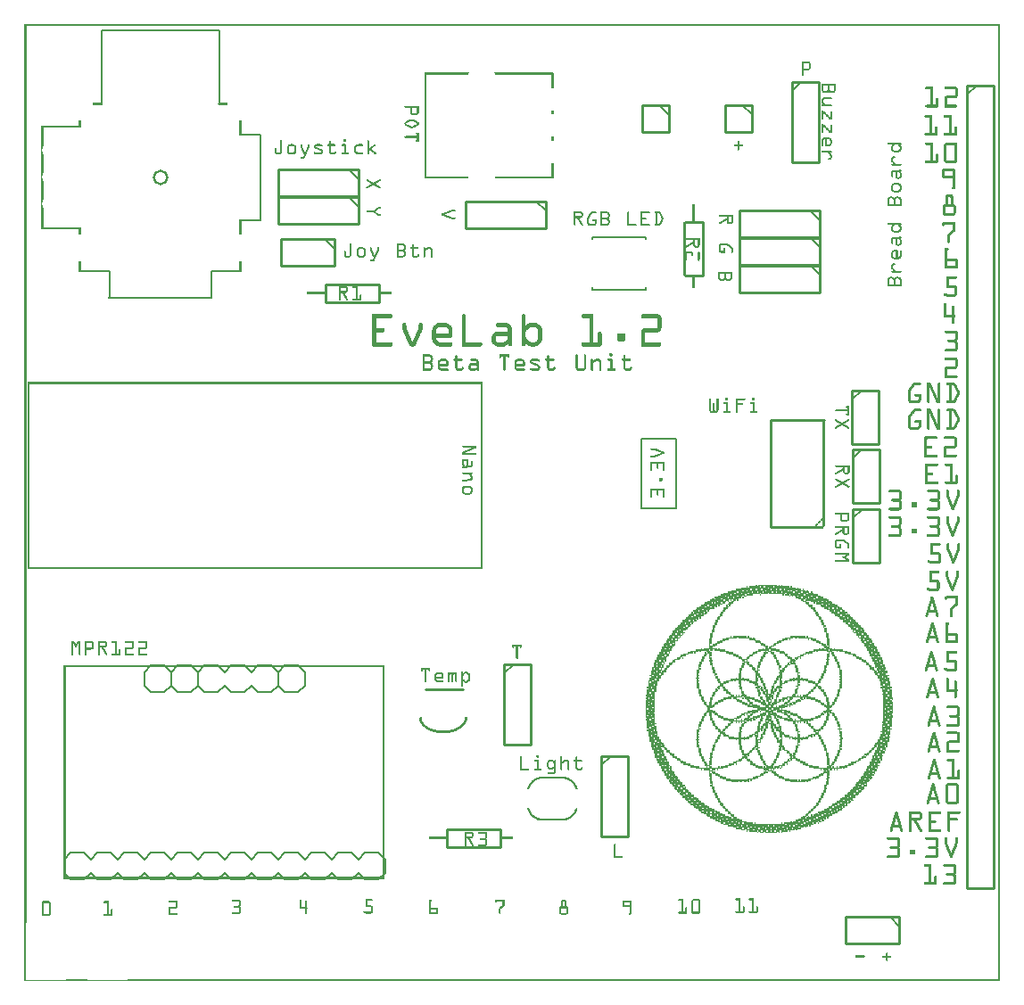
<source format=gto>
G04 MADE WITH FRITZING*
G04 WWW.FRITZING.ORG*
G04 DOUBLE SIDED*
G04 HOLES PLATED*
G04 CONTOUR ON CENTER OF CONTOUR VECTOR*
%ASAXBY*%
%FSLAX23Y23*%
%MOIN*%
%OFA0B0*%
%SFA1.0B1.0*%
%ADD10C,0.058000X0.042*%
%ADD11C,0.010000*%
%ADD12C,0.005000*%
%ADD13C,0.008000*%
%ADD14C,0.005556*%
%ADD15R,0.001000X0.001000*%
%LNSILK1*%
G90*
G70*
G54D10*
X507Y3004D03*
G54D11*
X3523Y3348D02*
X3523Y348D01*
D02*
X3523Y348D02*
X3623Y348D01*
D02*
X3623Y348D02*
X3623Y3348D01*
D02*
X3623Y3348D02*
X3523Y3348D01*
G54D12*
D02*
X3523Y3313D02*
X3558Y3348D01*
G54D11*
D02*
X2988Y2097D02*
X2788Y2097D01*
D02*
X2788Y2097D02*
X2788Y1697D01*
G54D13*
D02*
X2306Y2027D02*
X2436Y2027D01*
D02*
X2436Y2027D02*
X2436Y1769D01*
D02*
X2436Y1769D02*
X2306Y1769D01*
D02*
X2306Y1769D02*
X2306Y2027D01*
G54D11*
D02*
X1578Y567D02*
X1778Y567D01*
D02*
X1778Y567D02*
X1778Y501D01*
D02*
X1778Y501D02*
X1578Y501D01*
D02*
X1578Y501D02*
X1578Y567D01*
D02*
X2534Y2838D02*
X2534Y2638D01*
D02*
X2534Y2638D02*
X2468Y2638D01*
D02*
X2468Y2838D02*
X2534Y2838D01*
D02*
X1157Y2773D02*
X957Y2773D01*
D02*
X957Y2773D02*
X957Y2673D01*
D02*
X957Y2673D02*
X1157Y2673D01*
D02*
X1157Y2673D02*
X1157Y2773D01*
G54D12*
D02*
X1122Y2773D02*
X1157Y2738D01*
G54D11*
D02*
X1497Y1090D02*
X1637Y1090D01*
G54D13*
D02*
X727Y3554D02*
X287Y3554D01*
D02*
X697Y2554D02*
X697Y2654D01*
D02*
X317Y2554D02*
X317Y2654D01*
D02*
X697Y2654D02*
X807Y2654D01*
D02*
X317Y2654D02*
X207Y2654D01*
D02*
X882Y3164D02*
X882Y2844D01*
D02*
X807Y3164D02*
X882Y3164D01*
D02*
X807Y2844D02*
X882Y2844D01*
D02*
X727Y3554D02*
X727Y3279D01*
D02*
X287Y3554D02*
X287Y3279D01*
D02*
X207Y3194D02*
X67Y3194D01*
D02*
X207Y2814D02*
X67Y2814D01*
D02*
X1934Y760D02*
X2013Y760D01*
D02*
X2013Y603D02*
X1934Y603D01*
D02*
X622Y1081D02*
X647Y1106D01*
D02*
X647Y1106D02*
X647Y1156D01*
D02*
X647Y1156D02*
X622Y1181D01*
D02*
X622Y1181D02*
X572Y1181D01*
D02*
X572Y1181D02*
X547Y1156D01*
D02*
X547Y1156D02*
X547Y1106D01*
D02*
X547Y1106D02*
X572Y1081D01*
D02*
X572Y1081D02*
X622Y1081D01*
D02*
X747Y1106D02*
X722Y1081D01*
D02*
X722Y1081D02*
X672Y1081D01*
D02*
X672Y1081D02*
X647Y1106D01*
D02*
X647Y1156D02*
X672Y1181D01*
D02*
X672Y1181D02*
X722Y1181D01*
D02*
X722Y1181D02*
X747Y1156D01*
D02*
X922Y1081D02*
X872Y1081D01*
D02*
X872Y1081D02*
X847Y1106D01*
D02*
X847Y1156D02*
X872Y1181D01*
D02*
X847Y1106D02*
X822Y1081D01*
D02*
X822Y1081D02*
X772Y1081D01*
D02*
X772Y1081D02*
X747Y1106D01*
D02*
X747Y1156D02*
X772Y1181D01*
D02*
X772Y1181D02*
X822Y1181D01*
D02*
X822Y1181D02*
X847Y1156D01*
D02*
X947Y1106D02*
X947Y1156D01*
D02*
X922Y1081D02*
X947Y1106D01*
D02*
X947Y1156D02*
X922Y1181D01*
D02*
X872Y1181D02*
X922Y1181D01*
D02*
X647Y1106D02*
X647Y1156D01*
D02*
X722Y381D02*
X672Y381D01*
D02*
X672Y381D02*
X647Y406D01*
D02*
X647Y456D02*
X672Y481D01*
D02*
X847Y406D02*
X822Y381D01*
D02*
X822Y381D02*
X772Y381D01*
D02*
X772Y381D02*
X747Y406D01*
D02*
X747Y456D02*
X772Y481D01*
D02*
X772Y481D02*
X822Y481D01*
D02*
X822Y481D02*
X847Y456D01*
D02*
X722Y381D02*
X747Y406D01*
D02*
X747Y456D02*
X722Y481D01*
D02*
X672Y481D02*
X722Y481D01*
D02*
X1022Y381D02*
X972Y381D01*
D02*
X972Y381D02*
X947Y406D01*
D02*
X947Y456D02*
X972Y481D01*
D02*
X947Y406D02*
X922Y381D01*
D02*
X922Y381D02*
X872Y381D01*
D02*
X872Y381D02*
X847Y406D01*
D02*
X847Y456D02*
X872Y481D01*
D02*
X872Y481D02*
X922Y481D01*
D02*
X922Y481D02*
X947Y456D01*
D02*
X1147Y406D02*
X1122Y381D01*
D02*
X1122Y381D02*
X1072Y381D01*
D02*
X1072Y381D02*
X1047Y406D01*
D02*
X1047Y456D02*
X1072Y481D01*
D02*
X1072Y481D02*
X1122Y481D01*
D02*
X1122Y481D02*
X1147Y456D01*
D02*
X1022Y381D02*
X1047Y406D01*
D02*
X1047Y456D02*
X1022Y481D01*
D02*
X972Y481D02*
X1022Y481D01*
D02*
X1322Y381D02*
X1272Y381D01*
D02*
X1272Y381D02*
X1247Y406D01*
D02*
X1247Y456D02*
X1272Y481D01*
D02*
X1247Y406D02*
X1222Y381D01*
D02*
X1222Y381D02*
X1172Y381D01*
D02*
X1172Y381D02*
X1147Y406D01*
D02*
X1147Y456D02*
X1172Y481D01*
D02*
X1172Y481D02*
X1222Y481D01*
D02*
X1222Y481D02*
X1247Y456D01*
D02*
X1347Y406D02*
X1347Y456D01*
D02*
X1322Y381D02*
X1347Y406D01*
D02*
X1347Y456D02*
X1322Y481D01*
D02*
X1272Y481D02*
X1322Y481D01*
D02*
X622Y381D02*
X572Y381D01*
D02*
X572Y381D02*
X547Y406D01*
D02*
X547Y456D02*
X572Y481D01*
D02*
X622Y381D02*
X647Y406D01*
D02*
X647Y456D02*
X622Y481D01*
D02*
X572Y481D02*
X622Y481D01*
D02*
X522Y381D02*
X472Y381D01*
D02*
X472Y381D02*
X447Y406D01*
D02*
X447Y456D02*
X472Y481D01*
D02*
X522Y381D02*
X547Y406D01*
D02*
X547Y456D02*
X522Y481D01*
D02*
X472Y481D02*
X522Y481D01*
D02*
X422Y381D02*
X372Y381D01*
D02*
X372Y381D02*
X347Y406D01*
D02*
X347Y456D02*
X372Y481D01*
D02*
X422Y381D02*
X447Y406D01*
D02*
X447Y456D02*
X422Y481D01*
D02*
X372Y481D02*
X422Y481D01*
D02*
X322Y381D02*
X272Y381D01*
D02*
X272Y381D02*
X247Y406D01*
D02*
X247Y456D02*
X272Y481D01*
D02*
X322Y381D02*
X347Y406D01*
D02*
X347Y456D02*
X322Y481D01*
D02*
X272Y481D02*
X322Y481D01*
D02*
X222Y381D02*
X172Y381D01*
D02*
X172Y381D02*
X147Y406D01*
D02*
X147Y406D02*
X147Y456D01*
D02*
X147Y456D02*
X172Y481D01*
D02*
X222Y381D02*
X247Y406D01*
D02*
X247Y456D02*
X222Y481D01*
D02*
X172Y481D02*
X222Y481D01*
D02*
X1022Y1081D02*
X1047Y1106D01*
D02*
X1047Y1106D02*
X1047Y1156D01*
D02*
X1047Y1156D02*
X1022Y1181D01*
D02*
X1022Y1181D02*
X972Y1181D01*
D02*
X972Y1181D02*
X947Y1156D01*
D02*
X947Y1156D02*
X947Y1106D01*
D02*
X947Y1106D02*
X972Y1081D01*
D02*
X972Y1081D02*
X1022Y1081D01*
D02*
X522Y1081D02*
X547Y1106D01*
D02*
X547Y1106D02*
X547Y1156D01*
D02*
X547Y1156D02*
X522Y1181D01*
D02*
X522Y1181D02*
X472Y1181D01*
D02*
X472Y1181D02*
X447Y1156D01*
D02*
X447Y1156D02*
X447Y1106D01*
D02*
X447Y1106D02*
X472Y1081D01*
D02*
X472Y1081D02*
X522Y1081D01*
G54D11*
D02*
X2973Y2676D02*
X2673Y2676D01*
D02*
X2673Y2676D02*
X2673Y2576D01*
D02*
X2673Y2576D02*
X2973Y2576D01*
D02*
X2973Y2576D02*
X2973Y2676D01*
G54D12*
D02*
X2938Y2676D02*
X2973Y2641D01*
G54D11*
D02*
X2971Y2880D02*
X2671Y2880D01*
D02*
X2671Y2880D02*
X2671Y2780D01*
D02*
X2671Y2780D02*
X2971Y2780D01*
D02*
X2971Y2780D02*
X2971Y2880D01*
G54D12*
D02*
X2936Y2880D02*
X2971Y2845D01*
G54D11*
D02*
X1248Y3034D02*
X948Y3034D01*
D02*
X948Y3034D02*
X948Y2934D01*
D02*
X948Y2934D02*
X1248Y2934D01*
D02*
X1248Y2934D02*
X1248Y3034D01*
G54D12*
D02*
X1213Y3034D02*
X1248Y2999D01*
G54D11*
D02*
X2718Y3276D02*
X2618Y3276D01*
D02*
X2618Y3276D02*
X2618Y3176D01*
D02*
X2618Y3176D02*
X2718Y3176D01*
D02*
X2718Y3176D02*
X2718Y3276D01*
G54D12*
D02*
X2683Y3276D02*
X2718Y3241D01*
G54D11*
D02*
X2407Y3273D02*
X2307Y3273D01*
D02*
X2307Y3273D02*
X2307Y3173D01*
D02*
X2307Y3173D02*
X2407Y3173D01*
D02*
X2407Y3173D02*
X2407Y3273D01*
G54D12*
D02*
X2372Y3273D02*
X2407Y3238D01*
G54D11*
D02*
X2867Y3362D02*
X2867Y3062D01*
D02*
X2867Y3062D02*
X2967Y3062D01*
D02*
X2967Y3062D02*
X2967Y3362D01*
D02*
X2967Y3362D02*
X2867Y3362D01*
G54D12*
D02*
X2867Y3327D02*
X2902Y3362D01*
G54D11*
D02*
X2972Y2779D02*
X2672Y2779D01*
D02*
X2672Y2779D02*
X2672Y2679D01*
D02*
X2672Y2679D02*
X2972Y2679D01*
D02*
X2972Y2679D02*
X2972Y2779D01*
G54D12*
D02*
X2937Y2779D02*
X2972Y2744D01*
G54D11*
D02*
X1248Y2930D02*
X948Y2930D01*
D02*
X948Y2930D02*
X948Y2830D01*
D02*
X948Y2830D02*
X1248Y2830D01*
D02*
X1248Y2830D02*
X1248Y2930D01*
G54D12*
D02*
X1213Y2930D02*
X1248Y2895D01*
G54D11*
D02*
X2155Y842D02*
X2155Y542D01*
D02*
X2155Y542D02*
X2255Y542D01*
D02*
X2255Y542D02*
X2255Y842D01*
D02*
X2255Y842D02*
X2155Y842D01*
G54D12*
D02*
X2155Y807D02*
X2190Y842D01*
G54D11*
D02*
X1947Y2916D02*
X1647Y2916D01*
D02*
X1647Y2916D02*
X1647Y2816D01*
D02*
X1647Y2816D02*
X1947Y2816D01*
D02*
X1947Y2816D02*
X1947Y2916D01*
G54D12*
D02*
X1912Y2916D02*
X1947Y2881D01*
G54D11*
D02*
X1793Y1185D02*
X1793Y885D01*
D02*
X1793Y885D02*
X1893Y885D01*
D02*
X1893Y885D02*
X1893Y1185D01*
D02*
X1893Y1185D02*
X1793Y1185D01*
G54D12*
D02*
X1793Y1150D02*
X1828Y1185D01*
G54D13*
D02*
X1499Y3004D02*
X1499Y3392D01*
G54D11*
D02*
X1124Y2605D02*
X1324Y2605D01*
D02*
X1324Y2605D02*
X1324Y2539D01*
D02*
X1324Y2539D02*
X1124Y2539D01*
D02*
X1124Y2539D02*
X1124Y2605D01*
D02*
X3269Y240D02*
X3069Y240D01*
D02*
X3069Y240D02*
X3069Y140D01*
D02*
X3069Y140D02*
X3269Y140D01*
D02*
X3269Y140D02*
X3269Y240D01*
G54D12*
D02*
X3234Y240D02*
X3269Y205D01*
G54D11*
D02*
X3093Y2209D02*
X3093Y2009D01*
D02*
X3093Y2009D02*
X3193Y2009D01*
D02*
X3193Y2009D02*
X3193Y2209D01*
D02*
X3193Y2209D02*
X3093Y2209D01*
G54D12*
D02*
X3093Y2174D02*
X3128Y2209D01*
G54D11*
D02*
X3094Y1988D02*
X3094Y1788D01*
D02*
X3094Y1788D02*
X3194Y1788D01*
D02*
X3194Y1788D02*
X3194Y1988D01*
D02*
X3194Y1988D02*
X3094Y1988D01*
G54D12*
D02*
X3094Y1953D02*
X3129Y1988D01*
G54D11*
D02*
X3095Y1765D02*
X3095Y1565D01*
D02*
X3095Y1565D02*
X3195Y1565D01*
D02*
X3195Y1565D02*
X3195Y1765D01*
D02*
X3195Y1765D02*
X3095Y1765D01*
G54D12*
D02*
X3095Y1730D02*
X3130Y1765D01*
G36*
X2748Y1447D02*
X2748Y1442D01*
X2753Y1442D01*
X2753Y1447D01*
X2748Y1447D01*
G37*
D02*
G36*
X2858Y1442D02*
X2858Y1437D01*
X2863Y1437D01*
X2863Y1442D01*
X2858Y1442D01*
G37*
D02*
G36*
X2683Y1437D02*
X2683Y1432D01*
X2688Y1432D01*
X2688Y1437D01*
X2683Y1437D01*
G37*
D02*
G36*
X2457Y1211D02*
X2457Y1206D01*
X2462Y1206D01*
X2462Y1211D01*
X2457Y1211D01*
G37*
D02*
G36*
X2683Y1060D02*
X2683Y1055D01*
X2688Y1055D01*
X2688Y1060D01*
X2683Y1060D01*
G37*
D02*
G36*
X2888Y1055D02*
X2888Y1050D01*
X2883Y1050D01*
X2883Y1045D01*
X2868Y1045D01*
X2868Y1040D01*
X2873Y1040D01*
X2873Y1035D01*
X2883Y1035D01*
X2883Y1040D01*
X2888Y1040D01*
X2888Y1045D01*
X2903Y1045D01*
X2903Y1050D01*
X2898Y1050D01*
X2898Y1055D01*
X2888Y1055D01*
G37*
D02*
G36*
X2748Y1010D02*
X2748Y1005D01*
X2753Y1005D01*
X2753Y1010D01*
X2748Y1010D01*
G37*
D02*
G36*
X2823Y799D02*
X2823Y794D01*
X2828Y794D01*
X2828Y799D01*
X2823Y799D01*
G37*
D02*
G36*
X2733Y1482D02*
X2733Y1477D01*
X2738Y1477D01*
X2738Y1482D01*
X2733Y1482D01*
G37*
D02*
G36*
X2743Y1482D02*
X2743Y1477D01*
X2768Y1477D01*
X2768Y1472D01*
X2798Y1472D01*
X2798Y1477D01*
X2813Y1477D01*
X2813Y1482D01*
X2743Y1482D01*
G37*
D02*
G36*
X2818Y1482D02*
X2818Y1477D01*
X2823Y1477D01*
X2823Y1482D01*
X2818Y1482D01*
G37*
D02*
G36*
X2828Y1482D02*
X2828Y1477D01*
X2833Y1477D01*
X2833Y1482D01*
X2828Y1482D01*
G37*
D02*
G36*
X2698Y1477D02*
X2698Y1472D01*
X2703Y1472D01*
X2703Y1477D01*
X2698Y1477D01*
G37*
D02*
G36*
X2708Y1477D02*
X2708Y1472D01*
X2748Y1472D01*
X2748Y1477D01*
X2708Y1477D01*
G37*
D02*
G36*
X2708Y1477D02*
X2708Y1472D01*
X2748Y1472D01*
X2748Y1477D01*
X2708Y1477D01*
G37*
D02*
G36*
X2753Y1477D02*
X2753Y1472D01*
X2763Y1472D01*
X2763Y1477D01*
X2753Y1477D01*
G37*
D02*
G36*
X2803Y1477D02*
X2803Y1472D01*
X2858Y1472D01*
X2858Y1477D01*
X2803Y1477D01*
G37*
D02*
G36*
X2803Y1477D02*
X2803Y1472D01*
X2858Y1472D01*
X2858Y1477D01*
X2803Y1477D01*
G37*
D02*
G36*
X2803Y1477D02*
X2803Y1472D01*
X2858Y1472D01*
X2858Y1477D01*
X2803Y1477D01*
G37*
D02*
G36*
X2863Y1477D02*
X2863Y1472D01*
X2868Y1472D01*
X2868Y1477D01*
X2863Y1477D01*
G37*
D02*
G36*
X2678Y1472D02*
X2678Y1467D01*
X2778Y1467D01*
X2778Y1472D01*
X2678Y1472D01*
G37*
D02*
G36*
X2678Y1472D02*
X2678Y1467D01*
X2778Y1467D01*
X2778Y1472D01*
X2678Y1472D01*
G37*
D02*
G36*
X2678Y1472D02*
X2678Y1467D01*
X2778Y1467D01*
X2778Y1472D01*
X2678Y1472D01*
G37*
D02*
G36*
X2678Y1472D02*
X2678Y1467D01*
X2778Y1467D01*
X2778Y1472D01*
X2678Y1472D01*
G37*
D02*
G36*
X2783Y1472D02*
X2783Y1467D01*
X2883Y1467D01*
X2883Y1472D01*
X2783Y1472D01*
G37*
D02*
G36*
X2783Y1472D02*
X2783Y1467D01*
X2883Y1467D01*
X2883Y1472D01*
X2783Y1472D01*
G37*
D02*
G36*
X2783Y1472D02*
X2783Y1467D01*
X2883Y1467D01*
X2883Y1472D01*
X2783Y1472D01*
G37*
D02*
G36*
X2888Y1472D02*
X2888Y1467D01*
X2893Y1467D01*
X2893Y1472D01*
X2888Y1472D01*
G37*
D02*
G36*
X2658Y1467D02*
X2658Y1462D01*
X2688Y1462D01*
X2688Y1457D01*
X2698Y1457D01*
X2698Y1462D01*
X2713Y1462D01*
X2713Y1467D01*
X2658Y1467D01*
G37*
D02*
G36*
X2718Y1467D02*
X2718Y1462D01*
X2733Y1462D01*
X2733Y1467D01*
X2718Y1467D01*
G37*
D02*
G36*
X2738Y1467D02*
X2738Y1462D01*
X2753Y1462D01*
X2753Y1467D01*
X2738Y1467D01*
G37*
D02*
G36*
X2758Y1467D02*
X2758Y1462D01*
X2788Y1462D01*
X2788Y1467D01*
X2758Y1467D01*
G37*
D02*
G36*
X2758Y1467D02*
X2758Y1462D01*
X2788Y1462D01*
X2788Y1467D01*
X2758Y1467D01*
G37*
D02*
G36*
X2793Y1467D02*
X2793Y1462D01*
X2808Y1462D01*
X2808Y1467D01*
X2793Y1467D01*
G37*
D02*
G36*
X2813Y1467D02*
X2813Y1462D01*
X2823Y1462D01*
X2823Y1467D01*
X2813Y1467D01*
G37*
D02*
G36*
X2828Y1467D02*
X2828Y1462D01*
X2838Y1462D01*
X2838Y1467D01*
X2828Y1467D01*
G37*
D02*
G36*
X2843Y1467D02*
X2843Y1462D01*
X2903Y1462D01*
X2903Y1467D01*
X2843Y1467D01*
G37*
D02*
G36*
X2843Y1467D02*
X2843Y1462D01*
X2903Y1462D01*
X2903Y1467D01*
X2843Y1467D01*
G37*
D02*
G36*
X2908Y1467D02*
X2908Y1462D01*
X2913Y1462D01*
X2913Y1467D01*
X2908Y1467D01*
G37*
D02*
G36*
X2642Y1462D02*
X2642Y1457D01*
X2627Y1457D01*
X2627Y1452D01*
X2612Y1452D01*
X2612Y1447D01*
X2602Y1447D01*
X2602Y1442D01*
X2592Y1442D01*
X2592Y1437D01*
X2617Y1437D01*
X2617Y1442D01*
X2637Y1442D01*
X2637Y1447D01*
X2653Y1447D01*
X2653Y1452D01*
X2663Y1452D01*
X2663Y1457D01*
X2683Y1457D01*
X2683Y1462D01*
X2642Y1462D01*
G37*
D02*
G36*
X2703Y1462D02*
X2703Y1457D01*
X2768Y1457D01*
X2768Y1462D01*
X2703Y1462D01*
G37*
D02*
G36*
X2703Y1462D02*
X2703Y1457D01*
X2768Y1457D01*
X2768Y1462D01*
X2703Y1462D01*
G37*
D02*
G36*
X2703Y1462D02*
X2703Y1457D01*
X2768Y1457D01*
X2768Y1462D01*
X2703Y1462D01*
G37*
D02*
G36*
X2703Y1462D02*
X2703Y1457D01*
X2768Y1457D01*
X2768Y1462D01*
X2703Y1462D01*
G37*
D02*
G36*
X2773Y1462D02*
X2773Y1457D01*
X2853Y1457D01*
X2853Y1462D01*
X2773Y1462D01*
G37*
D02*
G36*
X2773Y1462D02*
X2773Y1457D01*
X2853Y1457D01*
X2853Y1462D01*
X2773Y1462D01*
G37*
D02*
G36*
X2773Y1462D02*
X2773Y1457D01*
X2853Y1457D01*
X2853Y1462D01*
X2773Y1462D01*
G37*
D02*
G36*
X2773Y1462D02*
X2773Y1457D01*
X2853Y1457D01*
X2853Y1462D01*
X2773Y1462D01*
G37*
D02*
G36*
X2773Y1462D02*
X2773Y1457D01*
X2853Y1457D01*
X2853Y1462D01*
X2773Y1462D01*
G37*
D02*
G36*
X2858Y1462D02*
X2858Y1457D01*
X2863Y1457D01*
X2863Y1462D01*
X2858Y1462D01*
G37*
D02*
G36*
X2868Y1462D02*
X2868Y1457D01*
X2883Y1457D01*
X2883Y1462D01*
X2868Y1462D01*
G37*
D02*
G36*
X2888Y1462D02*
X2888Y1457D01*
X2918Y1457D01*
X2918Y1462D01*
X2888Y1462D01*
G37*
D02*
G36*
X2888Y1462D02*
X2888Y1457D01*
X2918Y1457D01*
X2918Y1462D01*
X2888Y1462D01*
G37*
D02*
G36*
X2923Y1462D02*
X2923Y1457D01*
X2928Y1457D01*
X2928Y1462D01*
X2923Y1462D01*
G37*
D02*
G36*
X2668Y1457D02*
X2668Y1452D01*
X2718Y1452D01*
X2718Y1457D01*
X2668Y1457D01*
G37*
D02*
G36*
X2668Y1457D02*
X2668Y1452D01*
X2718Y1452D01*
X2718Y1457D01*
X2668Y1457D01*
G37*
D02*
G36*
X2668Y1457D02*
X2668Y1452D01*
X2718Y1452D01*
X2718Y1457D01*
X2668Y1457D01*
G37*
D02*
G36*
X2723Y1457D02*
X2723Y1452D01*
X2738Y1452D01*
X2738Y1457D01*
X2723Y1457D01*
G37*
D02*
G36*
X2743Y1457D02*
X2743Y1452D01*
X2758Y1452D01*
X2758Y1457D01*
X2743Y1457D01*
G37*
D02*
G36*
X2763Y1457D02*
X2763Y1452D01*
X2793Y1452D01*
X2793Y1457D01*
X2763Y1457D01*
G37*
D02*
G36*
X2763Y1457D02*
X2763Y1452D01*
X2793Y1452D01*
X2793Y1457D01*
X2763Y1457D01*
G37*
D02*
G36*
X2798Y1457D02*
X2798Y1452D01*
X2808Y1452D01*
X2808Y1457D01*
X2798Y1457D01*
G37*
D02*
G36*
X2813Y1457D02*
X2813Y1452D01*
X2828Y1452D01*
X2828Y1457D01*
X2813Y1457D01*
G37*
D02*
G36*
X2833Y1457D02*
X2833Y1452D01*
X2873Y1452D01*
X2873Y1457D01*
X2833Y1457D01*
G37*
D02*
G36*
X2833Y1457D02*
X2833Y1452D01*
X2873Y1452D01*
X2873Y1457D01*
X2833Y1457D01*
G37*
D02*
G36*
X2833Y1457D02*
X2833Y1452D01*
X2873Y1452D01*
X2873Y1457D01*
X2833Y1457D01*
G37*
D02*
G36*
X2878Y1457D02*
X2878Y1452D01*
X2903Y1452D01*
X2903Y1457D01*
X2878Y1457D01*
G37*
D02*
G36*
X2878Y1457D02*
X2878Y1452D01*
X2903Y1452D01*
X2903Y1457D01*
X2878Y1457D01*
G37*
D02*
G36*
X2908Y1457D02*
X2908Y1452D01*
X2933Y1452D01*
X2933Y1457D01*
X2908Y1457D01*
G37*
D02*
G36*
X2908Y1457D02*
X2908Y1452D01*
X2933Y1452D01*
X2933Y1457D01*
X2908Y1457D01*
G37*
D02*
G36*
X2939Y1457D02*
X2939Y1452D01*
X2944Y1452D01*
X2944Y1457D01*
X2939Y1457D01*
G37*
D02*
G36*
X2658Y1452D02*
X2658Y1447D01*
X2678Y1447D01*
X2678Y1452D01*
X2658Y1452D01*
G37*
D02*
G36*
X2658Y1452D02*
X2658Y1447D01*
X2678Y1447D01*
X2678Y1452D01*
X2658Y1452D01*
G37*
D02*
G36*
X2683Y1452D02*
X2683Y1447D01*
X2703Y1447D01*
X2703Y1452D01*
X2683Y1452D01*
G37*
D02*
G36*
X2708Y1452D02*
X2708Y1447D01*
X2748Y1447D01*
X2748Y1452D01*
X2708Y1452D01*
G37*
D02*
G36*
X2708Y1452D02*
X2708Y1447D01*
X2748Y1447D01*
X2748Y1452D01*
X2708Y1452D01*
G37*
D02*
G36*
X2708Y1452D02*
X2708Y1447D01*
X2748Y1447D01*
X2748Y1452D01*
X2708Y1452D01*
G37*
D02*
G36*
X2753Y1452D02*
X2753Y1447D01*
X2778Y1447D01*
X2778Y1452D01*
X2753Y1452D01*
G37*
D02*
G36*
X2753Y1452D02*
X2753Y1447D01*
X2778Y1447D01*
X2778Y1452D01*
X2753Y1452D01*
G37*
D02*
G36*
X2783Y1452D02*
X2783Y1447D01*
X2843Y1447D01*
X2843Y1452D01*
X2783Y1452D01*
G37*
D02*
G36*
X2783Y1452D02*
X2783Y1447D01*
X2843Y1447D01*
X2843Y1452D01*
X2783Y1452D01*
G37*
D02*
G36*
X2783Y1452D02*
X2783Y1447D01*
X2843Y1447D01*
X2843Y1452D01*
X2783Y1452D01*
G37*
D02*
G36*
X2783Y1452D02*
X2783Y1447D01*
X2843Y1447D01*
X2843Y1452D01*
X2783Y1452D01*
G37*
D02*
G36*
X2848Y1452D02*
X2848Y1447D01*
X2893Y1447D01*
X2893Y1452D01*
X2848Y1452D01*
G37*
D02*
G36*
X2848Y1452D02*
X2848Y1447D01*
X2893Y1447D01*
X2893Y1452D01*
X2848Y1452D01*
G37*
D02*
G36*
X2898Y1452D02*
X2898Y1447D01*
X2923Y1447D01*
X2923Y1452D01*
X2898Y1452D01*
G37*
D02*
G36*
X2898Y1452D02*
X2898Y1447D01*
X2923Y1447D01*
X2923Y1452D01*
X2898Y1452D01*
G37*
D02*
G36*
X2928Y1452D02*
X2928Y1447D01*
X2949Y1447D01*
X2949Y1452D01*
X2928Y1452D01*
G37*
D02*
G36*
X2928Y1452D02*
X2928Y1447D01*
X2949Y1447D01*
X2949Y1452D01*
X2928Y1452D01*
G37*
D02*
G36*
X2642Y1447D02*
X2642Y1442D01*
X2693Y1442D01*
X2693Y1447D01*
X2642Y1447D01*
G37*
D02*
G36*
X2642Y1447D02*
X2642Y1442D01*
X2693Y1442D01*
X2693Y1447D01*
X2642Y1447D01*
G37*
D02*
G36*
X2642Y1447D02*
X2642Y1442D01*
X2693Y1442D01*
X2693Y1447D01*
X2642Y1447D01*
G37*
D02*
G36*
X2698Y1447D02*
X2698Y1442D01*
X2723Y1442D01*
X2723Y1447D01*
X2698Y1447D01*
G37*
D02*
G36*
X2698Y1447D02*
X2698Y1442D01*
X2723Y1442D01*
X2723Y1447D01*
X2698Y1447D01*
G37*
D02*
G36*
X2833Y1447D02*
X2833Y1442D01*
X2838Y1442D01*
X2838Y1447D01*
X2833Y1447D01*
G37*
D02*
G36*
X2843Y1447D02*
X2843Y1442D01*
X2858Y1442D01*
X2858Y1447D01*
X2843Y1447D01*
G37*
D02*
G36*
X2863Y1447D02*
X2863Y1442D01*
X2913Y1442D01*
X2913Y1447D01*
X2863Y1447D01*
G37*
D02*
G36*
X2863Y1447D02*
X2863Y1442D01*
X2913Y1442D01*
X2913Y1447D01*
X2863Y1447D01*
G37*
D02*
G36*
X2918Y1447D02*
X2918Y1442D01*
X2964Y1442D01*
X2964Y1447D01*
X2918Y1447D01*
G37*
D02*
G36*
X2918Y1447D02*
X2918Y1442D01*
X2964Y1442D01*
X2964Y1447D01*
X2918Y1447D01*
G37*
D02*
G36*
X2622Y1442D02*
X2622Y1437D01*
X2663Y1437D01*
X2663Y1442D01*
X2622Y1442D01*
G37*
D02*
G36*
X2622Y1442D02*
X2622Y1437D01*
X2663Y1437D01*
X2663Y1442D01*
X2622Y1442D01*
G37*
D02*
G36*
X2668Y1442D02*
X2668Y1437D01*
X2683Y1437D01*
X2683Y1442D01*
X2668Y1442D01*
G37*
D02*
G36*
X2688Y1442D02*
X2688Y1437D01*
X2698Y1437D01*
X2698Y1442D01*
X2688Y1442D01*
G37*
D02*
G36*
X2868Y1442D02*
X2868Y1437D01*
X2873Y1437D01*
X2873Y1442D01*
X2868Y1442D01*
G37*
D02*
G36*
X2878Y1442D02*
X2878Y1437D01*
X2888Y1437D01*
X2888Y1442D01*
X2878Y1442D01*
G37*
D02*
G36*
X2893Y1442D02*
X2893Y1437D01*
X2939Y1437D01*
X2939Y1442D01*
X2893Y1442D01*
G37*
D02*
G36*
X2893Y1442D02*
X2893Y1437D01*
X2939Y1437D01*
X2939Y1442D01*
X2893Y1442D01*
G37*
D02*
G36*
X2944Y1442D02*
X2944Y1437D01*
X2964Y1437D01*
X2964Y1432D01*
X2984Y1432D01*
X2984Y1437D01*
X2974Y1437D01*
X2974Y1442D01*
X2944Y1442D01*
G37*
D02*
G36*
X2577Y1437D02*
X2577Y1432D01*
X2627Y1432D01*
X2627Y1437D01*
X2577Y1437D01*
G37*
D02*
G36*
X2577Y1437D02*
X2577Y1432D01*
X2627Y1432D01*
X2627Y1437D01*
X2577Y1437D01*
G37*
D02*
G36*
X2632Y1437D02*
X2632Y1432D01*
X2647Y1432D01*
X2647Y1437D01*
X2632Y1437D01*
G37*
D02*
G36*
X2653Y1437D02*
X2653Y1432D01*
X2678Y1432D01*
X2678Y1437D01*
X2653Y1437D01*
G37*
D02*
G36*
X2653Y1437D02*
X2653Y1432D01*
X2678Y1432D01*
X2678Y1437D01*
X2653Y1437D01*
G37*
D02*
G36*
X2883Y1437D02*
X2883Y1432D01*
X2903Y1432D01*
X2903Y1437D01*
X2883Y1437D01*
G37*
D02*
G36*
X2883Y1437D02*
X2883Y1432D01*
X2903Y1432D01*
X2903Y1437D01*
X2883Y1437D01*
G37*
D02*
G36*
X2908Y1437D02*
X2908Y1432D01*
X2928Y1432D01*
X2928Y1437D01*
X2908Y1437D01*
G37*
D02*
G36*
X2933Y1437D02*
X2933Y1432D01*
X2959Y1432D01*
X2959Y1437D01*
X2933Y1437D01*
G37*
D02*
G36*
X2933Y1437D02*
X2933Y1432D01*
X2959Y1432D01*
X2959Y1437D01*
X2933Y1437D01*
G37*
D02*
G36*
X2567Y1432D02*
X2567Y1427D01*
X2577Y1427D01*
X2577Y1432D01*
X2567Y1432D01*
G37*
D02*
G36*
X2582Y1432D02*
X2582Y1427D01*
X2602Y1427D01*
X2602Y1432D01*
X2582Y1432D01*
G37*
D02*
G36*
X2607Y1432D02*
X2607Y1427D01*
X2668Y1427D01*
X2668Y1432D01*
X2607Y1432D01*
G37*
D02*
G36*
X2607Y1432D02*
X2607Y1427D01*
X2668Y1427D01*
X2668Y1432D01*
X2607Y1432D01*
G37*
D02*
G36*
X2607Y1432D02*
X2607Y1427D01*
X2668Y1427D01*
X2668Y1432D01*
X2607Y1432D01*
G37*
D02*
G36*
X2893Y1432D02*
X2893Y1427D01*
X2918Y1427D01*
X2918Y1432D01*
X2893Y1432D01*
G37*
D02*
G36*
X2893Y1432D02*
X2893Y1427D01*
X2918Y1427D01*
X2918Y1432D01*
X2893Y1432D01*
G37*
D02*
G36*
X2923Y1432D02*
X2923Y1427D01*
X2949Y1427D01*
X2949Y1432D01*
X2923Y1432D01*
G37*
D02*
G36*
X2923Y1432D02*
X2923Y1427D01*
X2949Y1427D01*
X2949Y1432D01*
X2923Y1432D01*
G37*
D02*
G36*
X2954Y1432D02*
X2954Y1427D01*
X2999Y1427D01*
X2999Y1432D01*
X2954Y1432D01*
G37*
D02*
G36*
X2954Y1432D02*
X2954Y1427D01*
X2999Y1427D01*
X2999Y1432D01*
X2954Y1432D01*
G37*
D02*
G36*
X2562Y1427D02*
X2562Y1422D01*
X2612Y1422D01*
X2612Y1427D01*
X2562Y1427D01*
G37*
D02*
G36*
X2562Y1427D02*
X2562Y1422D01*
X2612Y1422D01*
X2612Y1427D01*
X2562Y1427D01*
G37*
D02*
G36*
X2562Y1427D02*
X2562Y1422D01*
X2612Y1422D01*
X2612Y1427D01*
X2562Y1427D01*
G37*
D02*
G36*
X2617Y1427D02*
X2617Y1422D01*
X2627Y1422D01*
X2627Y1417D01*
X2632Y1417D01*
X2632Y1427D01*
X2617Y1427D01*
G37*
D02*
G36*
X2637Y1427D02*
X2637Y1422D01*
X2642Y1422D01*
X2642Y1427D01*
X2637Y1427D01*
G37*
D02*
G36*
X2647Y1427D02*
X2647Y1422D01*
X2658Y1422D01*
X2658Y1427D01*
X2647Y1427D01*
G37*
D02*
G36*
X2663Y1427D02*
X2663Y1422D01*
X2668Y1422D01*
X2668Y1427D01*
X2663Y1427D01*
G37*
D02*
G36*
X2903Y1427D02*
X2903Y1422D01*
X2913Y1422D01*
X2913Y1427D01*
X2903Y1427D01*
G37*
D02*
G36*
X2918Y1427D02*
X2918Y1422D01*
X3004Y1422D01*
X3004Y1427D01*
X2918Y1427D01*
G37*
D02*
G36*
X2918Y1427D02*
X2918Y1422D01*
X3004Y1422D01*
X3004Y1427D01*
X2918Y1427D01*
G37*
D02*
G36*
X2552Y1422D02*
X2552Y1417D01*
X2572Y1417D01*
X2572Y1412D01*
X2577Y1412D01*
X2577Y1417D01*
X2587Y1417D01*
X2587Y1422D01*
X2552Y1422D01*
G37*
D02*
G36*
X2592Y1422D02*
X2592Y1417D01*
X2622Y1417D01*
X2622Y1422D01*
X2592Y1422D01*
G37*
D02*
G36*
X2592Y1422D02*
X2592Y1417D01*
X2622Y1417D01*
X2622Y1422D01*
X2592Y1422D01*
G37*
D02*
G36*
X2642Y1422D02*
X2642Y1417D01*
X2653Y1417D01*
X2653Y1422D01*
X2642Y1422D01*
G37*
D02*
G36*
X2908Y1422D02*
X2908Y1417D01*
X2923Y1417D01*
X2923Y1422D01*
X2908Y1422D01*
G37*
D02*
G36*
X2908Y1422D02*
X2908Y1417D01*
X2923Y1417D01*
X2923Y1422D01*
X2908Y1422D01*
G37*
D02*
G36*
X2939Y1422D02*
X2939Y1417D01*
X2949Y1417D01*
X2949Y1412D01*
X2954Y1412D01*
X2954Y1417D01*
X2964Y1417D01*
X2964Y1422D01*
X2939Y1422D01*
G37*
D02*
G36*
X2969Y1422D02*
X2969Y1417D01*
X2979Y1417D01*
X2979Y1422D01*
X2969Y1422D01*
G37*
D02*
G36*
X2984Y1422D02*
X2984Y1417D01*
X2994Y1417D01*
X2994Y1422D01*
X2984Y1422D01*
G37*
D02*
G36*
X2999Y1422D02*
X2999Y1417D01*
X3014Y1417D01*
X3014Y1422D01*
X2999Y1422D01*
G37*
D02*
G36*
X2542Y1417D02*
X2542Y1412D01*
X2567Y1412D01*
X2567Y1417D01*
X2542Y1417D01*
G37*
D02*
G36*
X2582Y1417D02*
X2582Y1412D01*
X2602Y1412D01*
X2602Y1417D01*
X2582Y1417D01*
G37*
D02*
G36*
X2582Y1417D02*
X2582Y1412D01*
X2602Y1412D01*
X2602Y1417D01*
X2582Y1417D01*
G37*
D02*
G36*
X2607Y1417D02*
X2607Y1412D01*
X2617Y1412D01*
X2617Y1417D01*
X2607Y1417D01*
G37*
D02*
G36*
X2632Y1417D02*
X2632Y1412D01*
X2627Y1412D01*
X2627Y1407D01*
X2632Y1407D01*
X2632Y1402D01*
X2637Y1402D01*
X2637Y1407D01*
X2642Y1407D01*
X2642Y1412D01*
X2647Y1412D01*
X2647Y1417D01*
X2632Y1417D01*
G37*
D02*
G36*
X2918Y1417D02*
X2918Y1412D01*
X2923Y1412D01*
X2923Y1407D01*
X2928Y1407D01*
X2928Y1402D01*
X2933Y1402D01*
X2933Y1397D01*
X2939Y1397D01*
X2939Y1392D01*
X2944Y1392D01*
X2944Y1387D01*
X2949Y1387D01*
X2949Y1382D01*
X2954Y1382D01*
X2954Y1371D01*
X2959Y1371D01*
X2959Y1366D01*
X2964Y1366D01*
X2964Y1361D01*
X2969Y1361D01*
X2969Y1351D01*
X2974Y1351D01*
X2974Y1341D01*
X2979Y1341D01*
X2979Y1331D01*
X2984Y1331D01*
X2984Y1321D01*
X2989Y1321D01*
X2989Y1306D01*
X2994Y1306D01*
X2994Y1286D01*
X2999Y1286D01*
X2999Y1256D01*
X3004Y1256D01*
X3004Y1251D01*
X3009Y1251D01*
X3009Y1281D01*
X3004Y1281D01*
X3004Y1301D01*
X2999Y1301D01*
X2999Y1321D01*
X2989Y1321D01*
X2989Y1326D01*
X2994Y1326D01*
X2994Y1331D01*
X2989Y1331D01*
X2989Y1341D01*
X2984Y1341D01*
X2984Y1351D01*
X2979Y1351D01*
X2979Y1361D01*
X2974Y1361D01*
X2974Y1366D01*
X2969Y1366D01*
X2969Y1376D01*
X2964Y1376D01*
X2964Y1382D01*
X2959Y1382D01*
X2959Y1387D01*
X2954Y1387D01*
X2954Y1397D01*
X2944Y1397D01*
X2944Y1407D01*
X2933Y1407D01*
X2933Y1417D01*
X2918Y1417D01*
G37*
D02*
G36*
X2959Y1417D02*
X2959Y1412D01*
X3019Y1412D01*
X3019Y1417D01*
X2959Y1417D01*
G37*
D02*
G36*
X2959Y1417D02*
X2959Y1412D01*
X3019Y1412D01*
X3019Y1417D01*
X2959Y1417D01*
G37*
D02*
G36*
X2959Y1417D02*
X2959Y1412D01*
X3019Y1412D01*
X3019Y1417D01*
X2959Y1417D01*
G37*
D02*
G36*
X2959Y1417D02*
X2959Y1412D01*
X3019Y1412D01*
X3019Y1417D01*
X2959Y1417D01*
G37*
D02*
G36*
X2537Y1412D02*
X2537Y1407D01*
X2607Y1407D01*
X2607Y1412D01*
X2537Y1412D01*
G37*
D02*
G36*
X2537Y1412D02*
X2537Y1407D01*
X2607Y1407D01*
X2607Y1412D01*
X2537Y1412D01*
G37*
D02*
G36*
X2537Y1412D02*
X2537Y1407D01*
X2607Y1407D01*
X2607Y1412D01*
X2537Y1412D01*
G37*
D02*
G36*
X2959Y1412D02*
X2959Y1407D01*
X2979Y1407D01*
X2979Y1412D01*
X2959Y1412D01*
G37*
D02*
G36*
X2984Y1412D02*
X2984Y1407D01*
X3004Y1407D01*
X3004Y1412D01*
X2984Y1412D01*
G37*
D02*
G36*
X3009Y1412D02*
X3009Y1407D01*
X3029Y1407D01*
X3029Y1412D01*
X3009Y1412D01*
G37*
D02*
G36*
X2527Y1407D02*
X2527Y1402D01*
X2522Y1402D01*
X2522Y1397D01*
X2542Y1397D01*
X2542Y1402D01*
X2552Y1402D01*
X2552Y1407D01*
X2527Y1407D01*
G37*
D02*
G36*
X2557Y1407D02*
X2557Y1402D01*
X2582Y1402D01*
X2582Y1397D01*
X2587Y1397D01*
X2587Y1407D01*
X2557Y1407D01*
G37*
D02*
G36*
X2592Y1407D02*
X2592Y1402D01*
X2597Y1402D01*
X2597Y1407D01*
X2592Y1407D01*
G37*
D02*
G36*
X2622Y1407D02*
X2622Y1402D01*
X2627Y1402D01*
X2627Y1407D01*
X2622Y1407D01*
G37*
D02*
G36*
X2974Y1407D02*
X2974Y1402D01*
X2994Y1402D01*
X2994Y1407D01*
X2974Y1407D01*
G37*
D02*
G36*
X2974Y1407D02*
X2974Y1402D01*
X2994Y1402D01*
X2994Y1407D01*
X2974Y1407D01*
G37*
D02*
G36*
X2999Y1407D02*
X2999Y1402D01*
X3039Y1402D01*
X3039Y1407D01*
X2999Y1407D01*
G37*
D02*
G36*
X2999Y1407D02*
X2999Y1402D01*
X3039Y1402D01*
X3039Y1407D01*
X2999Y1407D01*
G37*
D02*
G36*
X2547Y1402D02*
X2547Y1397D01*
X2562Y1397D01*
X2562Y1402D01*
X2547Y1402D01*
G37*
D02*
G36*
X2547Y1402D02*
X2547Y1397D01*
X2562Y1397D01*
X2562Y1402D01*
X2547Y1402D01*
G37*
D02*
G36*
X2567Y1402D02*
X2567Y1397D01*
X2577Y1397D01*
X2577Y1402D01*
X2567Y1402D01*
G37*
D02*
G36*
X2622Y1402D02*
X2622Y1397D01*
X2612Y1397D01*
X2612Y1387D01*
X2607Y1387D01*
X2607Y1382D01*
X2602Y1382D01*
X2602Y1376D01*
X2597Y1376D01*
X2597Y1366D01*
X2592Y1366D01*
X2592Y1361D01*
X2587Y1361D01*
X2587Y1351D01*
X2582Y1351D01*
X2582Y1341D01*
X2577Y1341D01*
X2577Y1331D01*
X2572Y1331D01*
X2572Y1316D01*
X2567Y1316D01*
X2567Y1301D01*
X2562Y1301D01*
X2562Y1281D01*
X2557Y1281D01*
X2557Y1256D01*
X2562Y1256D01*
X2562Y1261D01*
X2567Y1261D01*
X2567Y1286D01*
X2572Y1286D01*
X2572Y1306D01*
X2577Y1306D01*
X2577Y1321D01*
X2582Y1321D01*
X2582Y1331D01*
X2587Y1331D01*
X2587Y1341D01*
X2592Y1341D01*
X2592Y1351D01*
X2597Y1351D01*
X2597Y1361D01*
X2602Y1361D01*
X2602Y1366D01*
X2607Y1366D01*
X2607Y1376D01*
X2612Y1376D01*
X2612Y1382D01*
X2617Y1382D01*
X2617Y1387D01*
X2622Y1387D01*
X2622Y1392D01*
X2627Y1392D01*
X2627Y1397D01*
X2632Y1397D01*
X2632Y1402D01*
X2622Y1402D01*
G37*
D02*
G36*
X2979Y1402D02*
X2979Y1397D01*
X3044Y1397D01*
X3044Y1402D01*
X2979Y1402D01*
G37*
D02*
G36*
X2979Y1402D02*
X2979Y1397D01*
X3044Y1397D01*
X3044Y1402D01*
X2979Y1402D01*
G37*
D02*
G36*
X2512Y1397D02*
X2512Y1392D01*
X2577Y1392D01*
X2577Y1397D01*
X2512Y1397D01*
G37*
D02*
G36*
X2512Y1397D02*
X2512Y1392D01*
X2577Y1392D01*
X2577Y1397D01*
X2512Y1397D01*
G37*
D02*
G36*
X2512Y1397D02*
X2512Y1392D01*
X2577Y1392D01*
X2577Y1397D01*
X2512Y1397D01*
G37*
D02*
G36*
X2989Y1397D02*
X2989Y1392D01*
X3004Y1392D01*
X3004Y1397D01*
X2989Y1397D01*
G37*
D02*
G36*
X3009Y1397D02*
X3009Y1392D01*
X3019Y1392D01*
X3019Y1397D01*
X3009Y1397D01*
G37*
D02*
G36*
X3024Y1397D02*
X3024Y1392D01*
X3034Y1392D01*
X3034Y1397D01*
X3024Y1397D01*
G37*
D02*
G36*
X3039Y1397D02*
X3039Y1392D01*
X3054Y1392D01*
X3054Y1397D01*
X3039Y1397D01*
G37*
D02*
G36*
X2507Y1392D02*
X2507Y1387D01*
X2497Y1387D01*
X2497Y1382D01*
X2492Y1382D01*
X2492Y1376D01*
X2497Y1376D01*
X2497Y1382D01*
X2517Y1382D01*
X2517Y1387D01*
X2532Y1387D01*
X2532Y1392D01*
X2507Y1392D01*
G37*
D02*
G36*
X2537Y1392D02*
X2537Y1387D01*
X2552Y1387D01*
X2552Y1382D01*
X2557Y1382D01*
X2557Y1387D01*
X2562Y1387D01*
X2562Y1392D01*
X2537Y1392D01*
G37*
D02*
G36*
X2999Y1392D02*
X2999Y1387D01*
X3059Y1387D01*
X3059Y1392D01*
X2999Y1392D01*
G37*
D02*
G36*
X2999Y1392D02*
X2999Y1387D01*
X3059Y1387D01*
X3059Y1392D01*
X2999Y1392D01*
G37*
D02*
G36*
X2999Y1392D02*
X2999Y1387D01*
X3059Y1387D01*
X3059Y1392D01*
X2999Y1392D01*
G37*
D02*
G36*
X2999Y1392D02*
X2999Y1387D01*
X3059Y1387D01*
X3059Y1392D01*
X2999Y1392D01*
G37*
D02*
G36*
X2522Y1387D02*
X2522Y1382D01*
X2547Y1382D01*
X2547Y1387D01*
X2522Y1387D01*
G37*
D02*
G36*
X2522Y1387D02*
X2522Y1382D01*
X2547Y1382D01*
X2547Y1387D01*
X2522Y1387D01*
G37*
D02*
G36*
X3009Y1387D02*
X3009Y1382D01*
X3024Y1382D01*
X3024Y1387D01*
X3009Y1387D01*
G37*
D02*
G36*
X3029Y1387D02*
X3029Y1382D01*
X3049Y1382D01*
X3049Y1387D01*
X3029Y1387D01*
G37*
D02*
G36*
X3054Y1387D02*
X3054Y1382D01*
X3064Y1382D01*
X3064Y1387D01*
X3054Y1387D01*
G37*
D02*
G36*
X2502Y1382D02*
X2502Y1376D01*
X2537Y1376D01*
X2537Y1382D01*
X2502Y1382D01*
G37*
D02*
G36*
X2502Y1382D02*
X2502Y1376D01*
X2537Y1376D01*
X2537Y1382D01*
X2502Y1382D01*
G37*
D02*
G36*
X2542Y1382D02*
X2542Y1376D01*
X2552Y1376D01*
X2552Y1382D01*
X2542Y1382D01*
G37*
D02*
G36*
X3014Y1382D02*
X3014Y1376D01*
X3039Y1376D01*
X3039Y1382D01*
X3014Y1382D01*
G37*
D02*
G36*
X3014Y1382D02*
X3014Y1376D01*
X3039Y1376D01*
X3039Y1382D01*
X3014Y1382D01*
G37*
D02*
G36*
X3044Y1382D02*
X3044Y1376D01*
X3074Y1376D01*
X3074Y1382D01*
X3044Y1382D01*
G37*
D02*
G36*
X3044Y1382D02*
X3044Y1376D01*
X3074Y1376D01*
X3074Y1382D01*
X3044Y1382D01*
G37*
D02*
G36*
X2487Y1376D02*
X2487Y1371D01*
X2512Y1371D01*
X2512Y1376D01*
X2487Y1376D01*
G37*
D02*
G36*
X2487Y1376D02*
X2487Y1371D01*
X2512Y1371D01*
X2512Y1376D01*
X2487Y1376D01*
G37*
D02*
G36*
X2517Y1376D02*
X2517Y1371D01*
X2527Y1371D01*
X2527Y1376D01*
X2517Y1376D01*
G37*
D02*
G36*
X2532Y1376D02*
X2532Y1371D01*
X2547Y1371D01*
X2547Y1376D01*
X2532Y1376D01*
G37*
D02*
G36*
X2532Y1376D02*
X2532Y1371D01*
X2547Y1371D01*
X2547Y1376D01*
X2532Y1376D01*
G37*
D02*
G36*
X3024Y1376D02*
X3024Y1371D01*
X3069Y1371D01*
X3069Y1376D01*
X3024Y1376D01*
G37*
D02*
G36*
X3024Y1376D02*
X3024Y1371D01*
X3069Y1371D01*
X3069Y1376D01*
X3024Y1376D01*
G37*
D02*
G36*
X3074Y1376D02*
X3074Y1371D01*
X3079Y1371D01*
X3079Y1376D01*
X3074Y1376D01*
G37*
D02*
G36*
X2482Y1371D02*
X2482Y1366D01*
X2477Y1366D01*
X2477Y1361D01*
X2492Y1361D01*
X2492Y1366D01*
X2502Y1366D01*
X2502Y1371D01*
X2482Y1371D01*
G37*
D02*
G36*
X2507Y1371D02*
X2507Y1366D01*
X2537Y1366D01*
X2537Y1371D01*
X2507Y1371D01*
G37*
D02*
G36*
X2507Y1371D02*
X2507Y1366D01*
X2537Y1366D01*
X2537Y1371D01*
X2507Y1371D01*
G37*
D02*
G36*
X2507Y1371D02*
X2507Y1366D01*
X2537Y1366D01*
X2537Y1371D01*
X2507Y1371D01*
G37*
D02*
G36*
X3029Y1371D02*
X3029Y1366D01*
X3049Y1366D01*
X3049Y1371D01*
X3029Y1371D01*
G37*
D02*
G36*
X3054Y1371D02*
X3054Y1366D01*
X3084Y1366D01*
X3084Y1371D01*
X3054Y1371D01*
G37*
D02*
G36*
X3054Y1371D02*
X3054Y1366D01*
X3084Y1366D01*
X3084Y1371D01*
X3054Y1371D01*
G37*
D02*
G36*
X2497Y1366D02*
X2497Y1361D01*
X2527Y1361D01*
X2527Y1366D01*
X2497Y1366D01*
G37*
D02*
G36*
X2497Y1366D02*
X2497Y1361D01*
X2527Y1361D01*
X2527Y1366D01*
X2497Y1366D01*
G37*
D02*
G36*
X3039Y1366D02*
X3039Y1361D01*
X3059Y1361D01*
X3059Y1366D01*
X3039Y1366D01*
G37*
D02*
G36*
X3039Y1366D02*
X3039Y1361D01*
X3059Y1361D01*
X3059Y1366D01*
X3039Y1366D01*
G37*
D02*
G36*
X3064Y1366D02*
X3064Y1361D01*
X3079Y1361D01*
X3079Y1356D01*
X3094Y1356D01*
X3094Y1361D01*
X3089Y1361D01*
X3089Y1366D01*
X3064Y1366D01*
G37*
D02*
G36*
X2472Y1361D02*
X2472Y1356D01*
X2517Y1356D01*
X2517Y1361D01*
X2472Y1361D01*
G37*
D02*
G36*
X2472Y1361D02*
X2472Y1356D01*
X2517Y1356D01*
X2517Y1361D01*
X2472Y1361D01*
G37*
D02*
G36*
X2522Y1361D02*
X2522Y1356D01*
X2527Y1356D01*
X2527Y1361D01*
X2522Y1361D01*
G37*
D02*
G36*
X3044Y1361D02*
X3044Y1356D01*
X3074Y1356D01*
X3074Y1361D01*
X3044Y1361D01*
G37*
D02*
G36*
X3044Y1361D02*
X3044Y1356D01*
X3074Y1356D01*
X3074Y1361D01*
X3044Y1361D01*
G37*
D02*
G36*
X2467Y1356D02*
X2467Y1351D01*
X2487Y1351D01*
X2487Y1346D01*
X2497Y1346D01*
X2497Y1351D01*
X2507Y1351D01*
X2507Y1356D01*
X2467Y1356D01*
G37*
D02*
G36*
X2512Y1356D02*
X2512Y1351D01*
X2517Y1351D01*
X2517Y1356D01*
X2512Y1356D01*
G37*
D02*
G36*
X3049Y1356D02*
X3049Y1351D01*
X3064Y1351D01*
X3064Y1356D01*
X3049Y1356D01*
G37*
D02*
G36*
X3069Y1356D02*
X3069Y1351D01*
X3099Y1351D01*
X3099Y1356D01*
X3069Y1356D01*
G37*
D02*
G36*
X3069Y1356D02*
X3069Y1351D01*
X3099Y1351D01*
X3099Y1356D01*
X3069Y1356D01*
G37*
D02*
G36*
X2457Y1351D02*
X2457Y1346D01*
X2482Y1346D01*
X2482Y1351D01*
X2457Y1351D01*
G37*
D02*
G36*
X2502Y1351D02*
X2502Y1346D01*
X2512Y1346D01*
X2512Y1351D01*
X2502Y1351D01*
G37*
D02*
G36*
X3059Y1351D02*
X3059Y1346D01*
X3084Y1346D01*
X3084Y1351D01*
X3059Y1351D01*
G37*
D02*
G36*
X3059Y1351D02*
X3059Y1346D01*
X3084Y1346D01*
X3084Y1351D01*
X3059Y1351D01*
G37*
D02*
G36*
X3089Y1351D02*
X3089Y1346D01*
X3104Y1346D01*
X3104Y1351D01*
X3089Y1351D01*
G37*
D02*
G36*
X2457Y1346D02*
X2457Y1341D01*
X2502Y1341D01*
X2502Y1346D01*
X2457Y1346D01*
G37*
D02*
G36*
X2457Y1346D02*
X2457Y1341D01*
X2502Y1341D01*
X2502Y1346D01*
X2457Y1346D01*
G37*
D02*
G36*
X3059Y1346D02*
X3059Y1341D01*
X3109Y1341D01*
X3109Y1346D01*
X3059Y1346D01*
G37*
D02*
G36*
X3059Y1346D02*
X3059Y1341D01*
X3109Y1341D01*
X3109Y1346D01*
X3059Y1346D01*
G37*
D02*
G36*
X2452Y1341D02*
X2452Y1336D01*
X2467Y1336D01*
X2467Y1341D01*
X2452Y1341D01*
G37*
D02*
G36*
X2472Y1341D02*
X2472Y1336D01*
X2487Y1336D01*
X2487Y1341D01*
X2472Y1341D01*
G37*
D02*
G36*
X2492Y1341D02*
X2492Y1336D01*
X2497Y1336D01*
X2497Y1341D01*
X2492Y1341D01*
G37*
D02*
G36*
X3069Y1341D02*
X3069Y1336D01*
X3079Y1336D01*
X3079Y1341D01*
X3069Y1341D01*
G37*
D02*
G36*
X3084Y1341D02*
X3084Y1336D01*
X3099Y1336D01*
X3099Y1331D01*
X3119Y1331D01*
X3119Y1336D01*
X3114Y1336D01*
X3114Y1341D01*
X3084Y1341D01*
G37*
D02*
G36*
X2447Y1336D02*
X2447Y1331D01*
X2492Y1331D01*
X2492Y1336D01*
X2447Y1336D01*
G37*
D02*
G36*
X2447Y1336D02*
X2447Y1331D01*
X2492Y1331D01*
X2492Y1336D01*
X2447Y1336D01*
G37*
D02*
G36*
X3074Y1336D02*
X3074Y1331D01*
X3094Y1331D01*
X3094Y1336D01*
X3074Y1336D01*
G37*
D02*
G36*
X3074Y1336D02*
X3074Y1331D01*
X3094Y1331D01*
X3094Y1336D01*
X3074Y1336D01*
G37*
D02*
G36*
X2442Y1331D02*
X2442Y1326D01*
X2437Y1326D01*
X2437Y1321D01*
X2462Y1321D01*
X2462Y1326D01*
X2472Y1326D01*
X2472Y1331D01*
X2442Y1331D01*
G37*
D02*
G36*
X2477Y1331D02*
X2477Y1326D01*
X2487Y1326D01*
X2487Y1331D01*
X2477Y1331D01*
G37*
D02*
G36*
X3079Y1331D02*
X3079Y1326D01*
X3124Y1326D01*
X3124Y1331D01*
X3079Y1331D01*
G37*
D02*
G36*
X3079Y1331D02*
X3079Y1326D01*
X3124Y1326D01*
X3124Y1331D01*
X3079Y1331D01*
G37*
D02*
G36*
X2467Y1326D02*
X2467Y1321D01*
X2482Y1321D01*
X2482Y1326D01*
X2467Y1326D01*
G37*
D02*
G36*
X2467Y1326D02*
X2467Y1321D01*
X2482Y1321D01*
X2482Y1326D01*
X2467Y1326D01*
G37*
D02*
G36*
X3084Y1326D02*
X3084Y1321D01*
X3099Y1321D01*
X3099Y1326D01*
X3084Y1326D01*
G37*
D02*
G36*
X3104Y1326D02*
X3104Y1321D01*
X3114Y1321D01*
X3114Y1316D01*
X3129Y1316D01*
X3129Y1311D01*
X3139Y1311D01*
X3139Y1316D01*
X3134Y1316D01*
X3134Y1321D01*
X3129Y1321D01*
X3129Y1326D01*
X3104Y1326D01*
G37*
D02*
G36*
X2432Y1321D02*
X2432Y1316D01*
X2477Y1316D01*
X2477Y1321D01*
X2432Y1321D01*
G37*
D02*
G36*
X2432Y1321D02*
X2432Y1316D01*
X2477Y1316D01*
X2477Y1321D01*
X2432Y1321D01*
G37*
D02*
G36*
X3089Y1321D02*
X3089Y1316D01*
X3109Y1316D01*
X3109Y1321D01*
X3089Y1321D01*
G37*
D02*
G36*
X3089Y1321D02*
X3089Y1316D01*
X3109Y1316D01*
X3109Y1321D01*
X3089Y1321D01*
G37*
D02*
G36*
X2427Y1316D02*
X2427Y1311D01*
X2422Y1311D01*
X2422Y1306D01*
X2437Y1306D01*
X2437Y1311D01*
X2447Y1311D01*
X2447Y1316D01*
X2427Y1316D01*
G37*
D02*
G36*
X2452Y1316D02*
X2452Y1311D01*
X2472Y1311D01*
X2472Y1316D01*
X2452Y1316D01*
G37*
D02*
G36*
X3094Y1316D02*
X3094Y1311D01*
X3124Y1311D01*
X3124Y1316D01*
X3094Y1316D01*
G37*
D02*
G36*
X3094Y1316D02*
X3094Y1311D01*
X3124Y1311D01*
X3124Y1316D01*
X3094Y1316D01*
G37*
D02*
G36*
X2442Y1311D02*
X2442Y1306D01*
X2462Y1306D01*
X2462Y1311D01*
X2442Y1311D01*
G37*
D02*
G36*
X2442Y1311D02*
X2442Y1306D01*
X2462Y1306D01*
X2462Y1311D01*
X2442Y1311D01*
G37*
D02*
G36*
X3094Y1311D02*
X3094Y1306D01*
X3099Y1306D01*
X3099Y1311D01*
X3094Y1311D01*
G37*
D02*
G36*
X3104Y1311D02*
X3104Y1306D01*
X3139Y1306D01*
X3139Y1311D01*
X3104Y1311D01*
G37*
D02*
G36*
X3104Y1311D02*
X3104Y1306D01*
X3139Y1306D01*
X3139Y1311D01*
X3104Y1311D01*
G37*
D02*
G36*
X2422Y1306D02*
X2422Y1301D01*
X2467Y1301D01*
X2467Y1306D01*
X2422Y1306D01*
G37*
D02*
G36*
X2422Y1306D02*
X2422Y1301D01*
X2467Y1301D01*
X2467Y1306D01*
X2422Y1306D01*
G37*
D02*
G36*
X3099Y1306D02*
X3099Y1301D01*
X3114Y1301D01*
X3114Y1306D01*
X3099Y1306D01*
G37*
D02*
G36*
X3119Y1306D02*
X3119Y1301D01*
X3134Y1301D01*
X3134Y1296D01*
X3149Y1296D01*
X3149Y1301D01*
X3144Y1301D01*
X3144Y1306D01*
X3119Y1306D01*
G37*
D02*
G36*
X2417Y1301D02*
X2417Y1296D01*
X2432Y1296D01*
X2432Y1301D01*
X2417Y1301D01*
G37*
D02*
G36*
X2437Y1301D02*
X2437Y1296D01*
X2452Y1296D01*
X2452Y1301D01*
X2437Y1301D01*
G37*
D02*
G36*
X2457Y1301D02*
X2457Y1296D01*
X2462Y1296D01*
X2462Y1301D01*
X2457Y1301D01*
G37*
D02*
G36*
X3109Y1301D02*
X3109Y1296D01*
X3129Y1296D01*
X3129Y1301D01*
X3109Y1301D01*
G37*
D02*
G36*
X3109Y1301D02*
X3109Y1296D01*
X3129Y1296D01*
X3129Y1301D01*
X3109Y1301D01*
G37*
D02*
G36*
X2412Y1296D02*
X2412Y1291D01*
X2457Y1291D01*
X2457Y1296D01*
X2412Y1296D01*
G37*
D02*
G36*
X2412Y1296D02*
X2412Y1291D01*
X2457Y1291D01*
X2457Y1296D01*
X2412Y1296D01*
G37*
D02*
G36*
X3109Y1296D02*
X3109Y1291D01*
X3154Y1291D01*
X3154Y1296D01*
X3109Y1296D01*
G37*
D02*
G36*
X3109Y1296D02*
X3109Y1291D01*
X3154Y1291D01*
X3154Y1296D01*
X3109Y1296D01*
G37*
D02*
G36*
X2407Y1291D02*
X2407Y1286D01*
X2422Y1286D01*
X2422Y1291D01*
X2407Y1291D01*
G37*
D02*
G36*
X2427Y1291D02*
X2427Y1286D01*
X2442Y1286D01*
X2442Y1291D01*
X2427Y1291D01*
G37*
D02*
G36*
X2447Y1291D02*
X2447Y1286D01*
X2452Y1286D01*
X2452Y1291D01*
X2447Y1291D01*
G37*
D02*
G36*
X2637Y1291D02*
X2637Y1286D01*
X2642Y1286D01*
X2642Y1291D01*
X2637Y1291D01*
G37*
D02*
G36*
X2647Y1291D02*
X2647Y1286D01*
X2698Y1286D01*
X2698Y1291D01*
X2647Y1291D01*
G37*
D02*
G36*
X2703Y1291D02*
X2703Y1286D01*
X2708Y1286D01*
X2708Y1291D01*
X2703Y1291D01*
G37*
D02*
G36*
X2863Y1291D02*
X2863Y1286D01*
X2878Y1286D01*
X2878Y1281D01*
X2888Y1281D01*
X2888Y1286D01*
X2918Y1286D01*
X2918Y1291D01*
X2863Y1291D01*
G37*
D02*
G36*
X2923Y1291D02*
X2923Y1286D01*
X2928Y1286D01*
X2928Y1291D01*
X2923Y1291D01*
G37*
D02*
G36*
X3114Y1291D02*
X3114Y1286D01*
X3119Y1286D01*
X3119Y1291D01*
X3114Y1291D01*
G37*
D02*
G36*
X3124Y1291D02*
X3124Y1286D01*
X3139Y1286D01*
X3139Y1291D01*
X3124Y1291D01*
G37*
D02*
G36*
X3144Y1291D02*
X3144Y1286D01*
X3154Y1286D01*
X3154Y1291D01*
X3144Y1291D01*
G37*
D02*
G36*
X2407Y1286D02*
X2407Y1281D01*
X2447Y1281D01*
X2447Y1286D01*
X2407Y1286D01*
G37*
D02*
G36*
X2407Y1286D02*
X2407Y1281D01*
X2447Y1281D01*
X2447Y1286D01*
X2407Y1286D01*
G37*
D02*
G36*
X2622Y1286D02*
X2622Y1281D01*
X2663Y1281D01*
X2663Y1286D01*
X2622Y1286D01*
G37*
D02*
G36*
X2622Y1286D02*
X2622Y1281D01*
X2663Y1281D01*
X2663Y1286D01*
X2622Y1286D01*
G37*
D02*
G36*
X2668Y1286D02*
X2668Y1281D01*
X2718Y1281D01*
X2718Y1286D01*
X2668Y1286D01*
G37*
D02*
G36*
X2668Y1286D02*
X2668Y1281D01*
X2718Y1281D01*
X2718Y1286D01*
X2668Y1286D01*
G37*
D02*
G36*
X2723Y1286D02*
X2723Y1281D01*
X2728Y1281D01*
X2728Y1286D01*
X2723Y1286D01*
G37*
D02*
G36*
X2843Y1286D02*
X2843Y1281D01*
X2858Y1281D01*
X2858Y1276D01*
X2863Y1276D01*
X2863Y1281D01*
X2873Y1281D01*
X2873Y1286D01*
X2843Y1286D01*
G37*
D02*
G36*
X2893Y1286D02*
X2893Y1281D01*
X2944Y1281D01*
X2944Y1286D01*
X2893Y1286D01*
G37*
D02*
G36*
X2893Y1286D02*
X2893Y1281D01*
X2944Y1281D01*
X2944Y1286D01*
X2893Y1286D01*
G37*
D02*
G36*
X3119Y1286D02*
X3119Y1281D01*
X3159Y1281D01*
X3159Y1286D01*
X3119Y1286D01*
G37*
D02*
G36*
X3119Y1286D02*
X3119Y1281D01*
X3159Y1281D01*
X3159Y1286D01*
X3119Y1286D01*
G37*
D02*
G36*
X2402Y1281D02*
X2402Y1276D01*
X2417Y1276D01*
X2417Y1281D01*
X2402Y1281D01*
G37*
D02*
G36*
X2422Y1281D02*
X2422Y1276D01*
X2432Y1276D01*
X2432Y1281D01*
X2422Y1281D01*
G37*
D02*
G36*
X2437Y1281D02*
X2437Y1276D01*
X2442Y1276D01*
X2442Y1281D01*
X2437Y1281D01*
G37*
D02*
G36*
X2607Y1281D02*
X2607Y1276D01*
X2597Y1276D01*
X2597Y1271D01*
X2587Y1271D01*
X2587Y1266D01*
X2582Y1266D01*
X2582Y1261D01*
X2572Y1261D01*
X2572Y1256D01*
X2587Y1256D01*
X2587Y1261D01*
X2597Y1261D01*
X2597Y1266D01*
X2607Y1266D01*
X2607Y1271D01*
X2617Y1271D01*
X2617Y1276D01*
X2632Y1276D01*
X2632Y1281D01*
X2607Y1281D01*
G37*
D02*
G36*
X2708Y1281D02*
X2708Y1276D01*
X2733Y1276D01*
X2733Y1281D01*
X2708Y1281D01*
G37*
D02*
G36*
X2708Y1281D02*
X2708Y1276D01*
X2733Y1276D01*
X2733Y1281D01*
X2708Y1281D01*
G37*
D02*
G36*
X2833Y1281D02*
X2833Y1276D01*
X2818Y1276D01*
X2818Y1271D01*
X2813Y1271D01*
X2813Y1266D01*
X2803Y1266D01*
X2803Y1261D01*
X2798Y1261D01*
X2798Y1256D01*
X2788Y1256D01*
X2788Y1251D01*
X2783Y1251D01*
X2783Y1246D01*
X2793Y1246D01*
X2793Y1251D01*
X2803Y1251D01*
X2803Y1256D01*
X2808Y1256D01*
X2808Y1261D01*
X2818Y1261D01*
X2818Y1266D01*
X2828Y1266D01*
X2828Y1271D01*
X2838Y1271D01*
X2838Y1276D01*
X2853Y1276D01*
X2853Y1281D01*
X2833Y1281D01*
G37*
D02*
G36*
X2928Y1281D02*
X2928Y1276D01*
X2933Y1276D01*
X2933Y1281D01*
X2928Y1281D01*
G37*
D02*
G36*
X2939Y1281D02*
X2939Y1276D01*
X2944Y1276D01*
X2944Y1271D01*
X2959Y1271D01*
X2959Y1266D01*
X2969Y1266D01*
X2969Y1261D01*
X2979Y1261D01*
X2979Y1256D01*
X2994Y1256D01*
X2994Y1261D01*
X2984Y1261D01*
X2984Y1266D01*
X2974Y1266D01*
X2974Y1271D01*
X2969Y1271D01*
X2969Y1276D01*
X2959Y1276D01*
X2959Y1281D01*
X2939Y1281D01*
G37*
D02*
G36*
X3124Y1281D02*
X3124Y1276D01*
X3134Y1276D01*
X3134Y1281D01*
X3124Y1281D01*
G37*
D02*
G36*
X3139Y1281D02*
X3139Y1276D01*
X3154Y1276D01*
X3154Y1271D01*
X3169Y1271D01*
X3169Y1276D01*
X3164Y1276D01*
X3164Y1281D01*
X3139Y1281D01*
G37*
D02*
G36*
X2397Y1276D02*
X2397Y1271D01*
X2442Y1271D01*
X2442Y1276D01*
X2397Y1276D01*
G37*
D02*
G36*
X2397Y1276D02*
X2397Y1271D01*
X2442Y1271D01*
X2442Y1276D01*
X2397Y1276D01*
G37*
D02*
G36*
X2397Y1276D02*
X2397Y1271D01*
X2442Y1271D01*
X2442Y1276D01*
X2397Y1276D01*
G37*
D02*
G36*
X2728Y1276D02*
X2728Y1271D01*
X2733Y1271D01*
X2733Y1266D01*
X2748Y1266D01*
X2748Y1261D01*
X2753Y1261D01*
X2753Y1256D01*
X2763Y1256D01*
X2763Y1251D01*
X2768Y1251D01*
X2768Y1246D01*
X2778Y1246D01*
X2778Y1256D01*
X2768Y1256D01*
X2768Y1261D01*
X2763Y1261D01*
X2763Y1266D01*
X2753Y1266D01*
X2753Y1271D01*
X2748Y1271D01*
X2748Y1276D01*
X2728Y1276D01*
G37*
D02*
G36*
X3124Y1276D02*
X3124Y1271D01*
X3149Y1271D01*
X3149Y1276D01*
X3124Y1276D01*
G37*
D02*
G36*
X3124Y1276D02*
X3124Y1271D01*
X3149Y1271D01*
X3149Y1276D01*
X3124Y1276D01*
G37*
D02*
G36*
X2397Y1271D02*
X2397Y1266D01*
X2407Y1266D01*
X2407Y1271D01*
X2397Y1271D01*
G37*
D02*
G36*
X2412Y1271D02*
X2412Y1266D01*
X2427Y1266D01*
X2427Y1261D01*
X2432Y1261D01*
X2432Y1271D01*
X2412Y1271D01*
G37*
D02*
G36*
X3129Y1271D02*
X3129Y1266D01*
X3139Y1266D01*
X3139Y1271D01*
X3129Y1271D01*
G37*
D02*
G36*
X3144Y1271D02*
X3144Y1266D01*
X3169Y1266D01*
X3169Y1271D01*
X3144Y1271D01*
G37*
D02*
G36*
X3144Y1271D02*
X3144Y1266D01*
X3169Y1266D01*
X3169Y1271D01*
X3144Y1271D01*
G37*
D02*
G36*
X2392Y1266D02*
X2392Y1261D01*
X2422Y1261D01*
X2422Y1266D01*
X2392Y1266D01*
G37*
D02*
G36*
X2392Y1266D02*
X2392Y1261D01*
X2422Y1261D01*
X2422Y1266D01*
X2392Y1266D01*
G37*
D02*
G36*
X3134Y1266D02*
X3134Y1261D01*
X3159Y1261D01*
X3159Y1266D01*
X3134Y1266D01*
G37*
D02*
G36*
X3134Y1266D02*
X3134Y1261D01*
X3159Y1261D01*
X3159Y1266D01*
X3134Y1266D01*
G37*
D02*
G36*
X3164Y1266D02*
X3164Y1261D01*
X3174Y1261D01*
X3174Y1266D01*
X3164Y1266D01*
G37*
D02*
G36*
X2387Y1261D02*
X2387Y1251D01*
X2397Y1251D01*
X2397Y1256D01*
X2412Y1256D01*
X2412Y1261D01*
X2387Y1261D01*
G37*
D02*
G36*
X2417Y1261D02*
X2417Y1256D01*
X2432Y1256D01*
X2432Y1261D01*
X2417Y1261D01*
G37*
D02*
G36*
X2417Y1261D02*
X2417Y1256D01*
X2432Y1256D01*
X2432Y1261D01*
X2417Y1261D01*
G37*
D02*
G36*
X3139Y1261D02*
X3139Y1256D01*
X3174Y1256D01*
X3174Y1261D01*
X3139Y1261D01*
G37*
D02*
G36*
X3139Y1261D02*
X3139Y1256D01*
X3174Y1256D01*
X3174Y1261D01*
X3139Y1261D01*
G37*
D02*
G36*
X2402Y1256D02*
X2402Y1251D01*
X2427Y1251D01*
X2427Y1256D01*
X2402Y1256D01*
G37*
D02*
G36*
X2402Y1256D02*
X2402Y1251D01*
X2427Y1251D01*
X2427Y1256D01*
X2402Y1256D01*
G37*
D02*
G36*
X2557Y1256D02*
X2557Y1251D01*
X2582Y1251D01*
X2582Y1256D01*
X2557Y1256D01*
G37*
D02*
G36*
X2557Y1256D02*
X2557Y1251D01*
X2582Y1251D01*
X2582Y1256D01*
X2557Y1256D01*
G37*
D02*
G36*
X2984Y1256D02*
X2984Y1251D01*
X2999Y1251D01*
X2999Y1256D01*
X2984Y1256D01*
G37*
D02*
G36*
X3139Y1256D02*
X3139Y1251D01*
X3154Y1251D01*
X3154Y1256D01*
X3139Y1256D01*
G37*
D02*
G36*
X3159Y1256D02*
X3159Y1251D01*
X3179Y1251D01*
X3179Y1256D01*
X3159Y1256D01*
G37*
D02*
G36*
X2382Y1251D02*
X2382Y1246D01*
X2422Y1246D01*
X2422Y1251D01*
X2382Y1251D01*
G37*
D02*
G36*
X2382Y1251D02*
X2382Y1246D01*
X2422Y1246D01*
X2422Y1251D01*
X2382Y1251D01*
G37*
D02*
G36*
X2557Y1251D02*
X2557Y1246D01*
X2537Y1246D01*
X2537Y1241D01*
X2562Y1241D01*
X2562Y1236D01*
X2572Y1236D01*
X2572Y1241D01*
X2587Y1241D01*
X2587Y1246D01*
X2572Y1246D01*
X2572Y1251D01*
X2557Y1251D01*
G37*
D02*
G36*
X2989Y1251D02*
X2989Y1246D01*
X3009Y1246D01*
X3009Y1251D01*
X2989Y1251D01*
G37*
D02*
G36*
X2989Y1251D02*
X2989Y1246D01*
X3009Y1246D01*
X3009Y1251D01*
X2989Y1251D01*
G37*
D02*
G36*
X3144Y1251D02*
X3144Y1246D01*
X3184Y1246D01*
X3184Y1251D01*
X3144Y1251D01*
G37*
D02*
G36*
X3144Y1251D02*
X3144Y1246D01*
X3184Y1246D01*
X3184Y1251D01*
X3144Y1251D01*
G37*
D02*
G36*
X2382Y1246D02*
X2382Y1241D01*
X2392Y1241D01*
X2392Y1246D01*
X2382Y1246D01*
G37*
D02*
G36*
X2397Y1246D02*
X2397Y1241D01*
X2407Y1241D01*
X2407Y1246D01*
X2397Y1246D01*
G37*
D02*
G36*
X2412Y1246D02*
X2412Y1241D01*
X2417Y1241D01*
X2417Y1246D01*
X2412Y1246D01*
G37*
D02*
G36*
X2527Y1246D02*
X2527Y1241D01*
X2532Y1241D01*
X2532Y1246D01*
X2527Y1246D01*
G37*
D02*
G36*
X2592Y1246D02*
X2592Y1241D01*
X2597Y1241D01*
X2597Y1246D01*
X2592Y1246D01*
G37*
D02*
G36*
X2758Y1246D02*
X2758Y1241D01*
X2763Y1241D01*
X2763Y1246D01*
X2758Y1246D01*
G37*
D02*
G36*
X2768Y1246D02*
X2768Y1241D01*
X2808Y1241D01*
X2808Y1246D01*
X2768Y1246D01*
G37*
D02*
G36*
X2768Y1246D02*
X2768Y1241D01*
X2808Y1241D01*
X2808Y1246D01*
X2768Y1246D01*
G37*
D02*
G36*
X2969Y1246D02*
X2969Y1241D01*
X2974Y1241D01*
X2974Y1246D01*
X2969Y1246D01*
G37*
D02*
G36*
X2979Y1246D02*
X2979Y1241D01*
X2989Y1241D01*
X2989Y1246D01*
X2979Y1246D01*
G37*
D02*
G36*
X2994Y1246D02*
X2994Y1241D01*
X3019Y1241D01*
X3019Y1246D01*
X2994Y1246D01*
G37*
D02*
G36*
X3024Y1246D02*
X3024Y1241D01*
X3029Y1241D01*
X3029Y1246D01*
X3024Y1246D01*
G37*
D02*
G36*
X3149Y1246D02*
X3149Y1241D01*
X3164Y1241D01*
X3164Y1246D01*
X3149Y1246D01*
G37*
D02*
G36*
X3169Y1246D02*
X3169Y1241D01*
X3179Y1241D01*
X3179Y1236D01*
X3189Y1236D01*
X3189Y1241D01*
X3184Y1241D01*
X3184Y1246D01*
X3169Y1246D01*
G37*
D02*
G36*
X2377Y1241D02*
X2377Y1236D01*
X2417Y1236D01*
X2417Y1241D01*
X2377Y1241D01*
G37*
D02*
G36*
X2377Y1241D02*
X2377Y1236D01*
X2417Y1236D01*
X2417Y1241D01*
X2377Y1241D01*
G37*
D02*
G36*
X2377Y1241D02*
X2377Y1236D01*
X2417Y1236D01*
X2417Y1241D01*
X2377Y1241D01*
G37*
D02*
G36*
X2507Y1241D02*
X2507Y1236D01*
X2557Y1236D01*
X2557Y1241D01*
X2507Y1241D01*
G37*
D02*
G36*
X2507Y1241D02*
X2507Y1236D01*
X2557Y1236D01*
X2557Y1241D01*
X2507Y1241D01*
G37*
D02*
G36*
X2577Y1241D02*
X2577Y1236D01*
X2617Y1236D01*
X2617Y1241D01*
X2577Y1241D01*
G37*
D02*
G36*
X2577Y1241D02*
X2577Y1236D01*
X2617Y1236D01*
X2617Y1241D01*
X2577Y1241D01*
G37*
D02*
G36*
X2743Y1241D02*
X2743Y1236D01*
X2783Y1236D01*
X2783Y1241D01*
X2743Y1241D01*
G37*
D02*
G36*
X2743Y1241D02*
X2743Y1236D01*
X2783Y1236D01*
X2783Y1241D01*
X2743Y1241D01*
G37*
D02*
G36*
X2788Y1241D02*
X2788Y1236D01*
X2808Y1236D01*
X2808Y1231D01*
X2823Y1231D01*
X2823Y1226D01*
X2838Y1226D01*
X2838Y1221D01*
X2843Y1221D01*
X2843Y1216D01*
X2848Y1216D01*
X2848Y1211D01*
X2853Y1211D01*
X2853Y1206D01*
X2868Y1206D01*
X2868Y1211D01*
X2863Y1211D01*
X2863Y1216D01*
X2853Y1216D01*
X2853Y1226D01*
X2843Y1226D01*
X2843Y1231D01*
X2838Y1231D01*
X2838Y1236D01*
X2823Y1236D01*
X2823Y1241D01*
X2788Y1241D01*
G37*
D02*
G36*
X2949Y1241D02*
X2949Y1236D01*
X3004Y1236D01*
X3004Y1241D01*
X2949Y1241D01*
G37*
D02*
G36*
X2949Y1241D02*
X2949Y1236D01*
X3004Y1236D01*
X3004Y1241D01*
X2949Y1241D01*
G37*
D02*
G36*
X2949Y1241D02*
X2949Y1236D01*
X3004Y1236D01*
X3004Y1241D01*
X2949Y1241D01*
G37*
D02*
G36*
X3009Y1241D02*
X3009Y1236D01*
X3059Y1236D01*
X3059Y1241D01*
X3009Y1241D01*
G37*
D02*
G36*
X3009Y1241D02*
X3009Y1236D01*
X3059Y1236D01*
X3059Y1241D01*
X3009Y1241D01*
G37*
D02*
G36*
X3149Y1241D02*
X3149Y1236D01*
X3174Y1236D01*
X3174Y1241D01*
X3149Y1241D01*
G37*
D02*
G36*
X3149Y1241D02*
X3149Y1236D01*
X3174Y1236D01*
X3174Y1241D01*
X3149Y1241D01*
G37*
D02*
G36*
X2377Y1236D02*
X2377Y1231D01*
X2407Y1231D01*
X2407Y1226D01*
X2412Y1226D01*
X2412Y1236D01*
X2377Y1236D01*
G37*
D02*
G36*
X2487Y1236D02*
X2487Y1231D01*
X2502Y1231D01*
X2502Y1226D01*
X2507Y1226D01*
X2507Y1231D01*
X2517Y1231D01*
X2517Y1236D01*
X2487Y1236D01*
G37*
D02*
G36*
X2522Y1236D02*
X2522Y1231D01*
X2527Y1231D01*
X2527Y1236D01*
X2522Y1236D01*
G37*
D02*
G36*
X2547Y1236D02*
X2547Y1231D01*
X2552Y1231D01*
X2552Y1226D01*
X2557Y1226D01*
X2557Y1206D01*
X2562Y1206D01*
X2562Y1201D01*
X2557Y1201D01*
X2557Y1196D01*
X2562Y1196D01*
X2562Y1181D01*
X2567Y1181D01*
X2567Y1166D01*
X2572Y1166D01*
X2572Y1151D01*
X2577Y1151D01*
X2577Y1141D01*
X2582Y1141D01*
X2582Y1131D01*
X2587Y1131D01*
X2587Y1121D01*
X2592Y1121D01*
X2592Y1116D01*
X2602Y1116D01*
X2602Y1121D01*
X2597Y1121D01*
X2597Y1131D01*
X2592Y1131D01*
X2592Y1141D01*
X2582Y1141D01*
X2582Y1146D01*
X2587Y1146D01*
X2587Y1151D01*
X2582Y1151D01*
X2582Y1166D01*
X2577Y1166D01*
X2577Y1176D01*
X2572Y1176D01*
X2572Y1191D01*
X2567Y1191D01*
X2567Y1196D01*
X2572Y1196D01*
X2572Y1201D01*
X2567Y1201D01*
X2567Y1211D01*
X2562Y1211D01*
X2562Y1216D01*
X2567Y1216D01*
X2567Y1231D01*
X2562Y1231D01*
X2562Y1236D01*
X2547Y1236D01*
G37*
D02*
G36*
X2597Y1236D02*
X2597Y1231D01*
X2622Y1231D01*
X2622Y1226D01*
X2632Y1226D01*
X2632Y1221D01*
X2647Y1221D01*
X2647Y1216D01*
X2658Y1216D01*
X2658Y1211D01*
X2668Y1211D01*
X2668Y1206D01*
X2683Y1206D01*
X2683Y1211D01*
X2678Y1211D01*
X2678Y1216D01*
X2668Y1216D01*
X2668Y1221D01*
X2658Y1221D01*
X2658Y1226D01*
X2647Y1226D01*
X2647Y1231D01*
X2632Y1231D01*
X2632Y1236D01*
X2597Y1236D01*
G37*
D02*
G36*
X2733Y1236D02*
X2733Y1231D01*
X2723Y1231D01*
X2723Y1226D01*
X2718Y1226D01*
X2718Y1221D01*
X2708Y1221D01*
X2708Y1216D01*
X2703Y1216D01*
X2703Y1211D01*
X2698Y1211D01*
X2698Y1206D01*
X2708Y1206D01*
X2708Y1211D01*
X2713Y1211D01*
X2713Y1216D01*
X2723Y1216D01*
X2723Y1221D01*
X2728Y1221D01*
X2728Y1226D01*
X2738Y1226D01*
X2738Y1231D01*
X2753Y1231D01*
X2753Y1236D01*
X2733Y1236D01*
G37*
D02*
G36*
X2768Y1236D02*
X2768Y1231D01*
X2773Y1231D01*
X2773Y1236D01*
X2768Y1236D01*
G37*
D02*
G36*
X2778Y1236D02*
X2778Y1231D01*
X2793Y1231D01*
X2793Y1236D01*
X2778Y1236D01*
G37*
D02*
G36*
X2778Y1236D02*
X2778Y1231D01*
X2793Y1231D01*
X2793Y1236D01*
X2778Y1236D01*
G37*
D02*
G36*
X2933Y1236D02*
X2933Y1231D01*
X2918Y1231D01*
X2918Y1226D01*
X2928Y1226D01*
X2928Y1221D01*
X2933Y1221D01*
X2933Y1226D01*
X2944Y1226D01*
X2944Y1231D01*
X2954Y1231D01*
X2954Y1236D01*
X2933Y1236D01*
G37*
D02*
G36*
X2959Y1236D02*
X2959Y1231D01*
X2964Y1231D01*
X2964Y1236D01*
X2959Y1236D01*
G37*
D02*
G36*
X2999Y1236D02*
X2999Y1231D01*
X3019Y1231D01*
X3019Y1236D01*
X2999Y1236D01*
G37*
D02*
G36*
X2999Y1236D02*
X2999Y1231D01*
X3019Y1231D01*
X3019Y1236D01*
X2999Y1236D01*
G37*
D02*
G36*
X3034Y1236D02*
X3034Y1231D01*
X3039Y1231D01*
X3039Y1236D01*
X3034Y1236D01*
G37*
D02*
G36*
X3044Y1236D02*
X3044Y1231D01*
X3064Y1231D01*
X3064Y1226D01*
X3079Y1226D01*
X3079Y1221D01*
X3094Y1221D01*
X3094Y1216D01*
X3104Y1216D01*
X3104Y1211D01*
X3109Y1211D01*
X3109Y1206D01*
X3119Y1206D01*
X3119Y1201D01*
X3129Y1201D01*
X3129Y1196D01*
X3134Y1196D01*
X3134Y1191D01*
X3144Y1191D01*
X3144Y1181D01*
X3154Y1181D01*
X3154Y1176D01*
X3159Y1176D01*
X3159Y1166D01*
X3169Y1166D01*
X3169Y1161D01*
X3179Y1161D01*
X3179Y1166D01*
X3174Y1166D01*
X3174Y1176D01*
X3164Y1176D01*
X3164Y1181D01*
X3159Y1181D01*
X3159Y1186D01*
X3154Y1186D01*
X3154Y1191D01*
X3149Y1191D01*
X3149Y1196D01*
X3144Y1196D01*
X3144Y1201D01*
X3134Y1201D01*
X3134Y1206D01*
X3129Y1206D01*
X3129Y1211D01*
X3119Y1211D01*
X3119Y1216D01*
X3109Y1216D01*
X3109Y1221D01*
X3104Y1221D01*
X3104Y1226D01*
X3089Y1226D01*
X3089Y1231D01*
X3074Y1231D01*
X3074Y1236D01*
X3044Y1236D01*
G37*
D02*
G36*
X3154Y1236D02*
X3154Y1231D01*
X3189Y1231D01*
X3189Y1236D01*
X3154Y1236D01*
G37*
D02*
G36*
X3154Y1236D02*
X3154Y1231D01*
X3189Y1231D01*
X3189Y1236D01*
X3154Y1236D01*
G37*
D02*
G36*
X2372Y1231D02*
X2372Y1226D01*
X2387Y1226D01*
X2387Y1231D01*
X2372Y1231D01*
G37*
D02*
G36*
X2392Y1231D02*
X2392Y1226D01*
X2402Y1226D01*
X2402Y1231D01*
X2392Y1231D01*
G37*
D02*
G36*
X2477Y1231D02*
X2477Y1226D01*
X2462Y1226D01*
X2462Y1221D01*
X2452Y1221D01*
X2452Y1216D01*
X2447Y1216D01*
X2447Y1211D01*
X2437Y1211D01*
X2437Y1206D01*
X2427Y1206D01*
X2427Y1201D01*
X2422Y1201D01*
X2422Y1196D01*
X2417Y1196D01*
X2417Y1191D01*
X2407Y1191D01*
X2407Y1181D01*
X2397Y1181D01*
X2397Y1171D01*
X2392Y1171D01*
X2392Y1166D01*
X2387Y1166D01*
X2387Y1161D01*
X2397Y1161D01*
X2397Y1166D01*
X2402Y1166D01*
X2402Y1171D01*
X2407Y1171D01*
X2407Y1176D01*
X2412Y1176D01*
X2412Y1181D01*
X2417Y1181D01*
X2417Y1186D01*
X2422Y1186D01*
X2422Y1191D01*
X2432Y1191D01*
X2432Y1201D01*
X2447Y1201D01*
X2447Y1206D01*
X2452Y1206D01*
X2452Y1211D01*
X2457Y1211D01*
X2457Y1216D01*
X2472Y1216D01*
X2472Y1221D01*
X2482Y1221D01*
X2482Y1226D01*
X2497Y1226D01*
X2497Y1231D01*
X2477Y1231D01*
G37*
D02*
G36*
X2542Y1231D02*
X2542Y1226D01*
X2547Y1226D01*
X2547Y1231D01*
X2542Y1231D01*
G37*
D02*
G36*
X2763Y1231D02*
X2763Y1221D01*
X2758Y1221D01*
X2758Y1216D01*
X2753Y1216D01*
X2753Y1206D01*
X2748Y1206D01*
X2748Y1196D01*
X2743Y1196D01*
X2743Y1181D01*
X2738Y1181D01*
X2738Y1161D01*
X2748Y1161D01*
X2748Y1166D01*
X2743Y1166D01*
X2743Y1171D01*
X2748Y1171D01*
X2748Y1181D01*
X2753Y1181D01*
X2753Y1196D01*
X2758Y1196D01*
X2758Y1206D01*
X2763Y1206D01*
X2763Y1211D01*
X2768Y1211D01*
X2768Y1221D01*
X2773Y1221D01*
X2773Y1226D01*
X2778Y1226D01*
X2778Y1231D01*
X2763Y1231D01*
G37*
D02*
G36*
X2788Y1231D02*
X2788Y1226D01*
X2793Y1226D01*
X2793Y1221D01*
X2798Y1221D01*
X2798Y1211D01*
X2803Y1211D01*
X2803Y1206D01*
X2808Y1206D01*
X2808Y1191D01*
X2813Y1191D01*
X2813Y1181D01*
X2818Y1181D01*
X2818Y1166D01*
X2823Y1166D01*
X2823Y1171D01*
X2828Y1171D01*
X2828Y1181D01*
X2823Y1181D01*
X2823Y1191D01*
X2818Y1191D01*
X2818Y1201D01*
X2813Y1201D01*
X2813Y1211D01*
X2808Y1211D01*
X2808Y1221D01*
X2803Y1221D01*
X2803Y1231D01*
X2788Y1231D01*
G37*
D02*
G36*
X3004Y1231D02*
X3004Y1226D01*
X2999Y1226D01*
X2999Y1206D01*
X2994Y1206D01*
X2994Y1201D01*
X2999Y1201D01*
X2999Y1196D01*
X2994Y1196D01*
X2994Y1181D01*
X2989Y1181D01*
X2989Y1161D01*
X2984Y1161D01*
X2984Y1151D01*
X2979Y1151D01*
X2979Y1141D01*
X2974Y1141D01*
X2974Y1131D01*
X2969Y1131D01*
X2969Y1126D01*
X2964Y1126D01*
X2964Y1116D01*
X2974Y1116D01*
X2974Y1126D01*
X2979Y1126D01*
X2979Y1131D01*
X2984Y1131D01*
X2984Y1141D01*
X2989Y1141D01*
X2989Y1151D01*
X2994Y1151D01*
X2994Y1161D01*
X2999Y1161D01*
X2999Y1166D01*
X2994Y1166D01*
X2994Y1171D01*
X2999Y1171D01*
X2999Y1181D01*
X3004Y1181D01*
X3004Y1201D01*
X3009Y1201D01*
X3009Y1206D01*
X3004Y1206D01*
X3004Y1211D01*
X3009Y1211D01*
X3009Y1231D01*
X3004Y1231D01*
G37*
D02*
G36*
X3014Y1231D02*
X3014Y1221D01*
X3019Y1221D01*
X3019Y1216D01*
X3024Y1216D01*
X3024Y1206D01*
X3029Y1206D01*
X3029Y1196D01*
X3034Y1196D01*
X3034Y1186D01*
X3039Y1186D01*
X3039Y1171D01*
X3044Y1171D01*
X3044Y1146D01*
X3049Y1146D01*
X3049Y1141D01*
X3044Y1141D01*
X3044Y1136D01*
X3049Y1136D01*
X3049Y1131D01*
X3044Y1131D01*
X3044Y1126D01*
X3049Y1126D01*
X3049Y1121D01*
X3044Y1121D01*
X3044Y1116D01*
X3049Y1116D01*
X3049Y1111D01*
X3044Y1111D01*
X3044Y1090D01*
X3039Y1090D01*
X3039Y1075D01*
X3034Y1075D01*
X3034Y1060D01*
X3029Y1060D01*
X3029Y1055D01*
X3024Y1055D01*
X3024Y1045D01*
X3019Y1045D01*
X3019Y1035D01*
X3014Y1035D01*
X3014Y1030D01*
X3024Y1030D01*
X3024Y1035D01*
X3029Y1035D01*
X3029Y1045D01*
X3034Y1045D01*
X3034Y1055D01*
X3039Y1055D01*
X3039Y1065D01*
X3044Y1065D01*
X3044Y1080D01*
X3049Y1080D01*
X3049Y1096D01*
X3054Y1096D01*
X3054Y1166D01*
X3049Y1166D01*
X3049Y1181D01*
X3044Y1181D01*
X3044Y1196D01*
X3039Y1196D01*
X3039Y1206D01*
X3034Y1206D01*
X3034Y1216D01*
X3029Y1216D01*
X3029Y1221D01*
X3024Y1221D01*
X3024Y1231D01*
X3014Y1231D01*
G37*
D02*
G36*
X3154Y1231D02*
X3154Y1226D01*
X3164Y1226D01*
X3164Y1231D01*
X3154Y1231D01*
G37*
D02*
G36*
X3169Y1231D02*
X3169Y1226D01*
X3184Y1226D01*
X3184Y1221D01*
X3194Y1221D01*
X3194Y1231D01*
X3169Y1231D01*
G37*
D02*
G36*
X2372Y1226D02*
X2372Y1221D01*
X2407Y1221D01*
X2407Y1226D01*
X2372Y1226D01*
G37*
D02*
G36*
X2372Y1226D02*
X2372Y1221D01*
X2407Y1221D01*
X2407Y1226D01*
X2372Y1226D01*
G37*
D02*
G36*
X2542Y1226D02*
X2542Y1221D01*
X2537Y1221D01*
X2537Y1216D01*
X2532Y1216D01*
X2532Y1206D01*
X2527Y1206D01*
X2527Y1196D01*
X2522Y1196D01*
X2522Y1186D01*
X2517Y1186D01*
X2517Y1166D01*
X2512Y1166D01*
X2512Y1136D01*
X2507Y1136D01*
X2507Y1131D01*
X2512Y1131D01*
X2512Y1096D01*
X2517Y1096D01*
X2517Y1075D01*
X2522Y1075D01*
X2522Y1065D01*
X2527Y1065D01*
X2527Y1050D01*
X2532Y1050D01*
X2532Y1045D01*
X2537Y1045D01*
X2537Y1035D01*
X2542Y1035D01*
X2542Y1030D01*
X2552Y1030D01*
X2552Y1035D01*
X2547Y1035D01*
X2547Y1045D01*
X2542Y1045D01*
X2542Y1050D01*
X2537Y1050D01*
X2537Y1065D01*
X2532Y1065D01*
X2532Y1070D01*
X2527Y1070D01*
X2527Y1090D01*
X2522Y1090D01*
X2522Y1116D01*
X2517Y1116D01*
X2517Y1121D01*
X2522Y1121D01*
X2522Y1126D01*
X2517Y1126D01*
X2517Y1131D01*
X2522Y1131D01*
X2522Y1136D01*
X2517Y1136D01*
X2517Y1141D01*
X2522Y1141D01*
X2522Y1146D01*
X2517Y1146D01*
X2517Y1151D01*
X2522Y1151D01*
X2522Y1166D01*
X2527Y1166D01*
X2527Y1171D01*
X2522Y1171D01*
X2522Y1176D01*
X2527Y1176D01*
X2527Y1186D01*
X2532Y1186D01*
X2532Y1196D01*
X2537Y1196D01*
X2537Y1206D01*
X2542Y1206D01*
X2542Y1216D01*
X2547Y1216D01*
X2547Y1221D01*
X2552Y1221D01*
X2552Y1226D01*
X2542Y1226D01*
G37*
D02*
G36*
X2908Y1226D02*
X2908Y1221D01*
X2898Y1221D01*
X2898Y1216D01*
X2888Y1216D01*
X2888Y1211D01*
X2898Y1211D01*
X2898Y1206D01*
X2903Y1206D01*
X2903Y1216D01*
X2913Y1216D01*
X2913Y1221D01*
X2923Y1221D01*
X2923Y1226D01*
X2908Y1226D01*
G37*
D02*
G36*
X3159Y1226D02*
X3159Y1221D01*
X3179Y1221D01*
X3179Y1226D01*
X3159Y1226D01*
G37*
D02*
G36*
X3159Y1226D02*
X3159Y1221D01*
X3179Y1221D01*
X3179Y1226D01*
X3159Y1226D01*
G37*
D02*
G36*
X2366Y1221D02*
X2366Y1211D01*
X2382Y1211D01*
X2382Y1216D01*
X2392Y1216D01*
X2392Y1221D01*
X2366Y1221D01*
G37*
D02*
G36*
X2397Y1221D02*
X2397Y1216D01*
X2407Y1216D01*
X2407Y1221D01*
X2397Y1221D01*
G37*
D02*
G36*
X3159Y1221D02*
X3159Y1216D01*
X3199Y1216D01*
X3199Y1221D01*
X3159Y1221D01*
G37*
D02*
G36*
X3159Y1221D02*
X3159Y1216D01*
X3199Y1216D01*
X3199Y1221D01*
X3159Y1221D01*
G37*
D02*
G36*
X2387Y1216D02*
X2387Y1211D01*
X2402Y1211D01*
X2402Y1216D01*
X2387Y1216D01*
G37*
D02*
G36*
X2387Y1216D02*
X2387Y1211D01*
X2402Y1211D01*
X2402Y1216D01*
X2387Y1216D01*
G37*
D02*
G36*
X3164Y1216D02*
X3164Y1211D01*
X3169Y1211D01*
X3169Y1216D01*
X3164Y1216D01*
G37*
D02*
G36*
X3174Y1216D02*
X3174Y1211D01*
X3189Y1211D01*
X3189Y1216D01*
X3174Y1216D01*
G37*
D02*
G36*
X3194Y1216D02*
X3194Y1211D01*
X3199Y1211D01*
X3199Y1216D01*
X3194Y1216D01*
G37*
D02*
G36*
X2361Y1211D02*
X2361Y1206D01*
X2397Y1206D01*
X2397Y1211D01*
X2361Y1211D01*
G37*
D02*
G36*
X2361Y1211D02*
X2361Y1206D01*
X2397Y1206D01*
X2397Y1211D01*
X2361Y1211D01*
G37*
D02*
G36*
X2878Y1211D02*
X2878Y1206D01*
X2883Y1206D01*
X2883Y1201D01*
X2888Y1201D01*
X2888Y1206D01*
X2893Y1206D01*
X2893Y1211D01*
X2878Y1211D01*
G37*
D02*
G36*
X3164Y1211D02*
X3164Y1206D01*
X3204Y1206D01*
X3204Y1211D01*
X3164Y1211D01*
G37*
D02*
G36*
X3164Y1211D02*
X3164Y1206D01*
X3204Y1206D01*
X3204Y1211D01*
X3164Y1211D01*
G37*
D02*
G36*
X3164Y1211D02*
X3164Y1206D01*
X3204Y1206D01*
X3204Y1211D01*
X3164Y1211D01*
G37*
D02*
G36*
X2361Y1206D02*
X2361Y1201D01*
X2392Y1201D01*
X2392Y1196D01*
X2397Y1196D01*
X2397Y1206D01*
X2361Y1206D01*
G37*
D02*
G36*
X2678Y1206D02*
X2678Y1201D01*
X2703Y1201D01*
X2703Y1206D01*
X2678Y1206D01*
G37*
D02*
G36*
X2678Y1206D02*
X2678Y1201D01*
X2703Y1201D01*
X2703Y1206D01*
X2678Y1206D01*
G37*
D02*
G36*
X2863Y1206D02*
X2863Y1201D01*
X2878Y1201D01*
X2878Y1206D01*
X2863Y1206D01*
G37*
D02*
G36*
X3169Y1206D02*
X3169Y1201D01*
X3179Y1201D01*
X3179Y1206D01*
X3169Y1206D01*
G37*
D02*
G36*
X3184Y1206D02*
X3184Y1201D01*
X3199Y1201D01*
X3199Y1196D01*
X3209Y1196D01*
X3209Y1201D01*
X3204Y1201D01*
X3204Y1206D01*
X3184Y1206D01*
G37*
D02*
G36*
X2356Y1201D02*
X2356Y1196D01*
X2372Y1196D01*
X2372Y1201D01*
X2356Y1201D01*
G37*
D02*
G36*
X2377Y1201D02*
X2377Y1196D01*
X2387Y1196D01*
X2387Y1201D01*
X2377Y1201D01*
G37*
D02*
G36*
X2683Y1201D02*
X2683Y1196D01*
X2693Y1196D01*
X2693Y1201D01*
X2683Y1201D01*
G37*
D02*
G36*
X2698Y1201D02*
X2698Y1196D01*
X2703Y1196D01*
X2703Y1201D01*
X2698Y1201D01*
G37*
D02*
G36*
X2863Y1201D02*
X2863Y1196D01*
X2873Y1196D01*
X2873Y1191D01*
X2878Y1191D01*
X2878Y1196D01*
X2883Y1196D01*
X2883Y1201D01*
X2863Y1201D01*
G37*
D02*
G36*
X3169Y1201D02*
X3169Y1196D01*
X3194Y1196D01*
X3194Y1201D01*
X3169Y1201D01*
G37*
D02*
G36*
X3169Y1201D02*
X3169Y1196D01*
X3194Y1196D01*
X3194Y1201D01*
X3169Y1201D01*
G37*
D02*
G36*
X2356Y1196D02*
X2356Y1191D01*
X2392Y1191D01*
X2392Y1196D01*
X2356Y1196D01*
G37*
D02*
G36*
X2356Y1196D02*
X2356Y1191D01*
X2392Y1191D01*
X2392Y1196D01*
X2356Y1196D01*
G37*
D02*
G36*
X2688Y1196D02*
X2688Y1191D01*
X2708Y1191D01*
X2708Y1196D01*
X2688Y1196D01*
G37*
D02*
G36*
X2688Y1196D02*
X2688Y1191D01*
X2708Y1191D01*
X2708Y1196D01*
X2688Y1196D01*
G37*
D02*
G36*
X2858Y1196D02*
X2858Y1191D01*
X2853Y1191D01*
X2853Y1186D01*
X2858Y1186D01*
X2858Y1191D01*
X2868Y1191D01*
X2868Y1196D01*
X2858Y1196D01*
G37*
D02*
G36*
X3174Y1196D02*
X3174Y1191D01*
X3184Y1191D01*
X3184Y1196D01*
X3174Y1196D01*
G37*
D02*
G36*
X3189Y1196D02*
X3189Y1191D01*
X3209Y1191D01*
X3209Y1196D01*
X3189Y1196D01*
G37*
D02*
G36*
X3189Y1196D02*
X3189Y1191D01*
X3209Y1191D01*
X3209Y1196D01*
X3189Y1196D01*
G37*
D02*
G36*
X2351Y1191D02*
X2351Y1186D01*
X2361Y1186D01*
X2361Y1191D01*
X2351Y1191D01*
G37*
D02*
G36*
X2366Y1191D02*
X2366Y1186D01*
X2382Y1186D01*
X2382Y1191D01*
X2366Y1191D01*
G37*
D02*
G36*
X2387Y1191D02*
X2387Y1186D01*
X2392Y1186D01*
X2392Y1191D01*
X2387Y1191D01*
G37*
D02*
G36*
X2683Y1191D02*
X2683Y1181D01*
X2678Y1181D01*
X2678Y1171D01*
X2673Y1171D01*
X2673Y1151D01*
X2668Y1151D01*
X2668Y1131D01*
X2678Y1131D01*
X2678Y1161D01*
X2683Y1161D01*
X2683Y1171D01*
X2688Y1171D01*
X2688Y1181D01*
X2693Y1181D01*
X2693Y1191D01*
X2683Y1191D01*
G37*
D02*
G36*
X2698Y1191D02*
X2698Y1186D01*
X2703Y1186D01*
X2703Y1181D01*
X2708Y1181D01*
X2708Y1176D01*
X2718Y1176D01*
X2718Y1166D01*
X2723Y1166D01*
X2723Y1161D01*
X2733Y1161D01*
X2733Y1171D01*
X2728Y1171D01*
X2728Y1176D01*
X2723Y1176D01*
X2723Y1181D01*
X2718Y1181D01*
X2718Y1186D01*
X2708Y1186D01*
X2708Y1191D01*
X2698Y1191D01*
G37*
D02*
G36*
X2863Y1191D02*
X2863Y1186D01*
X2883Y1186D01*
X2883Y1191D01*
X2863Y1191D01*
G37*
D02*
G36*
X2863Y1191D02*
X2863Y1186D01*
X2883Y1186D01*
X2883Y1191D01*
X2863Y1191D01*
G37*
D02*
G36*
X3174Y1191D02*
X3174Y1186D01*
X3209Y1186D01*
X3209Y1191D01*
X3174Y1191D01*
G37*
D02*
G36*
X3174Y1191D02*
X3174Y1186D01*
X3209Y1186D01*
X3209Y1191D01*
X3174Y1191D01*
G37*
D02*
G36*
X2351Y1186D02*
X2351Y1181D01*
X2387Y1181D01*
X2387Y1186D01*
X2351Y1186D01*
G37*
D02*
G36*
X2351Y1186D02*
X2351Y1181D01*
X2387Y1181D01*
X2387Y1186D01*
X2351Y1186D01*
G37*
D02*
G36*
X2848Y1186D02*
X2848Y1181D01*
X2843Y1181D01*
X2843Y1176D01*
X2838Y1176D01*
X2838Y1171D01*
X2833Y1171D01*
X2833Y1166D01*
X2843Y1166D01*
X2843Y1171D01*
X2848Y1171D01*
X2848Y1176D01*
X2853Y1176D01*
X2853Y1181D01*
X2863Y1181D01*
X2863Y1186D01*
X2848Y1186D01*
G37*
D02*
G36*
X2878Y1186D02*
X2878Y1171D01*
X2883Y1171D01*
X2883Y1156D01*
X2888Y1156D01*
X2888Y1136D01*
X2883Y1136D01*
X2883Y1131D01*
X2898Y1131D01*
X2898Y1146D01*
X2893Y1146D01*
X2893Y1151D01*
X2898Y1151D01*
X2898Y1156D01*
X2893Y1156D01*
X2893Y1171D01*
X2888Y1171D01*
X2888Y1181D01*
X2883Y1181D01*
X2883Y1186D01*
X2878Y1186D01*
G37*
D02*
G36*
X3179Y1186D02*
X3179Y1181D01*
X3199Y1181D01*
X3199Y1186D01*
X3179Y1186D01*
G37*
D02*
G36*
X3204Y1186D02*
X3204Y1181D01*
X3214Y1181D01*
X3214Y1186D01*
X3204Y1186D01*
G37*
D02*
G36*
X2351Y1181D02*
X2351Y1176D01*
X2361Y1176D01*
X2361Y1181D01*
X2351Y1181D01*
G37*
D02*
G36*
X2366Y1181D02*
X2366Y1176D01*
X2377Y1176D01*
X2377Y1181D01*
X2366Y1181D01*
G37*
D02*
G36*
X2382Y1181D02*
X2382Y1176D01*
X2387Y1176D01*
X2387Y1181D01*
X2382Y1181D01*
G37*
D02*
G36*
X3179Y1181D02*
X3179Y1176D01*
X3214Y1176D01*
X3214Y1181D01*
X3179Y1181D01*
G37*
D02*
G36*
X3179Y1181D02*
X3179Y1176D01*
X3214Y1176D01*
X3214Y1181D01*
X3179Y1181D01*
G37*
D02*
G36*
X2346Y1176D02*
X2346Y1171D01*
X2387Y1171D01*
X2387Y1176D01*
X2346Y1176D01*
G37*
D02*
G36*
X2346Y1176D02*
X2346Y1171D01*
X2387Y1171D01*
X2387Y1176D01*
X2346Y1176D01*
G37*
D02*
G36*
X2346Y1176D02*
X2346Y1171D01*
X2387Y1171D01*
X2387Y1176D01*
X2346Y1176D01*
G37*
D02*
G36*
X3179Y1176D02*
X3179Y1171D01*
X3184Y1171D01*
X3184Y1176D01*
X3179Y1176D01*
G37*
D02*
G36*
X3189Y1176D02*
X3189Y1171D01*
X3204Y1171D01*
X3204Y1176D01*
X3189Y1176D01*
G37*
D02*
G36*
X3209Y1176D02*
X3209Y1171D01*
X3219Y1171D01*
X3219Y1176D01*
X3209Y1176D01*
G37*
D02*
G36*
X2346Y1171D02*
X2346Y1166D01*
X2351Y1166D01*
X2351Y1171D01*
X2346Y1171D01*
G37*
D02*
G36*
X2356Y1171D02*
X2356Y1166D01*
X2372Y1166D01*
X2372Y1171D01*
X2356Y1171D01*
G37*
D02*
G36*
X2377Y1171D02*
X2377Y1166D01*
X2382Y1166D01*
X2382Y1171D01*
X2377Y1171D01*
G37*
D02*
G36*
X3184Y1171D02*
X3184Y1166D01*
X3219Y1166D01*
X3219Y1171D01*
X3184Y1171D01*
G37*
D02*
G36*
X3184Y1171D02*
X3184Y1166D01*
X3219Y1166D01*
X3219Y1171D01*
X3184Y1171D01*
G37*
D02*
G36*
X2346Y1166D02*
X2346Y1161D01*
X2382Y1161D01*
X2382Y1166D01*
X2346Y1166D01*
G37*
D02*
G36*
X2346Y1166D02*
X2346Y1161D01*
X2382Y1161D01*
X2382Y1166D01*
X2346Y1166D01*
G37*
D02*
G36*
X2346Y1166D02*
X2346Y1161D01*
X2382Y1161D01*
X2382Y1166D01*
X2346Y1166D01*
G37*
D02*
G36*
X2823Y1166D02*
X2823Y1156D01*
X2818Y1156D01*
X2818Y1151D01*
X2823Y1151D01*
X2823Y1146D01*
X2818Y1146D01*
X2818Y1141D01*
X2813Y1141D01*
X2813Y1136D01*
X2823Y1136D01*
X2823Y1116D01*
X2833Y1116D01*
X2833Y1126D01*
X2828Y1126D01*
X2828Y1131D01*
X2833Y1131D01*
X2833Y1156D01*
X2838Y1156D01*
X2838Y1161D01*
X2843Y1161D01*
X2843Y1166D01*
X2823Y1166D01*
G37*
D02*
G36*
X3184Y1166D02*
X3184Y1161D01*
X3194Y1161D01*
X3194Y1166D01*
X3184Y1166D01*
G37*
D02*
G36*
X3199Y1166D02*
X3199Y1161D01*
X3214Y1161D01*
X3214Y1166D01*
X3199Y1166D01*
G37*
D02*
G36*
X2341Y1161D02*
X2341Y1151D01*
X2351Y1151D01*
X2351Y1156D01*
X2361Y1156D01*
X2361Y1161D01*
X2341Y1161D01*
G37*
D02*
G36*
X2366Y1161D02*
X2366Y1156D01*
X2377Y1156D01*
X2377Y1161D01*
X2366Y1161D01*
G37*
D02*
G36*
X2382Y1161D02*
X2382Y1156D01*
X2397Y1156D01*
X2397Y1161D01*
X2382Y1161D01*
G37*
D02*
G36*
X2728Y1161D02*
X2728Y1156D01*
X2743Y1156D01*
X2743Y1161D01*
X2728Y1161D01*
G37*
D02*
G36*
X2728Y1161D02*
X2728Y1156D01*
X2743Y1156D01*
X2743Y1161D01*
X2728Y1161D01*
G37*
D02*
G36*
X3174Y1161D02*
X3174Y1156D01*
X3184Y1156D01*
X3184Y1161D01*
X3174Y1161D01*
G37*
D02*
G36*
X3189Y1161D02*
X3189Y1156D01*
X3225Y1156D01*
X3225Y1161D01*
X3189Y1161D01*
G37*
D02*
G36*
X3189Y1161D02*
X3189Y1156D01*
X3225Y1156D01*
X3225Y1161D01*
X3189Y1161D01*
G37*
D02*
G36*
X2356Y1156D02*
X2356Y1151D01*
X2387Y1151D01*
X2387Y1156D01*
X2356Y1156D01*
G37*
D02*
G36*
X2356Y1156D02*
X2356Y1151D01*
X2387Y1151D01*
X2387Y1156D01*
X2356Y1156D01*
G37*
D02*
G36*
X2356Y1156D02*
X2356Y1151D01*
X2387Y1151D01*
X2387Y1156D01*
X2356Y1156D01*
G37*
D02*
G36*
X2733Y1156D02*
X2733Y1141D01*
X2743Y1141D01*
X2743Y1136D01*
X2748Y1136D01*
X2748Y1126D01*
X2753Y1126D01*
X2753Y1116D01*
X2758Y1116D01*
X2758Y1106D01*
X2763Y1106D01*
X2763Y1090D01*
X2768Y1090D01*
X2768Y1085D01*
X2778Y1085D01*
X2778Y1090D01*
X2773Y1090D01*
X2773Y1101D01*
X2768Y1101D01*
X2768Y1116D01*
X2763Y1116D01*
X2763Y1126D01*
X2758Y1126D01*
X2758Y1136D01*
X2753Y1136D01*
X2753Y1141D01*
X2748Y1141D01*
X2748Y1151D01*
X2743Y1151D01*
X2743Y1156D01*
X2733Y1156D01*
G37*
D02*
G36*
X3174Y1156D02*
X3174Y1151D01*
X3204Y1151D01*
X3204Y1156D01*
X3174Y1156D01*
G37*
D02*
G36*
X3174Y1156D02*
X3174Y1151D01*
X3204Y1151D01*
X3204Y1156D01*
X3174Y1156D01*
G37*
D02*
G36*
X3209Y1156D02*
X3209Y1151D01*
X3225Y1151D01*
X3225Y1156D01*
X3209Y1156D01*
G37*
D02*
G36*
X2341Y1151D02*
X2341Y1146D01*
X2372Y1146D01*
X2372Y1151D01*
X2341Y1151D01*
G37*
D02*
G36*
X2341Y1151D02*
X2341Y1146D01*
X2372Y1146D01*
X2372Y1151D01*
X2341Y1151D01*
G37*
D02*
G36*
X2377Y1151D02*
X2377Y1146D01*
X2387Y1146D01*
X2387Y1151D01*
X2377Y1151D01*
G37*
D02*
G36*
X3179Y1151D02*
X3179Y1146D01*
X3189Y1146D01*
X3189Y1151D01*
X3179Y1151D01*
G37*
D02*
G36*
X3194Y1151D02*
X3194Y1146D01*
X3219Y1146D01*
X3219Y1151D01*
X3194Y1151D01*
G37*
D02*
G36*
X3194Y1151D02*
X3194Y1146D01*
X3219Y1146D01*
X3219Y1151D01*
X3194Y1151D01*
G37*
D02*
G36*
X2336Y1146D02*
X2336Y1141D01*
X2346Y1141D01*
X2346Y1146D01*
X2336Y1146D01*
G37*
D02*
G36*
X2351Y1146D02*
X2351Y1141D01*
X2382Y1141D01*
X2382Y1146D01*
X2351Y1146D01*
G37*
D02*
G36*
X2351Y1146D02*
X2351Y1141D01*
X2382Y1141D01*
X2382Y1146D01*
X2351Y1146D01*
G37*
D02*
G36*
X3184Y1146D02*
X3184Y1141D01*
X3230Y1141D01*
X3230Y1146D01*
X3184Y1146D01*
G37*
D02*
G36*
X3184Y1146D02*
X3184Y1141D01*
X3230Y1141D01*
X3230Y1146D01*
X3184Y1146D01*
G37*
D02*
G36*
X2341Y1141D02*
X2341Y1136D01*
X2361Y1136D01*
X2361Y1141D01*
X2341Y1141D01*
G37*
D02*
G36*
X2341Y1141D02*
X2341Y1136D01*
X2361Y1136D01*
X2361Y1141D01*
X2341Y1141D01*
G37*
D02*
G36*
X2366Y1141D02*
X2366Y1136D01*
X2377Y1136D01*
X2377Y1141D01*
X2366Y1141D01*
G37*
D02*
G36*
X2733Y1141D02*
X2733Y1136D01*
X2738Y1136D01*
X2738Y1141D01*
X2733Y1141D01*
G37*
D02*
G36*
X3189Y1141D02*
X3189Y1136D01*
X3204Y1136D01*
X3204Y1141D01*
X3189Y1141D01*
G37*
D02*
G36*
X3209Y1141D02*
X3209Y1136D01*
X3219Y1136D01*
X3219Y1131D01*
X3230Y1131D01*
X3230Y1136D01*
X3225Y1136D01*
X3225Y1141D01*
X3209Y1141D01*
G37*
D02*
G36*
X2336Y1136D02*
X2336Y1131D01*
X2377Y1131D01*
X2377Y1136D01*
X2336Y1136D01*
G37*
D02*
G36*
X2336Y1136D02*
X2336Y1131D01*
X2377Y1131D01*
X2377Y1136D01*
X2336Y1136D01*
G37*
D02*
G36*
X2658Y1136D02*
X2658Y1131D01*
X2663Y1131D01*
X2663Y1136D01*
X2658Y1136D01*
G37*
D02*
G36*
X2683Y1136D02*
X2683Y1131D01*
X2688Y1131D01*
X2688Y1136D01*
X2683Y1136D01*
G37*
D02*
G36*
X2733Y1136D02*
X2733Y1121D01*
X2743Y1121D01*
X2743Y1136D01*
X2733Y1136D01*
G37*
D02*
G36*
X2808Y1136D02*
X2808Y1126D01*
X2803Y1126D01*
X2803Y1116D01*
X2798Y1116D01*
X2798Y1106D01*
X2793Y1106D01*
X2793Y1090D01*
X2788Y1090D01*
X2788Y1085D01*
X2798Y1085D01*
X2798Y1096D01*
X2803Y1096D01*
X2803Y1111D01*
X2808Y1111D01*
X2808Y1116D01*
X2813Y1116D01*
X2813Y1126D01*
X2818Y1126D01*
X2818Y1136D01*
X2808Y1136D01*
G37*
D02*
G36*
X2873Y1136D02*
X2873Y1131D01*
X2878Y1131D01*
X2878Y1136D01*
X2873Y1136D01*
G37*
D02*
G36*
X2903Y1136D02*
X2903Y1131D01*
X2908Y1131D01*
X2908Y1136D01*
X2903Y1136D01*
G37*
D02*
G36*
X3189Y1136D02*
X3189Y1131D01*
X3214Y1131D01*
X3214Y1136D01*
X3189Y1136D01*
G37*
D02*
G36*
X3189Y1136D02*
X3189Y1131D01*
X3214Y1131D01*
X3214Y1136D01*
X3189Y1136D01*
G37*
D02*
G36*
X2336Y1131D02*
X2336Y1126D01*
X2331Y1126D01*
X2331Y1116D01*
X2336Y1116D01*
X2336Y1121D01*
X2346Y1121D01*
X2346Y1126D01*
X2356Y1126D01*
X2356Y1131D01*
X2336Y1131D01*
G37*
D02*
G36*
X2361Y1131D02*
X2361Y1126D01*
X2372Y1126D01*
X2372Y1131D01*
X2361Y1131D01*
G37*
D02*
G36*
X2637Y1131D02*
X2637Y1126D01*
X2708Y1126D01*
X2708Y1131D01*
X2637Y1131D01*
G37*
D02*
G36*
X2637Y1131D02*
X2637Y1126D01*
X2708Y1126D01*
X2708Y1131D01*
X2637Y1131D01*
G37*
D02*
G36*
X2637Y1131D02*
X2637Y1126D01*
X2708Y1126D01*
X2708Y1131D01*
X2637Y1131D01*
G37*
D02*
G36*
X2858Y1131D02*
X2858Y1126D01*
X2928Y1126D01*
X2928Y1131D01*
X2858Y1131D01*
G37*
D02*
G36*
X2858Y1131D02*
X2858Y1126D01*
X2928Y1126D01*
X2928Y1131D01*
X2858Y1131D01*
G37*
D02*
G36*
X2858Y1131D02*
X2858Y1126D01*
X2928Y1126D01*
X2928Y1131D01*
X2858Y1131D01*
G37*
D02*
G36*
X3194Y1131D02*
X3194Y1126D01*
X3230Y1126D01*
X3230Y1131D01*
X3194Y1131D01*
G37*
D02*
G36*
X3194Y1131D02*
X3194Y1126D01*
X3230Y1126D01*
X3230Y1131D01*
X3194Y1131D01*
G37*
D02*
G36*
X2351Y1126D02*
X2351Y1121D01*
X2372Y1121D01*
X2372Y1126D01*
X2351Y1126D01*
G37*
D02*
G36*
X2351Y1126D02*
X2351Y1121D01*
X2372Y1121D01*
X2372Y1126D01*
X2351Y1126D01*
G37*
D02*
G36*
X2622Y1126D02*
X2622Y1121D01*
X2612Y1121D01*
X2612Y1116D01*
X2632Y1116D01*
X2632Y1121D01*
X2647Y1121D01*
X2647Y1126D01*
X2622Y1126D01*
G37*
D02*
G36*
X2653Y1126D02*
X2653Y1121D01*
X2658Y1121D01*
X2658Y1126D01*
X2653Y1126D01*
G37*
D02*
G36*
X2668Y1126D02*
X2668Y1111D01*
X2673Y1111D01*
X2673Y1106D01*
X2668Y1106D01*
X2668Y1101D01*
X2673Y1101D01*
X2673Y1090D01*
X2678Y1090D01*
X2678Y1075D01*
X2683Y1075D01*
X2683Y1070D01*
X2678Y1070D01*
X2678Y1065D01*
X2688Y1065D01*
X2688Y1060D01*
X2693Y1060D01*
X2693Y1055D01*
X2718Y1055D01*
X2718Y1050D01*
X2743Y1050D01*
X2743Y1055D01*
X2728Y1055D01*
X2728Y1060D01*
X2713Y1060D01*
X2713Y1065D01*
X2698Y1065D01*
X2698Y1070D01*
X2693Y1070D01*
X2693Y1075D01*
X2688Y1075D01*
X2688Y1085D01*
X2683Y1085D01*
X2683Y1101D01*
X2678Y1101D01*
X2678Y1126D01*
X2668Y1126D01*
G37*
D02*
G36*
X2688Y1126D02*
X2688Y1121D01*
X2693Y1121D01*
X2693Y1126D01*
X2688Y1126D01*
G37*
D02*
G36*
X2698Y1126D02*
X2698Y1121D01*
X2718Y1121D01*
X2718Y1126D01*
X2698Y1126D01*
G37*
D02*
G36*
X2843Y1126D02*
X2843Y1121D01*
X2838Y1121D01*
X2838Y1116D01*
X2853Y1116D01*
X2853Y1121D01*
X2868Y1121D01*
X2868Y1126D01*
X2843Y1126D01*
G37*
D02*
G36*
X2873Y1126D02*
X2873Y1121D01*
X2878Y1121D01*
X2878Y1126D01*
X2873Y1126D01*
G37*
D02*
G36*
X2888Y1126D02*
X2888Y1106D01*
X2883Y1106D01*
X2883Y1101D01*
X2888Y1101D01*
X2888Y1096D01*
X2883Y1096D01*
X2883Y1090D01*
X2878Y1090D01*
X2878Y1075D01*
X2873Y1075D01*
X2873Y1070D01*
X2868Y1070D01*
X2868Y1065D01*
X2883Y1065D01*
X2883Y1075D01*
X2888Y1075D01*
X2888Y1090D01*
X2893Y1090D01*
X2893Y1106D01*
X2898Y1106D01*
X2898Y1111D01*
X2893Y1111D01*
X2893Y1116D01*
X2898Y1116D01*
X2898Y1126D01*
X2888Y1126D01*
G37*
D02*
G36*
X2908Y1126D02*
X2908Y1121D01*
X2913Y1121D01*
X2913Y1126D01*
X2908Y1126D01*
G37*
D02*
G36*
X2918Y1126D02*
X2918Y1121D01*
X2928Y1121D01*
X2928Y1116D01*
X2954Y1116D01*
X2954Y1121D01*
X2944Y1121D01*
X2944Y1126D01*
X2918Y1126D01*
G37*
D02*
G36*
X3194Y1126D02*
X3194Y1121D01*
X3204Y1121D01*
X3204Y1126D01*
X3194Y1126D01*
G37*
D02*
G36*
X3209Y1126D02*
X3209Y1121D01*
X3225Y1121D01*
X3225Y1116D01*
X3235Y1116D01*
X3235Y1121D01*
X3230Y1121D01*
X3230Y1126D01*
X3209Y1126D01*
G37*
D02*
G36*
X2341Y1121D02*
X2341Y1116D01*
X2366Y1116D01*
X2366Y1121D01*
X2341Y1121D01*
G37*
D02*
G36*
X2341Y1121D02*
X2341Y1116D01*
X2366Y1116D01*
X2366Y1121D01*
X2341Y1121D01*
G37*
D02*
G36*
X2708Y1121D02*
X2708Y1116D01*
X2738Y1116D01*
X2738Y1121D01*
X2708Y1121D01*
G37*
D02*
G36*
X2708Y1121D02*
X2708Y1116D01*
X2738Y1116D01*
X2738Y1121D01*
X2708Y1121D01*
G37*
D02*
G36*
X3199Y1121D02*
X3199Y1116D01*
X3219Y1116D01*
X3219Y1121D01*
X3199Y1121D01*
G37*
D02*
G36*
X3199Y1121D02*
X3199Y1116D01*
X3219Y1116D01*
X3219Y1121D01*
X3199Y1121D01*
G37*
D02*
G36*
X2331Y1116D02*
X2331Y1111D01*
X2366Y1111D01*
X2366Y1116D01*
X2331Y1116D01*
G37*
D02*
G36*
X2331Y1116D02*
X2331Y1111D01*
X2366Y1111D01*
X2366Y1116D01*
X2331Y1116D01*
G37*
D02*
G36*
X2597Y1116D02*
X2597Y1111D01*
X2622Y1111D01*
X2622Y1116D01*
X2597Y1116D01*
G37*
D02*
G36*
X2597Y1116D02*
X2597Y1111D01*
X2622Y1111D01*
X2622Y1116D01*
X2597Y1116D01*
G37*
D02*
G36*
X2723Y1116D02*
X2723Y1111D01*
X2728Y1111D01*
X2728Y1106D01*
X2738Y1106D01*
X2738Y1101D01*
X2753Y1101D01*
X2753Y1096D01*
X2758Y1096D01*
X2758Y1101D01*
X2753Y1101D01*
X2753Y1106D01*
X2743Y1106D01*
X2743Y1116D01*
X2723Y1116D01*
G37*
D02*
G36*
X2823Y1116D02*
X2823Y1111D01*
X2843Y1111D01*
X2843Y1116D01*
X2823Y1116D01*
G37*
D02*
G36*
X2823Y1116D02*
X2823Y1111D01*
X2843Y1111D01*
X2843Y1116D01*
X2823Y1116D01*
G37*
D02*
G36*
X2944Y1116D02*
X2944Y1111D01*
X2969Y1111D01*
X2969Y1116D01*
X2944Y1116D01*
G37*
D02*
G36*
X2944Y1116D02*
X2944Y1111D01*
X2969Y1111D01*
X2969Y1116D01*
X2944Y1116D01*
G37*
D02*
G36*
X3199Y1116D02*
X3199Y1111D01*
X3235Y1111D01*
X3235Y1116D01*
X3199Y1116D01*
G37*
D02*
G36*
X3199Y1116D02*
X3199Y1111D01*
X3235Y1111D01*
X3235Y1116D01*
X3199Y1116D01*
G37*
D02*
G36*
X2331Y1111D02*
X2331Y1106D01*
X2351Y1106D01*
X2351Y1111D01*
X2331Y1111D01*
G37*
D02*
G36*
X2356Y1111D02*
X2356Y1106D01*
X2366Y1106D01*
X2366Y1111D01*
X2356Y1111D01*
G37*
D02*
G36*
X2597Y1111D02*
X2597Y1106D01*
X2592Y1106D01*
X2592Y1101D01*
X2607Y1101D01*
X2607Y1096D01*
X2612Y1096D01*
X2612Y1085D01*
X2622Y1085D01*
X2622Y1075D01*
X2632Y1075D01*
X2632Y1070D01*
X2637Y1070D01*
X2637Y1065D01*
X2653Y1065D01*
X2653Y1070D01*
X2642Y1070D01*
X2642Y1075D01*
X2637Y1075D01*
X2637Y1080D01*
X2632Y1080D01*
X2632Y1085D01*
X2627Y1085D01*
X2627Y1090D01*
X2622Y1090D01*
X2622Y1096D01*
X2617Y1096D01*
X2617Y1101D01*
X2612Y1101D01*
X2612Y1111D01*
X2597Y1111D01*
G37*
D02*
G36*
X2823Y1111D02*
X2823Y1106D01*
X2813Y1106D01*
X2813Y1101D01*
X2808Y1101D01*
X2808Y1096D01*
X2818Y1096D01*
X2818Y1080D01*
X2813Y1080D01*
X2813Y1070D01*
X2808Y1070D01*
X2808Y1055D01*
X2803Y1055D01*
X2803Y1045D01*
X2813Y1045D01*
X2813Y1060D01*
X2818Y1060D01*
X2818Y1070D01*
X2823Y1070D01*
X2823Y1080D01*
X2828Y1080D01*
X2828Y1090D01*
X2823Y1090D01*
X2823Y1096D01*
X2833Y1096D01*
X2833Y1101D01*
X2828Y1101D01*
X2828Y1106D01*
X2833Y1106D01*
X2833Y1111D01*
X2823Y1111D01*
G37*
D02*
G36*
X2954Y1111D02*
X2954Y1101D01*
X2964Y1101D01*
X2964Y1096D01*
X2969Y1096D01*
X2969Y1090D01*
X2974Y1090D01*
X2974Y1085D01*
X2979Y1085D01*
X2979Y1080D01*
X2984Y1080D01*
X2984Y1070D01*
X2989Y1070D01*
X2989Y1065D01*
X2994Y1065D01*
X2994Y1045D01*
X2999Y1045D01*
X2999Y1030D01*
X3009Y1030D01*
X3009Y1045D01*
X3004Y1045D01*
X3004Y1060D01*
X2999Y1060D01*
X2999Y1070D01*
X2994Y1070D01*
X2994Y1080D01*
X2989Y1080D01*
X2989Y1090D01*
X2979Y1090D01*
X2979Y1101D01*
X2974Y1101D01*
X2974Y1106D01*
X2964Y1106D01*
X2964Y1111D01*
X2954Y1111D01*
G37*
D02*
G36*
X3199Y1111D02*
X3199Y1106D01*
X3209Y1106D01*
X3209Y1111D01*
X3199Y1111D01*
G37*
D02*
G36*
X3214Y1111D02*
X3214Y1106D01*
X3230Y1106D01*
X3230Y1101D01*
X3235Y1101D01*
X3235Y1111D01*
X3214Y1111D01*
G37*
D02*
G36*
X2331Y1106D02*
X2331Y1101D01*
X2361Y1101D01*
X2361Y1106D01*
X2331Y1106D01*
G37*
D02*
G36*
X2331Y1106D02*
X2331Y1101D01*
X2361Y1101D01*
X2361Y1106D01*
X2331Y1106D01*
G37*
D02*
G36*
X3204Y1106D02*
X3204Y1101D01*
X3225Y1101D01*
X3225Y1106D01*
X3204Y1106D01*
G37*
D02*
G36*
X3204Y1106D02*
X3204Y1101D01*
X3225Y1101D01*
X3225Y1106D01*
X3204Y1106D01*
G37*
D02*
G36*
X2326Y1101D02*
X2326Y1096D01*
X2341Y1096D01*
X2341Y1101D01*
X2326Y1101D01*
G37*
D02*
G36*
X2346Y1101D02*
X2346Y1096D01*
X2361Y1096D01*
X2361Y1101D01*
X2346Y1101D01*
G37*
D02*
G36*
X2587Y1101D02*
X2587Y1096D01*
X2592Y1096D01*
X2592Y1090D01*
X2597Y1090D01*
X2597Y1101D01*
X2587Y1101D01*
G37*
D02*
G36*
X2733Y1101D02*
X2733Y1096D01*
X2738Y1096D01*
X2738Y1090D01*
X2743Y1090D01*
X2743Y1096D01*
X2748Y1096D01*
X2748Y1101D01*
X2733Y1101D01*
G37*
D02*
G36*
X2949Y1101D02*
X2949Y1096D01*
X2944Y1096D01*
X2944Y1090D01*
X2939Y1090D01*
X2939Y1085D01*
X2933Y1085D01*
X2933Y1080D01*
X2928Y1080D01*
X2928Y1075D01*
X2923Y1075D01*
X2923Y1070D01*
X2908Y1070D01*
X2908Y1065D01*
X2928Y1065D01*
X2928Y1070D01*
X2933Y1070D01*
X2933Y1075D01*
X2939Y1075D01*
X2939Y1080D01*
X2949Y1080D01*
X2949Y1090D01*
X2954Y1090D01*
X2954Y1096D01*
X2959Y1096D01*
X2959Y1101D01*
X2949Y1101D01*
G37*
D02*
G36*
X3199Y1101D02*
X3199Y1096D01*
X3240Y1096D01*
X3240Y1101D01*
X3199Y1101D01*
G37*
D02*
G36*
X3199Y1101D02*
X3199Y1096D01*
X3240Y1096D01*
X3240Y1101D01*
X3199Y1101D01*
G37*
D02*
G36*
X2331Y1096D02*
X2331Y1090D01*
X2361Y1090D01*
X2361Y1096D01*
X2331Y1096D01*
G37*
D02*
G36*
X2331Y1096D02*
X2331Y1090D01*
X2361Y1090D01*
X2361Y1096D01*
X2331Y1096D01*
G37*
D02*
G36*
X2582Y1096D02*
X2582Y1090D01*
X2587Y1090D01*
X2587Y1096D01*
X2582Y1096D01*
G37*
D02*
G36*
X2748Y1096D02*
X2748Y1090D01*
X2758Y1090D01*
X2758Y1096D01*
X2748Y1096D01*
G37*
D02*
G36*
X2803Y1096D02*
X2803Y1085D01*
X2813Y1085D01*
X2813Y1096D01*
X2803Y1096D01*
G37*
D02*
G36*
X3204Y1096D02*
X3204Y1090D01*
X3209Y1090D01*
X3209Y1096D01*
X3204Y1096D01*
G37*
D02*
G36*
X3214Y1096D02*
X3214Y1090D01*
X3230Y1090D01*
X3230Y1085D01*
X3240Y1085D01*
X3240Y1090D01*
X3235Y1090D01*
X3235Y1096D01*
X3214Y1096D01*
G37*
D02*
G36*
X2326Y1090D02*
X2326Y1085D01*
X2346Y1085D01*
X2346Y1090D01*
X2326Y1090D01*
G37*
D02*
G36*
X2351Y1090D02*
X2351Y1085D01*
X2361Y1085D01*
X2361Y1090D01*
X2351Y1090D01*
G37*
D02*
G36*
X2582Y1090D02*
X2582Y1085D01*
X2577Y1085D01*
X2577Y1080D01*
X2572Y1080D01*
X2572Y1070D01*
X2567Y1070D01*
X2567Y1060D01*
X2562Y1060D01*
X2562Y1045D01*
X2557Y1045D01*
X2557Y1030D01*
X2567Y1030D01*
X2567Y1050D01*
X2572Y1050D01*
X2572Y1065D01*
X2577Y1065D01*
X2577Y1070D01*
X2582Y1070D01*
X2582Y1080D01*
X2587Y1080D01*
X2587Y1085D01*
X2592Y1085D01*
X2592Y1090D01*
X2582Y1090D01*
G37*
D02*
G36*
X2738Y1090D02*
X2738Y1080D01*
X2743Y1080D01*
X2743Y1065D01*
X2748Y1065D01*
X2748Y1055D01*
X2753Y1055D01*
X2753Y1050D01*
X2758Y1050D01*
X2758Y1045D01*
X2768Y1045D01*
X2768Y1050D01*
X2763Y1050D01*
X2763Y1055D01*
X2758Y1055D01*
X2758Y1065D01*
X2748Y1065D01*
X2748Y1070D01*
X2753Y1070D01*
X2753Y1080D01*
X2748Y1080D01*
X2748Y1090D01*
X2738Y1090D01*
G37*
D02*
G36*
X2753Y1090D02*
X2753Y1085D01*
X2763Y1085D01*
X2763Y1090D01*
X2753Y1090D01*
G37*
D02*
G36*
X3204Y1090D02*
X3204Y1085D01*
X3225Y1085D01*
X3225Y1090D01*
X3204Y1090D01*
G37*
D02*
G36*
X3204Y1090D02*
X3204Y1085D01*
X3225Y1085D01*
X3225Y1090D01*
X3204Y1090D01*
G37*
D02*
G36*
X2326Y1085D02*
X2326Y1080D01*
X2361Y1080D01*
X2361Y1085D01*
X2326Y1085D01*
G37*
D02*
G36*
X2326Y1085D02*
X2326Y1080D01*
X2361Y1080D01*
X2361Y1085D01*
X2326Y1085D01*
G37*
D02*
G36*
X2758Y1085D02*
X2758Y1080D01*
X2778Y1080D01*
X2778Y1085D01*
X2758Y1085D01*
G37*
D02*
G36*
X2758Y1085D02*
X2758Y1080D01*
X2778Y1080D01*
X2778Y1085D01*
X2758Y1085D01*
G37*
D02*
G36*
X2788Y1085D02*
X2788Y1080D01*
X2808Y1080D01*
X2808Y1085D01*
X2788Y1085D01*
G37*
D02*
G36*
X2788Y1085D02*
X2788Y1080D01*
X2808Y1080D01*
X2808Y1085D01*
X2788Y1085D01*
G37*
D02*
G36*
X3204Y1085D02*
X3204Y1080D01*
X3240Y1080D01*
X3240Y1085D01*
X3204Y1085D01*
G37*
D02*
G36*
X3204Y1085D02*
X3204Y1080D01*
X3240Y1080D01*
X3240Y1085D01*
X3204Y1085D01*
G37*
D02*
G36*
X2326Y1080D02*
X2326Y1075D01*
X2336Y1075D01*
X2336Y1080D01*
X2326Y1080D01*
G37*
D02*
G36*
X2341Y1080D02*
X2341Y1075D01*
X2356Y1075D01*
X2356Y1080D01*
X2341Y1080D01*
G37*
D02*
G36*
X2758Y1080D02*
X2758Y1075D01*
X2768Y1075D01*
X2768Y1080D01*
X2758Y1080D01*
G37*
D02*
G36*
X2773Y1080D02*
X2773Y1075D01*
X2778Y1075D01*
X2778Y1080D01*
X2773Y1080D01*
G37*
D02*
G36*
X2788Y1080D02*
X2788Y1075D01*
X2798Y1075D01*
X2798Y1070D01*
X2803Y1070D01*
X2803Y1080D01*
X2788Y1080D01*
G37*
D02*
G36*
X3209Y1080D02*
X3209Y1075D01*
X3219Y1075D01*
X3219Y1080D01*
X3209Y1080D01*
G37*
D02*
G36*
X3225Y1080D02*
X3225Y1075D01*
X3240Y1075D01*
X3240Y1080D01*
X3225Y1080D01*
G37*
D02*
G36*
X2326Y1075D02*
X2326Y1070D01*
X2356Y1070D01*
X2356Y1075D01*
X2326Y1075D01*
G37*
D02*
G36*
X2326Y1075D02*
X2326Y1070D01*
X2356Y1070D01*
X2356Y1075D01*
X2326Y1075D01*
G37*
D02*
G36*
X2763Y1075D02*
X2763Y1070D01*
X2793Y1070D01*
X2793Y1075D01*
X2763Y1075D01*
G37*
D02*
G36*
X2763Y1075D02*
X2763Y1070D01*
X2793Y1070D01*
X2793Y1075D01*
X2763Y1075D01*
G37*
D02*
G36*
X2763Y1075D02*
X2763Y1070D01*
X2793Y1070D01*
X2793Y1075D01*
X2763Y1075D01*
G37*
D02*
G36*
X3204Y1075D02*
X3204Y1070D01*
X3240Y1070D01*
X3240Y1075D01*
X3204Y1075D01*
G37*
D02*
G36*
X3204Y1075D02*
X3204Y1070D01*
X3240Y1070D01*
X3240Y1075D01*
X3204Y1075D01*
G37*
D02*
G36*
X2321Y1070D02*
X2321Y1065D01*
X2341Y1065D01*
X2341Y1070D01*
X2321Y1070D01*
G37*
D02*
G36*
X2346Y1070D02*
X2346Y1065D01*
X2356Y1065D01*
X2356Y1070D01*
X2346Y1070D01*
G37*
D02*
G36*
X2658Y1070D02*
X2658Y1065D01*
X2663Y1065D01*
X2663Y1070D01*
X2658Y1070D01*
G37*
D02*
G36*
X2668Y1070D02*
X2668Y1065D01*
X2673Y1065D01*
X2673Y1070D01*
X2668Y1070D01*
G37*
D02*
G36*
X2768Y1070D02*
X2768Y1065D01*
X2778Y1065D01*
X2778Y1070D01*
X2768Y1070D01*
G37*
D02*
G36*
X2783Y1070D02*
X2783Y1065D01*
X2798Y1065D01*
X2798Y1070D01*
X2783Y1070D01*
G37*
D02*
G36*
X2888Y1070D02*
X2888Y1065D01*
X2893Y1065D01*
X2893Y1070D01*
X2888Y1070D01*
G37*
D02*
G36*
X2898Y1070D02*
X2898Y1065D01*
X2903Y1065D01*
X2903Y1070D01*
X2898Y1070D01*
G37*
D02*
G36*
X3209Y1070D02*
X3209Y1065D01*
X3225Y1065D01*
X3225Y1070D01*
X3209Y1070D01*
G37*
D02*
G36*
X3230Y1070D02*
X3230Y1065D01*
X3240Y1065D01*
X3240Y1070D01*
X3230Y1070D01*
G37*
D02*
G36*
X2326Y1065D02*
X2326Y1060D01*
X2356Y1060D01*
X2356Y1065D01*
X2326Y1065D01*
G37*
D02*
G36*
X2326Y1065D02*
X2326Y1060D01*
X2356Y1060D01*
X2356Y1065D01*
X2326Y1065D01*
G37*
D02*
G36*
X2627Y1065D02*
X2627Y1060D01*
X2683Y1060D01*
X2683Y1065D01*
X2627Y1065D01*
G37*
D02*
G36*
X2627Y1065D02*
X2627Y1060D01*
X2683Y1060D01*
X2683Y1065D01*
X2627Y1065D01*
G37*
D02*
G36*
X2627Y1065D02*
X2627Y1060D01*
X2683Y1060D01*
X2683Y1065D01*
X2627Y1065D01*
G37*
D02*
G36*
X2627Y1065D02*
X2627Y1060D01*
X2683Y1060D01*
X2683Y1065D01*
X2627Y1065D01*
G37*
D02*
G36*
X2768Y1065D02*
X2768Y1060D01*
X2798Y1060D01*
X2798Y1065D01*
X2768Y1065D01*
G37*
D02*
G36*
X2768Y1065D02*
X2768Y1060D01*
X2798Y1060D01*
X2798Y1065D01*
X2768Y1065D01*
G37*
D02*
G36*
X2848Y1065D02*
X2848Y1060D01*
X2939Y1060D01*
X2939Y1065D01*
X2848Y1065D01*
G37*
D02*
G36*
X2848Y1065D02*
X2848Y1060D01*
X2939Y1060D01*
X2939Y1065D01*
X2848Y1065D01*
G37*
D02*
G36*
X2848Y1065D02*
X2848Y1060D01*
X2939Y1060D01*
X2939Y1065D01*
X2848Y1065D01*
G37*
D02*
G36*
X2848Y1065D02*
X2848Y1060D01*
X2939Y1060D01*
X2939Y1065D01*
X2848Y1065D01*
G37*
D02*
G36*
X3209Y1065D02*
X3209Y1060D01*
X3240Y1060D01*
X3240Y1065D01*
X3209Y1065D01*
G37*
D02*
G36*
X3209Y1065D02*
X3209Y1060D01*
X3240Y1060D01*
X3240Y1065D01*
X3209Y1065D01*
G37*
D02*
G36*
X2321Y1060D02*
X2321Y1055D01*
X2331Y1055D01*
X2331Y1060D01*
X2321Y1060D01*
G37*
D02*
G36*
X2336Y1060D02*
X2336Y1055D01*
X2351Y1055D01*
X2351Y1050D01*
X2356Y1050D01*
X2356Y1060D01*
X2336Y1060D01*
G37*
D02*
G36*
X2612Y1060D02*
X2612Y1055D01*
X2602Y1055D01*
X2602Y1050D01*
X2592Y1050D01*
X2592Y1045D01*
X2582Y1045D01*
X2582Y1040D01*
X2577Y1040D01*
X2577Y1035D01*
X2572Y1035D01*
X2572Y1030D01*
X2582Y1030D01*
X2582Y1035D01*
X2592Y1035D01*
X2592Y1040D01*
X2602Y1040D01*
X2602Y1045D01*
X2612Y1045D01*
X2612Y1050D01*
X2622Y1050D01*
X2622Y1055D01*
X2642Y1055D01*
X2642Y1060D01*
X2612Y1060D01*
G37*
D02*
G36*
X2647Y1060D02*
X2647Y1055D01*
X2658Y1055D01*
X2658Y1050D01*
X2663Y1050D01*
X2663Y1045D01*
X2673Y1045D01*
X2673Y1040D01*
X2683Y1040D01*
X2683Y1035D01*
X2703Y1035D01*
X2703Y1040D01*
X2693Y1040D01*
X2693Y1045D01*
X2683Y1045D01*
X2683Y1050D01*
X2673Y1050D01*
X2673Y1055D01*
X2663Y1055D01*
X2663Y1060D01*
X2647Y1060D01*
G37*
D02*
G36*
X2773Y1060D02*
X2773Y1055D01*
X2788Y1055D01*
X2788Y1060D01*
X2773Y1060D01*
G37*
D02*
G36*
X2793Y1060D02*
X2793Y1055D01*
X2798Y1055D01*
X2798Y1060D01*
X2793Y1060D01*
G37*
D02*
G36*
X2833Y1060D02*
X2833Y1055D01*
X2848Y1055D01*
X2848Y1050D01*
X2853Y1050D01*
X2853Y1060D01*
X2833Y1060D01*
G37*
D02*
G36*
X2858Y1060D02*
X2858Y1050D01*
X2868Y1050D01*
X2868Y1055D01*
X2873Y1055D01*
X2873Y1060D01*
X2858Y1060D01*
G37*
D02*
G36*
X2898Y1060D02*
X2898Y1055D01*
X2908Y1055D01*
X2908Y1060D01*
X2898Y1060D01*
G37*
D02*
G36*
X2913Y1060D02*
X2913Y1055D01*
X2918Y1055D01*
X2918Y1060D01*
X2913Y1060D01*
G37*
D02*
G36*
X2923Y1060D02*
X2923Y1055D01*
X2939Y1055D01*
X2939Y1050D01*
X2954Y1050D01*
X2954Y1045D01*
X2964Y1045D01*
X2964Y1040D01*
X2974Y1040D01*
X2974Y1035D01*
X2979Y1035D01*
X2979Y1030D01*
X2994Y1030D01*
X2994Y1035D01*
X2989Y1035D01*
X2989Y1040D01*
X2979Y1040D01*
X2979Y1045D01*
X2974Y1045D01*
X2974Y1050D01*
X2964Y1050D01*
X2964Y1055D01*
X2954Y1055D01*
X2954Y1060D01*
X2923Y1060D01*
G37*
D02*
G36*
X3209Y1060D02*
X3209Y1055D01*
X3219Y1055D01*
X3219Y1060D01*
X3209Y1060D01*
G37*
D02*
G36*
X3225Y1060D02*
X3225Y1055D01*
X3240Y1055D01*
X3240Y1050D01*
X3245Y1050D01*
X3245Y1060D01*
X3225Y1060D01*
G37*
D02*
G36*
X2326Y1055D02*
X2326Y1050D01*
X2346Y1050D01*
X2346Y1055D01*
X2326Y1055D01*
G37*
D02*
G36*
X2326Y1055D02*
X2326Y1050D01*
X2346Y1050D01*
X2346Y1055D01*
X2326Y1055D01*
G37*
D02*
G36*
X2698Y1055D02*
X2698Y1050D01*
X2703Y1050D01*
X2703Y1045D01*
X2708Y1045D01*
X2708Y1035D01*
X2718Y1035D01*
X2718Y1030D01*
X2738Y1030D01*
X2738Y1035D01*
X2723Y1035D01*
X2723Y1045D01*
X2713Y1045D01*
X2713Y1050D01*
X2708Y1050D01*
X2708Y1055D01*
X2698Y1055D01*
G37*
D02*
G36*
X2773Y1055D02*
X2773Y1050D01*
X2788Y1050D01*
X2788Y1045D01*
X2793Y1045D01*
X2793Y1055D01*
X2773Y1055D01*
G37*
D02*
G36*
X2818Y1055D02*
X2818Y1050D01*
X2833Y1050D01*
X2833Y1045D01*
X2838Y1045D01*
X2838Y1050D01*
X2843Y1050D01*
X2843Y1055D01*
X2818Y1055D01*
G37*
D02*
G36*
X2903Y1055D02*
X2903Y1050D01*
X2913Y1050D01*
X2913Y1055D01*
X2903Y1055D01*
G37*
D02*
G36*
X3209Y1055D02*
X3209Y1050D01*
X3235Y1050D01*
X3235Y1055D01*
X3209Y1055D01*
G37*
D02*
G36*
X3209Y1055D02*
X3209Y1050D01*
X3235Y1050D01*
X3235Y1055D01*
X3209Y1055D01*
G37*
D02*
G36*
X2321Y1050D02*
X2321Y1045D01*
X2356Y1045D01*
X2356Y1050D01*
X2321Y1050D01*
G37*
D02*
G36*
X2321Y1050D02*
X2321Y1045D01*
X2356Y1045D01*
X2356Y1050D01*
X2321Y1050D01*
G37*
D02*
G36*
X2728Y1050D02*
X2728Y1045D01*
X2753Y1045D01*
X2753Y1050D01*
X2728Y1050D01*
G37*
D02*
G36*
X2773Y1050D02*
X2773Y1045D01*
X2783Y1045D01*
X2783Y1050D01*
X2773Y1050D01*
G37*
D02*
G36*
X2818Y1050D02*
X2818Y1045D01*
X2828Y1045D01*
X2828Y1050D01*
X2818Y1050D01*
G37*
D02*
G36*
X2853Y1050D02*
X2853Y1045D01*
X2843Y1045D01*
X2843Y1040D01*
X2858Y1040D01*
X2858Y1035D01*
X2868Y1035D01*
X2868Y1040D01*
X2858Y1040D01*
X2858Y1045D01*
X2863Y1045D01*
X2863Y1050D01*
X2853Y1050D01*
G37*
D02*
G36*
X3209Y1050D02*
X3209Y1045D01*
X3230Y1045D01*
X3230Y1040D01*
X3245Y1040D01*
X3245Y1045D01*
X3240Y1045D01*
X3240Y1050D01*
X3209Y1050D01*
G37*
D02*
G36*
X2321Y1045D02*
X2321Y1040D01*
X2331Y1040D01*
X2331Y1045D01*
X2321Y1045D01*
G37*
D02*
G36*
X2336Y1045D02*
X2336Y1040D01*
X2346Y1040D01*
X2346Y1035D01*
X2356Y1035D01*
X2356Y1045D01*
X2336Y1045D01*
G37*
D02*
G36*
X2743Y1045D02*
X2743Y1040D01*
X2768Y1040D01*
X2768Y1045D01*
X2743Y1045D01*
G37*
D02*
G36*
X2743Y1045D02*
X2743Y1040D01*
X2768Y1040D01*
X2768Y1045D01*
X2743Y1045D01*
G37*
D02*
G36*
X2778Y1045D02*
X2778Y1040D01*
X2793Y1040D01*
X2793Y1045D01*
X2778Y1045D01*
G37*
D02*
G36*
X2778Y1045D02*
X2778Y1040D01*
X2793Y1040D01*
X2793Y1045D01*
X2778Y1045D01*
G37*
D02*
G36*
X2798Y1045D02*
X2798Y1040D01*
X2823Y1040D01*
X2823Y1045D01*
X2798Y1045D01*
G37*
D02*
G36*
X2798Y1045D02*
X2798Y1040D01*
X2823Y1040D01*
X2823Y1045D01*
X2798Y1045D01*
G37*
D02*
G36*
X3209Y1045D02*
X3209Y1040D01*
X3225Y1040D01*
X3225Y1045D01*
X3209Y1045D01*
G37*
D02*
G36*
X2321Y1040D02*
X2321Y1035D01*
X2341Y1035D01*
X2341Y1040D01*
X2321Y1040D01*
G37*
D02*
G36*
X2321Y1040D02*
X2321Y1035D01*
X2341Y1035D01*
X2341Y1040D01*
X2321Y1040D01*
G37*
D02*
G36*
X2753Y1040D02*
X2753Y1035D01*
X2773Y1035D01*
X2773Y1040D01*
X2753Y1040D01*
G37*
D02*
G36*
X2778Y1040D02*
X2778Y1035D01*
X2788Y1035D01*
X2788Y1040D01*
X2778Y1040D01*
G37*
D02*
G36*
X2793Y1040D02*
X2793Y1035D01*
X2813Y1035D01*
X2813Y1040D01*
X2793Y1040D01*
G37*
D02*
G36*
X2838Y1040D02*
X2838Y1035D01*
X2828Y1035D01*
X2828Y1030D01*
X2843Y1030D01*
X2843Y1035D01*
X2853Y1035D01*
X2853Y1040D01*
X2838Y1040D01*
G37*
D02*
G36*
X3209Y1040D02*
X3209Y1035D01*
X3245Y1035D01*
X3245Y1040D01*
X3209Y1040D01*
G37*
D02*
G36*
X3209Y1040D02*
X3209Y1035D01*
X3245Y1035D01*
X3245Y1040D01*
X3209Y1040D01*
G37*
D02*
G36*
X2321Y1035D02*
X2321Y1030D01*
X2331Y1030D01*
X2331Y1035D01*
X2321Y1035D01*
G37*
D02*
G36*
X2336Y1035D02*
X2336Y1030D01*
X2356Y1030D01*
X2356Y1035D01*
X2336Y1035D01*
G37*
D02*
G36*
X2336Y1035D02*
X2336Y1030D01*
X2356Y1030D01*
X2356Y1035D01*
X2336Y1035D01*
G37*
D02*
G36*
X2693Y1035D02*
X2693Y1030D01*
X2713Y1030D01*
X2713Y1035D01*
X2693Y1035D01*
G37*
D02*
G36*
X2693Y1035D02*
X2693Y1030D01*
X2713Y1030D01*
X2713Y1035D01*
X2693Y1035D01*
G37*
D02*
G36*
X2758Y1035D02*
X2758Y1030D01*
X2803Y1030D01*
X2803Y1035D01*
X2758Y1035D01*
G37*
D02*
G36*
X2758Y1035D02*
X2758Y1030D01*
X2803Y1030D01*
X2803Y1035D01*
X2758Y1035D01*
G37*
D02*
G36*
X2758Y1035D02*
X2758Y1030D01*
X2803Y1030D01*
X2803Y1035D01*
X2758Y1035D01*
G37*
D02*
G36*
X2848Y1035D02*
X2848Y1030D01*
X2873Y1030D01*
X2873Y1035D01*
X2848Y1035D01*
G37*
D02*
G36*
X2848Y1035D02*
X2848Y1030D01*
X2873Y1030D01*
X2873Y1035D01*
X2848Y1035D01*
G37*
D02*
G36*
X3209Y1035D02*
X3209Y1030D01*
X3219Y1030D01*
X3219Y1035D01*
X3209Y1035D01*
G37*
D02*
G36*
X3225Y1035D02*
X3225Y1030D01*
X3235Y1030D01*
X3235Y1035D01*
X3225Y1035D01*
G37*
D02*
G36*
X3240Y1035D02*
X3240Y1030D01*
X3245Y1030D01*
X3245Y1035D01*
X3240Y1035D01*
G37*
D02*
G36*
X2321Y1030D02*
X2321Y1025D01*
X2356Y1025D01*
X2356Y1030D01*
X2321Y1030D01*
G37*
D02*
G36*
X2321Y1030D02*
X2321Y1025D01*
X2356Y1025D01*
X2356Y1030D01*
X2321Y1030D01*
G37*
D02*
G36*
X2547Y1030D02*
X2547Y1025D01*
X2577Y1025D01*
X2577Y1030D01*
X2547Y1030D01*
G37*
D02*
G36*
X2547Y1030D02*
X2547Y1025D01*
X2577Y1025D01*
X2577Y1030D01*
X2547Y1030D01*
G37*
D02*
G36*
X2547Y1030D02*
X2547Y1025D01*
X2577Y1025D01*
X2577Y1030D01*
X2547Y1030D01*
G37*
D02*
G36*
X2703Y1030D02*
X2703Y1025D01*
X2748Y1025D01*
X2748Y1030D01*
X2703Y1030D01*
G37*
D02*
G36*
X2703Y1030D02*
X2703Y1025D01*
X2748Y1025D01*
X2748Y1030D01*
X2703Y1030D01*
G37*
D02*
G36*
X2768Y1030D02*
X2768Y1025D01*
X2783Y1025D01*
X2783Y1030D01*
X2768Y1030D01*
G37*
D02*
G36*
X2788Y1030D02*
X2788Y1025D01*
X2798Y1025D01*
X2798Y1030D01*
X2788Y1030D01*
G37*
D02*
G36*
X2808Y1030D02*
X2808Y1025D01*
X2813Y1025D01*
X2813Y1030D01*
X2808Y1030D01*
G37*
D02*
G36*
X2818Y1030D02*
X2818Y1025D01*
X2853Y1025D01*
X2853Y1030D01*
X2818Y1030D01*
G37*
D02*
G36*
X2818Y1030D02*
X2818Y1025D01*
X2853Y1025D01*
X2853Y1030D01*
X2818Y1030D01*
G37*
D02*
G36*
X2858Y1030D02*
X2858Y1025D01*
X2863Y1025D01*
X2863Y1030D01*
X2858Y1030D01*
G37*
D02*
G36*
X2989Y1030D02*
X2989Y1025D01*
X3019Y1025D01*
X3019Y1030D01*
X2989Y1030D01*
G37*
D02*
G36*
X2989Y1030D02*
X2989Y1025D01*
X3019Y1025D01*
X3019Y1030D01*
X2989Y1030D01*
G37*
D02*
G36*
X2989Y1030D02*
X2989Y1025D01*
X3019Y1025D01*
X3019Y1030D01*
X2989Y1030D01*
G37*
D02*
G36*
X3209Y1030D02*
X3209Y1025D01*
X3245Y1025D01*
X3245Y1030D01*
X3209Y1030D01*
G37*
D02*
G36*
X3209Y1030D02*
X3209Y1025D01*
X3245Y1025D01*
X3245Y1030D01*
X3209Y1030D01*
G37*
D02*
G36*
X3209Y1030D02*
X3209Y1025D01*
X3245Y1025D01*
X3245Y1030D01*
X3209Y1030D01*
G37*
D02*
G36*
X2321Y1025D02*
X2321Y1015D01*
X2326Y1015D01*
X2326Y1020D01*
X2346Y1020D01*
X2346Y1025D01*
X2321Y1025D01*
G37*
D02*
G36*
X2351Y1025D02*
X2351Y1020D01*
X2356Y1020D01*
X2356Y1025D01*
X2351Y1025D01*
G37*
D02*
G36*
X2552Y1025D02*
X2552Y1010D01*
X2547Y1010D01*
X2547Y1005D01*
X2572Y1005D01*
X2572Y1000D01*
X2577Y1000D01*
X2577Y995D01*
X2587Y995D01*
X2587Y990D01*
X2592Y990D01*
X2592Y985D01*
X2602Y985D01*
X2602Y980D01*
X2627Y980D01*
X2627Y985D01*
X2612Y985D01*
X2612Y990D01*
X2602Y990D01*
X2602Y995D01*
X2592Y995D01*
X2592Y1000D01*
X2587Y1000D01*
X2587Y1005D01*
X2582Y1005D01*
X2582Y1010D01*
X2572Y1010D01*
X2572Y1015D01*
X2562Y1015D01*
X2562Y1020D01*
X2572Y1020D01*
X2572Y1025D01*
X2552Y1025D01*
G37*
D02*
G36*
X2723Y1025D02*
X2723Y1020D01*
X2843Y1020D01*
X2843Y1025D01*
X2723Y1025D01*
G37*
D02*
G36*
X2723Y1025D02*
X2723Y1020D01*
X2843Y1020D01*
X2843Y1025D01*
X2723Y1025D01*
G37*
D02*
G36*
X2723Y1025D02*
X2723Y1020D01*
X2843Y1020D01*
X2843Y1025D01*
X2723Y1025D01*
G37*
D02*
G36*
X2723Y1025D02*
X2723Y1020D01*
X2843Y1020D01*
X2843Y1025D01*
X2723Y1025D01*
G37*
D02*
G36*
X2723Y1025D02*
X2723Y1020D01*
X2843Y1020D01*
X2843Y1025D01*
X2723Y1025D01*
G37*
D02*
G36*
X2994Y1025D02*
X2994Y1020D01*
X2999Y1020D01*
X2999Y1015D01*
X2994Y1015D01*
X2994Y1010D01*
X2984Y1010D01*
X2984Y1005D01*
X3009Y1005D01*
X3009Y1000D01*
X3019Y1000D01*
X3019Y990D01*
X3024Y990D01*
X3024Y985D01*
X3029Y985D01*
X3029Y975D01*
X3034Y975D01*
X3034Y960D01*
X3039Y960D01*
X3039Y950D01*
X3044Y950D01*
X3044Y945D01*
X3039Y945D01*
X3039Y940D01*
X3044Y940D01*
X3044Y925D01*
X3049Y925D01*
X3049Y920D01*
X3044Y920D01*
X3044Y915D01*
X3049Y915D01*
X3049Y905D01*
X3044Y905D01*
X3044Y900D01*
X3049Y900D01*
X3049Y895D01*
X3044Y895D01*
X3044Y890D01*
X3049Y890D01*
X3049Y885D01*
X3044Y885D01*
X3044Y865D01*
X3039Y865D01*
X3039Y850D01*
X3034Y850D01*
X3034Y840D01*
X3029Y840D01*
X3029Y830D01*
X3024Y830D01*
X3024Y820D01*
X3019Y820D01*
X3019Y815D01*
X3014Y815D01*
X3014Y809D01*
X3024Y809D01*
X3024Y815D01*
X3029Y815D01*
X3029Y820D01*
X3034Y820D01*
X3034Y830D01*
X3039Y830D01*
X3039Y840D01*
X3044Y840D01*
X3044Y855D01*
X3049Y855D01*
X3049Y865D01*
X3054Y865D01*
X3054Y870D01*
X3049Y870D01*
X3049Y875D01*
X3054Y875D01*
X3054Y905D01*
X3059Y905D01*
X3059Y910D01*
X3054Y910D01*
X3054Y935D01*
X3049Y935D01*
X3049Y940D01*
X3054Y940D01*
X3054Y945D01*
X3049Y945D01*
X3049Y960D01*
X3044Y960D01*
X3044Y970D01*
X3039Y970D01*
X3039Y985D01*
X3034Y985D01*
X3034Y990D01*
X3029Y990D01*
X3029Y1000D01*
X3024Y1000D01*
X3024Y1005D01*
X3014Y1005D01*
X3014Y1010D01*
X3019Y1010D01*
X3019Y1015D01*
X3009Y1015D01*
X3009Y1020D01*
X3014Y1020D01*
X3014Y1025D01*
X2994Y1025D01*
G37*
D02*
G36*
X3209Y1025D02*
X3209Y1015D01*
X3214Y1015D01*
X3214Y1020D01*
X3225Y1020D01*
X3225Y1025D01*
X3209Y1025D01*
G37*
D02*
G36*
X3230Y1025D02*
X3230Y1020D01*
X3245Y1020D01*
X3245Y1025D01*
X3230Y1025D01*
G37*
D02*
G36*
X2331Y1020D02*
X2331Y1015D01*
X2356Y1015D01*
X2356Y1020D01*
X2331Y1020D01*
G37*
D02*
G36*
X2331Y1020D02*
X2331Y1015D01*
X2356Y1015D01*
X2356Y1020D01*
X2331Y1020D01*
G37*
D02*
G36*
X2738Y1020D02*
X2738Y1015D01*
X2718Y1015D01*
X2718Y1010D01*
X2703Y1010D01*
X2703Y1005D01*
X2718Y1005D01*
X2718Y1000D01*
X2733Y1000D01*
X2733Y1005D01*
X2743Y1005D01*
X2743Y1010D01*
X2748Y1010D01*
X2748Y1015D01*
X2773Y1015D01*
X2773Y1020D01*
X2738Y1020D01*
G37*
D02*
G36*
X2778Y1020D02*
X2778Y1015D01*
X2793Y1015D01*
X2793Y1020D01*
X2778Y1020D01*
G37*
D02*
G36*
X2798Y1020D02*
X2798Y1015D01*
X2823Y1015D01*
X2823Y1020D01*
X2798Y1020D01*
G37*
D02*
G36*
X2828Y1020D02*
X2828Y1015D01*
X2833Y1015D01*
X2833Y1020D01*
X2828Y1020D01*
G37*
D02*
G36*
X3219Y1020D02*
X3219Y1015D01*
X3245Y1015D01*
X3245Y1020D01*
X3219Y1020D01*
G37*
D02*
G36*
X3219Y1020D02*
X3219Y1015D01*
X3245Y1015D01*
X3245Y1020D01*
X3219Y1020D01*
G37*
D02*
G36*
X2321Y1015D02*
X2321Y1010D01*
X2341Y1010D01*
X2341Y1015D01*
X2321Y1015D01*
G37*
D02*
G36*
X2321Y1015D02*
X2321Y1010D01*
X2341Y1010D01*
X2341Y1015D01*
X2321Y1015D01*
G37*
D02*
G36*
X2346Y1015D02*
X2346Y1010D01*
X2356Y1010D01*
X2356Y1015D01*
X2346Y1015D01*
G37*
D02*
G36*
X2753Y1015D02*
X2753Y1010D01*
X2783Y1010D01*
X2783Y1015D01*
X2753Y1015D01*
G37*
D02*
G36*
X2753Y1015D02*
X2753Y1010D01*
X2783Y1010D01*
X2783Y1015D01*
X2753Y1015D01*
G37*
D02*
G36*
X2788Y1015D02*
X2788Y1010D01*
X2808Y1010D01*
X2808Y1015D01*
X2788Y1015D01*
G37*
D02*
G36*
X2788Y1015D02*
X2788Y1010D01*
X2808Y1010D01*
X2808Y1015D01*
X2788Y1015D01*
G37*
D02*
G36*
X2813Y1015D02*
X2813Y1010D01*
X2848Y1010D01*
X2848Y1015D01*
X2813Y1015D01*
G37*
D02*
G36*
X2813Y1015D02*
X2813Y1010D01*
X2848Y1010D01*
X2848Y1015D01*
X2813Y1015D01*
G37*
D02*
G36*
X3209Y1015D02*
X3209Y1010D01*
X3235Y1010D01*
X3235Y1015D01*
X3209Y1015D01*
G37*
D02*
G36*
X3209Y1015D02*
X3209Y1010D01*
X3235Y1010D01*
X3235Y1015D01*
X3209Y1015D01*
G37*
D02*
G36*
X3240Y1015D02*
X3240Y1010D01*
X3245Y1010D01*
X3245Y1015D01*
X3240Y1015D01*
G37*
D02*
G36*
X2321Y1010D02*
X2321Y1005D01*
X2356Y1005D01*
X2356Y1010D01*
X2321Y1010D01*
G37*
D02*
G36*
X2321Y1010D02*
X2321Y1005D01*
X2356Y1005D01*
X2356Y1010D01*
X2321Y1010D01*
G37*
D02*
G36*
X2768Y1010D02*
X2768Y1005D01*
X2798Y1005D01*
X2798Y1010D01*
X2768Y1010D01*
G37*
D02*
G36*
X2768Y1010D02*
X2768Y1005D01*
X2798Y1005D01*
X2798Y1010D01*
X2768Y1010D01*
G37*
D02*
G36*
X2813Y1010D02*
X2813Y1005D01*
X2833Y1005D01*
X2833Y1010D01*
X2813Y1010D01*
G37*
D02*
G36*
X2838Y1010D02*
X2838Y1005D01*
X2853Y1005D01*
X2853Y1000D01*
X2863Y1000D01*
X2863Y995D01*
X2873Y995D01*
X2873Y990D01*
X2888Y990D01*
X2888Y985D01*
X2893Y985D01*
X2893Y980D01*
X2908Y980D01*
X2908Y985D01*
X2903Y985D01*
X2903Y990D01*
X2893Y990D01*
X2893Y995D01*
X2888Y995D01*
X2888Y1000D01*
X2873Y1000D01*
X2873Y1005D01*
X2863Y1005D01*
X2863Y1010D01*
X2838Y1010D01*
G37*
D02*
G36*
X3209Y1010D02*
X3209Y1000D01*
X3214Y1000D01*
X3214Y1005D01*
X3225Y1005D01*
X3225Y1010D01*
X3209Y1010D01*
G37*
D02*
G36*
X3230Y1010D02*
X3230Y1005D01*
X3245Y1005D01*
X3245Y1010D01*
X3230Y1010D01*
G37*
D02*
G36*
X3230Y1010D02*
X3230Y1005D01*
X3245Y1005D01*
X3245Y1010D01*
X3230Y1010D01*
G37*
D02*
G36*
X2321Y1005D02*
X2321Y1000D01*
X2331Y1000D01*
X2331Y1005D01*
X2321Y1005D01*
G37*
D02*
G36*
X2336Y1005D02*
X2336Y1000D01*
X2351Y1000D01*
X2351Y1005D01*
X2336Y1005D01*
G37*
D02*
G36*
X2542Y1005D02*
X2542Y1000D01*
X2537Y1000D01*
X2537Y990D01*
X2532Y990D01*
X2532Y980D01*
X2527Y980D01*
X2527Y970D01*
X2522Y970D01*
X2522Y960D01*
X2517Y960D01*
X2517Y940D01*
X2512Y940D01*
X2512Y905D01*
X2507Y905D01*
X2507Y900D01*
X2512Y900D01*
X2512Y875D01*
X2517Y875D01*
X2517Y855D01*
X2522Y855D01*
X2522Y840D01*
X2527Y840D01*
X2527Y830D01*
X2532Y830D01*
X2532Y820D01*
X2537Y820D01*
X2537Y815D01*
X2542Y815D01*
X2542Y809D01*
X2552Y809D01*
X2552Y815D01*
X2547Y815D01*
X2547Y820D01*
X2542Y820D01*
X2542Y830D01*
X2537Y830D01*
X2537Y840D01*
X2532Y840D01*
X2532Y850D01*
X2527Y850D01*
X2527Y870D01*
X2522Y870D01*
X2522Y885D01*
X2517Y885D01*
X2517Y890D01*
X2522Y890D01*
X2522Y895D01*
X2517Y895D01*
X2517Y900D01*
X2522Y900D01*
X2522Y905D01*
X2517Y905D01*
X2517Y910D01*
X2522Y910D01*
X2522Y915D01*
X2517Y915D01*
X2517Y920D01*
X2522Y920D01*
X2522Y925D01*
X2517Y925D01*
X2517Y930D01*
X2522Y930D01*
X2522Y940D01*
X2527Y940D01*
X2527Y945D01*
X2522Y945D01*
X2522Y950D01*
X2527Y950D01*
X2527Y960D01*
X2532Y960D01*
X2532Y970D01*
X2537Y970D01*
X2537Y985D01*
X2542Y985D01*
X2542Y990D01*
X2547Y990D01*
X2547Y1000D01*
X2552Y1000D01*
X2552Y1005D01*
X2542Y1005D01*
G37*
D02*
G36*
X2557Y1005D02*
X2557Y990D01*
X2562Y990D01*
X2562Y975D01*
X2567Y975D01*
X2567Y965D01*
X2572Y965D01*
X2572Y955D01*
X2577Y955D01*
X2577Y950D01*
X2582Y950D01*
X2582Y940D01*
X2592Y940D01*
X2592Y935D01*
X2602Y935D01*
X2602Y940D01*
X2597Y940D01*
X2597Y945D01*
X2592Y945D01*
X2592Y950D01*
X2587Y950D01*
X2587Y955D01*
X2582Y955D01*
X2582Y965D01*
X2577Y965D01*
X2577Y975D01*
X2572Y975D01*
X2572Y985D01*
X2567Y985D01*
X2567Y1005D01*
X2557Y1005D01*
G37*
D02*
G36*
X2688Y1005D02*
X2688Y1000D01*
X2698Y1000D01*
X2698Y995D01*
X2703Y995D01*
X2703Y1000D01*
X2713Y1000D01*
X2713Y1005D01*
X2688Y1005D01*
G37*
D02*
G36*
X2758Y1005D02*
X2758Y1000D01*
X2748Y1000D01*
X2748Y995D01*
X2738Y995D01*
X2738Y990D01*
X2753Y990D01*
X2753Y980D01*
X2748Y980D01*
X2748Y970D01*
X2743Y970D01*
X2743Y955D01*
X2738Y955D01*
X2738Y945D01*
X2748Y945D01*
X2748Y960D01*
X2753Y960D01*
X2753Y970D01*
X2758Y970D01*
X2758Y980D01*
X2763Y980D01*
X2763Y985D01*
X2758Y985D01*
X2758Y990D01*
X2768Y990D01*
X2768Y995D01*
X2773Y995D01*
X2773Y1005D01*
X2758Y1005D01*
G37*
D02*
G36*
X2778Y1005D02*
X2778Y1000D01*
X2788Y1000D01*
X2788Y1005D01*
X2778Y1005D01*
G37*
D02*
G36*
X2793Y1005D02*
X2793Y1000D01*
X2808Y1000D01*
X2808Y1005D01*
X2793Y1005D01*
G37*
D02*
G36*
X2828Y1005D02*
X2828Y1000D01*
X2848Y1000D01*
X2848Y1005D01*
X2828Y1005D01*
G37*
D02*
G36*
X2828Y1005D02*
X2828Y1000D01*
X2848Y1000D01*
X2848Y1005D01*
X2828Y1005D01*
G37*
D02*
G36*
X2979Y1005D02*
X2979Y1000D01*
X2984Y1000D01*
X2984Y1005D01*
X2979Y1005D01*
G37*
D02*
G36*
X2989Y1005D02*
X2989Y1000D01*
X2994Y1000D01*
X2994Y1005D01*
X2989Y1005D01*
G37*
D02*
G36*
X2999Y1005D02*
X2999Y1000D01*
X3004Y1000D01*
X3004Y1005D01*
X2999Y1005D01*
G37*
D02*
G36*
X3219Y1005D02*
X3219Y1000D01*
X3245Y1000D01*
X3245Y1005D01*
X3219Y1005D01*
G37*
D02*
G36*
X3219Y1005D02*
X3219Y1000D01*
X3245Y1000D01*
X3245Y1005D01*
X3219Y1005D01*
G37*
D02*
G36*
X2321Y1000D02*
X2321Y995D01*
X2356Y995D01*
X2356Y1000D01*
X2321Y1000D01*
G37*
D02*
G36*
X2321Y1000D02*
X2321Y995D01*
X2356Y995D01*
X2356Y1000D01*
X2321Y1000D01*
G37*
D02*
G36*
X2678Y1000D02*
X2678Y995D01*
X2688Y995D01*
X2688Y990D01*
X2693Y990D01*
X2693Y1000D01*
X2678Y1000D01*
G37*
D02*
G36*
X2713Y1000D02*
X2713Y995D01*
X2723Y995D01*
X2723Y1000D01*
X2713Y1000D01*
G37*
D02*
G36*
X2778Y1000D02*
X2778Y995D01*
X2813Y995D01*
X2813Y1000D01*
X2778Y1000D01*
G37*
D02*
G36*
X2778Y1000D02*
X2778Y995D01*
X2813Y995D01*
X2813Y1000D01*
X2778Y1000D01*
G37*
D02*
G36*
X2838Y1000D02*
X2838Y995D01*
X2853Y995D01*
X2853Y1000D01*
X2838Y1000D01*
G37*
D02*
G36*
X2974Y1000D02*
X2974Y995D01*
X2964Y995D01*
X2964Y990D01*
X2954Y990D01*
X2954Y985D01*
X2939Y985D01*
X2939Y980D01*
X2964Y980D01*
X2964Y985D01*
X2974Y985D01*
X2974Y990D01*
X2979Y990D01*
X2979Y995D01*
X2989Y995D01*
X2989Y1000D01*
X2974Y1000D01*
G37*
D02*
G36*
X2999Y1000D02*
X2999Y990D01*
X2994Y990D01*
X2994Y975D01*
X2989Y975D01*
X2989Y965D01*
X2984Y965D01*
X2984Y955D01*
X2979Y955D01*
X2979Y950D01*
X2974Y950D01*
X2974Y945D01*
X2969Y945D01*
X2969Y940D01*
X2984Y940D01*
X2984Y950D01*
X2989Y950D01*
X2989Y955D01*
X2994Y955D01*
X2994Y965D01*
X2999Y965D01*
X2999Y975D01*
X3004Y975D01*
X3004Y990D01*
X3009Y990D01*
X3009Y1000D01*
X2999Y1000D01*
G37*
D02*
G36*
X3209Y1000D02*
X3209Y995D01*
X3240Y995D01*
X3240Y1000D01*
X3209Y1000D01*
G37*
D02*
G36*
X3209Y1000D02*
X3209Y995D01*
X3240Y995D01*
X3240Y1000D01*
X3209Y1000D01*
G37*
D02*
G36*
X2321Y995D02*
X2321Y990D01*
X2326Y990D01*
X2326Y995D01*
X2321Y995D01*
G37*
D02*
G36*
X2331Y995D02*
X2331Y990D01*
X2341Y990D01*
X2341Y995D01*
X2331Y995D01*
G37*
D02*
G36*
X2346Y995D02*
X2346Y990D01*
X2356Y990D01*
X2356Y995D01*
X2346Y995D01*
G37*
D02*
G36*
X2673Y995D02*
X2673Y990D01*
X2663Y990D01*
X2663Y985D01*
X2653Y985D01*
X2653Y980D01*
X2658Y980D01*
X2658Y975D01*
X2663Y975D01*
X2663Y980D01*
X2673Y980D01*
X2673Y985D01*
X2678Y985D01*
X2678Y990D01*
X2683Y990D01*
X2683Y995D01*
X2673Y995D01*
G37*
D02*
G36*
X2703Y995D02*
X2703Y985D01*
X2693Y985D01*
X2693Y980D01*
X2708Y980D01*
X2708Y985D01*
X2713Y985D01*
X2713Y990D01*
X2718Y990D01*
X2718Y995D01*
X2703Y995D01*
G37*
D02*
G36*
X2773Y995D02*
X2773Y985D01*
X2788Y985D01*
X2788Y980D01*
X2793Y980D01*
X2793Y990D01*
X2788Y990D01*
X2788Y995D01*
X2773Y995D01*
G37*
D02*
G36*
X2798Y995D02*
X2798Y990D01*
X2813Y990D01*
X2813Y985D01*
X2833Y985D01*
X2833Y990D01*
X2823Y990D01*
X2823Y995D01*
X2798Y995D01*
G37*
D02*
G36*
X2848Y995D02*
X2848Y990D01*
X2853Y990D01*
X2853Y985D01*
X2858Y985D01*
X2858Y980D01*
X2868Y980D01*
X2868Y985D01*
X2863Y985D01*
X2863Y995D01*
X2848Y995D01*
G37*
D02*
G36*
X3209Y995D02*
X3209Y985D01*
X3214Y985D01*
X3214Y990D01*
X3230Y990D01*
X3230Y995D01*
X3209Y995D01*
G37*
D02*
G36*
X3235Y995D02*
X3235Y990D01*
X3245Y990D01*
X3245Y995D01*
X3235Y995D01*
G37*
D02*
G36*
X2321Y990D02*
X2321Y985D01*
X2356Y985D01*
X2356Y990D01*
X2321Y990D01*
G37*
D02*
G36*
X2321Y990D02*
X2321Y985D01*
X2356Y985D01*
X2356Y990D01*
X2321Y990D01*
G37*
D02*
G36*
X2321Y990D02*
X2321Y985D01*
X2356Y985D01*
X2356Y990D01*
X2321Y990D01*
G37*
D02*
G36*
X2723Y990D02*
X2723Y985D01*
X2733Y985D01*
X2733Y980D01*
X2738Y980D01*
X2738Y985D01*
X2748Y985D01*
X2748Y990D01*
X2723Y990D01*
G37*
D02*
G36*
X2803Y990D02*
X2803Y985D01*
X2808Y985D01*
X2808Y990D01*
X2803Y990D01*
G37*
D02*
G36*
X3219Y990D02*
X3219Y985D01*
X3245Y985D01*
X3245Y990D01*
X3219Y990D01*
G37*
D02*
G36*
X3219Y990D02*
X3219Y985D01*
X3245Y985D01*
X3245Y990D01*
X3219Y990D01*
G37*
D02*
G36*
X2326Y985D02*
X2326Y980D01*
X2321Y980D01*
X2321Y975D01*
X2336Y975D01*
X2336Y980D01*
X2346Y980D01*
X2346Y985D01*
X2326Y985D01*
G37*
D02*
G36*
X2351Y985D02*
X2351Y980D01*
X2356Y980D01*
X2356Y985D01*
X2351Y985D01*
G37*
D02*
G36*
X2713Y985D02*
X2713Y980D01*
X2728Y980D01*
X2728Y985D01*
X2713Y985D01*
G37*
D02*
G36*
X2773Y985D02*
X2773Y980D01*
X2783Y980D01*
X2783Y985D01*
X2773Y985D01*
G37*
D02*
G36*
X2803Y985D02*
X2803Y980D01*
X2808Y980D01*
X2808Y970D01*
X2813Y970D01*
X2813Y960D01*
X2818Y960D01*
X2818Y950D01*
X2828Y950D01*
X2828Y955D01*
X2823Y955D01*
X2823Y970D01*
X2818Y970D01*
X2818Y980D01*
X2813Y980D01*
X2813Y985D01*
X2803Y985D01*
G37*
D02*
G36*
X2823Y985D02*
X2823Y980D01*
X2853Y980D01*
X2853Y985D01*
X2823Y985D01*
G37*
D02*
G36*
X3209Y985D02*
X3209Y980D01*
X3240Y980D01*
X3240Y985D01*
X3209Y985D01*
G37*
D02*
G36*
X3209Y985D02*
X3209Y980D01*
X3240Y980D01*
X3240Y985D01*
X3209Y985D01*
G37*
D02*
G36*
X2341Y980D02*
X2341Y975D01*
X2356Y975D01*
X2356Y980D01*
X2341Y980D01*
G37*
D02*
G36*
X2341Y980D02*
X2341Y975D01*
X2356Y975D01*
X2356Y980D01*
X2341Y980D01*
G37*
D02*
G36*
X2612Y980D02*
X2612Y975D01*
X2653Y975D01*
X2653Y980D01*
X2612Y980D01*
G37*
D02*
G36*
X2678Y980D02*
X2678Y975D01*
X2683Y975D01*
X2683Y980D01*
X2678Y980D01*
G37*
D02*
G36*
X2688Y980D02*
X2688Y975D01*
X2718Y975D01*
X2718Y980D01*
X2688Y980D01*
G37*
D02*
G36*
X2688Y980D02*
X2688Y975D01*
X2718Y975D01*
X2718Y980D01*
X2688Y980D01*
G37*
D02*
G36*
X2723Y980D02*
X2723Y975D01*
X2733Y975D01*
X2733Y980D01*
X2723Y980D01*
G37*
D02*
G36*
X2768Y980D02*
X2768Y975D01*
X2793Y975D01*
X2793Y980D01*
X2768Y980D01*
G37*
D02*
G36*
X2768Y980D02*
X2768Y975D01*
X2793Y975D01*
X2793Y980D01*
X2768Y980D01*
G37*
D02*
G36*
X2838Y980D02*
X2838Y975D01*
X2873Y975D01*
X2873Y980D01*
X2838Y980D01*
G37*
D02*
G36*
X2838Y980D02*
X2838Y975D01*
X2873Y975D01*
X2873Y980D01*
X2838Y980D01*
G37*
D02*
G36*
X2878Y980D02*
X2878Y975D01*
X2883Y975D01*
X2883Y980D01*
X2878Y980D01*
G37*
D02*
G36*
X2898Y980D02*
X2898Y975D01*
X2949Y975D01*
X2949Y980D01*
X2898Y980D01*
G37*
D02*
G36*
X2898Y980D02*
X2898Y975D01*
X2949Y975D01*
X2949Y980D01*
X2898Y980D01*
G37*
D02*
G36*
X3209Y980D02*
X3209Y975D01*
X3225Y975D01*
X3225Y980D01*
X3209Y980D01*
G37*
D02*
G36*
X3230Y980D02*
X3230Y975D01*
X3240Y975D01*
X3240Y980D01*
X3230Y980D01*
G37*
D02*
G36*
X2326Y975D02*
X2326Y970D01*
X2356Y970D01*
X2356Y975D01*
X2326Y975D01*
G37*
D02*
G36*
X2326Y975D02*
X2326Y970D01*
X2356Y970D01*
X2356Y975D01*
X2326Y975D01*
G37*
D02*
G36*
X2632Y975D02*
X2632Y970D01*
X2693Y970D01*
X2693Y975D01*
X2632Y975D01*
G37*
D02*
G36*
X2632Y975D02*
X2632Y970D01*
X2693Y970D01*
X2693Y975D01*
X2632Y975D01*
G37*
D02*
G36*
X2632Y975D02*
X2632Y970D01*
X2693Y970D01*
X2693Y975D01*
X2632Y975D01*
G37*
D02*
G36*
X2632Y975D02*
X2632Y970D01*
X2693Y970D01*
X2693Y975D01*
X2632Y975D01*
G37*
D02*
G36*
X2698Y975D02*
X2698Y970D01*
X2708Y970D01*
X2708Y975D01*
X2698Y975D01*
G37*
D02*
G36*
X2713Y975D02*
X2713Y970D01*
X2718Y970D01*
X2718Y975D01*
X2713Y975D01*
G37*
D02*
G36*
X2768Y975D02*
X2768Y970D01*
X2773Y970D01*
X2773Y975D01*
X2768Y975D01*
G37*
D02*
G36*
X2778Y975D02*
X2778Y970D01*
X2788Y970D01*
X2788Y965D01*
X2798Y965D01*
X2798Y975D01*
X2778Y975D01*
G37*
D02*
G36*
X2853Y975D02*
X2853Y970D01*
X2928Y970D01*
X2928Y975D01*
X2853Y975D01*
G37*
D02*
G36*
X2853Y975D02*
X2853Y970D01*
X2928Y970D01*
X2928Y975D01*
X2853Y975D01*
G37*
D02*
G36*
X2853Y975D02*
X2853Y970D01*
X2928Y970D01*
X2928Y975D01*
X2853Y975D01*
G37*
D02*
G36*
X2933Y975D02*
X2933Y970D01*
X2939Y970D01*
X2939Y975D01*
X2933Y975D01*
G37*
D02*
G36*
X3209Y975D02*
X3209Y970D01*
X3240Y970D01*
X3240Y975D01*
X3209Y975D01*
G37*
D02*
G36*
X3209Y975D02*
X3209Y970D01*
X3240Y970D01*
X3240Y975D01*
X3209Y975D01*
G37*
D02*
G36*
X2326Y970D02*
X2326Y965D01*
X2346Y965D01*
X2346Y960D01*
X2361Y960D01*
X2361Y965D01*
X2356Y965D01*
X2356Y970D01*
X2326Y970D01*
G37*
D02*
G36*
X2637Y970D02*
X2637Y965D01*
X2627Y965D01*
X2627Y955D01*
X2617Y955D01*
X2617Y945D01*
X2612Y945D01*
X2612Y940D01*
X2607Y940D01*
X2607Y935D01*
X2617Y935D01*
X2617Y940D01*
X2622Y940D01*
X2622Y945D01*
X2627Y945D01*
X2627Y950D01*
X2632Y950D01*
X2632Y955D01*
X2637Y955D01*
X2637Y960D01*
X2642Y960D01*
X2642Y965D01*
X2647Y965D01*
X2647Y970D01*
X2637Y970D01*
G37*
D02*
G36*
X2658Y970D02*
X2658Y965D01*
X2663Y965D01*
X2663Y970D01*
X2658Y970D01*
G37*
D02*
G36*
X2668Y970D02*
X2668Y965D01*
X2673Y965D01*
X2673Y970D01*
X2668Y970D01*
G37*
D02*
G36*
X2678Y970D02*
X2678Y965D01*
X2683Y965D01*
X2683Y970D01*
X2678Y970D01*
G37*
D02*
G36*
X2688Y970D02*
X2688Y965D01*
X2698Y965D01*
X2698Y970D01*
X2688Y970D01*
G37*
D02*
G36*
X2768Y970D02*
X2768Y965D01*
X2783Y965D01*
X2783Y970D01*
X2768Y970D01*
G37*
D02*
G36*
X2768Y970D02*
X2768Y965D01*
X2783Y965D01*
X2783Y970D01*
X2768Y970D01*
G37*
D02*
G36*
X2873Y970D02*
X2873Y960D01*
X2878Y960D01*
X2878Y950D01*
X2883Y950D01*
X2883Y935D01*
X2888Y935D01*
X2888Y910D01*
X2898Y910D01*
X2898Y925D01*
X2893Y925D01*
X2893Y930D01*
X2898Y930D01*
X2898Y935D01*
X2893Y935D01*
X2893Y945D01*
X2888Y945D01*
X2888Y960D01*
X2883Y960D01*
X2883Y970D01*
X2873Y970D01*
G37*
D02*
G36*
X2888Y970D02*
X2888Y965D01*
X2893Y965D01*
X2893Y970D01*
X2888Y970D01*
G37*
D02*
G36*
X2898Y970D02*
X2898Y965D01*
X2903Y965D01*
X2903Y970D01*
X2898Y970D01*
G37*
D02*
G36*
X2913Y970D02*
X2913Y965D01*
X2918Y965D01*
X2918Y970D01*
X2913Y970D01*
G37*
D02*
G36*
X2923Y970D02*
X2923Y960D01*
X2928Y960D01*
X2928Y955D01*
X2933Y955D01*
X2933Y950D01*
X2939Y950D01*
X2939Y945D01*
X2944Y945D01*
X2944Y940D01*
X2954Y940D01*
X2954Y945D01*
X2949Y945D01*
X2949Y955D01*
X2939Y955D01*
X2939Y965D01*
X2928Y965D01*
X2928Y970D01*
X2923Y970D01*
G37*
D02*
G36*
X3204Y970D02*
X3204Y965D01*
X3219Y965D01*
X3219Y970D01*
X3204Y970D01*
G37*
D02*
G36*
X3225Y970D02*
X3225Y965D01*
X3240Y965D01*
X3240Y970D01*
X3225Y970D01*
G37*
D02*
G36*
X2326Y965D02*
X2326Y960D01*
X2341Y960D01*
X2341Y965D01*
X2326Y965D01*
G37*
D02*
G36*
X2683Y965D02*
X2683Y960D01*
X2678Y960D01*
X2678Y950D01*
X2673Y950D01*
X2673Y930D01*
X2668Y930D01*
X2668Y910D01*
X2678Y910D01*
X2678Y930D01*
X2683Y930D01*
X2683Y935D01*
X2678Y935D01*
X2678Y940D01*
X2683Y940D01*
X2683Y950D01*
X2688Y950D01*
X2688Y960D01*
X2693Y960D01*
X2693Y965D01*
X2683Y965D01*
G37*
D02*
G36*
X2763Y965D02*
X2763Y960D01*
X2758Y960D01*
X2758Y955D01*
X2768Y955D01*
X2768Y945D01*
X2778Y945D01*
X2778Y965D01*
X2763Y965D01*
G37*
D02*
G36*
X2783Y965D02*
X2783Y960D01*
X2788Y960D01*
X2788Y955D01*
X2803Y955D01*
X2803Y950D01*
X2808Y950D01*
X2808Y960D01*
X2803Y960D01*
X2803Y965D01*
X2783Y965D01*
G37*
D02*
G36*
X3209Y965D02*
X3209Y960D01*
X3240Y960D01*
X3240Y965D01*
X3209Y965D01*
G37*
D02*
G36*
X3209Y965D02*
X3209Y960D01*
X3240Y960D01*
X3240Y965D01*
X3209Y965D01*
G37*
D02*
G36*
X2326Y960D02*
X2326Y955D01*
X2356Y955D01*
X2356Y960D01*
X2326Y960D01*
G37*
D02*
G36*
X2326Y960D02*
X2326Y955D01*
X2356Y955D01*
X2356Y960D01*
X2326Y960D01*
G37*
D02*
G36*
X3204Y960D02*
X3204Y950D01*
X3209Y950D01*
X3209Y955D01*
X3225Y955D01*
X3225Y960D01*
X3204Y960D01*
G37*
D02*
G36*
X3230Y960D02*
X3230Y955D01*
X3240Y955D01*
X3240Y960D01*
X3230Y960D01*
G37*
D02*
G36*
X2326Y955D02*
X2326Y945D01*
X2336Y945D01*
X2336Y950D01*
X2346Y950D01*
X2346Y955D01*
X2326Y955D01*
G37*
D02*
G36*
X2351Y955D02*
X2351Y950D01*
X2361Y950D01*
X2361Y955D01*
X2351Y955D01*
G37*
D02*
G36*
X2753Y955D02*
X2753Y945D01*
X2763Y945D01*
X2763Y955D01*
X2753Y955D01*
G37*
D02*
G36*
X2788Y955D02*
X2788Y945D01*
X2798Y945D01*
X2798Y955D01*
X2788Y955D01*
G37*
D02*
G36*
X3214Y955D02*
X3214Y950D01*
X3240Y950D01*
X3240Y955D01*
X3214Y955D01*
G37*
D02*
G36*
X3214Y955D02*
X3214Y950D01*
X3240Y950D01*
X3240Y955D01*
X3214Y955D01*
G37*
D02*
G36*
X2341Y950D02*
X2341Y945D01*
X2361Y945D01*
X2361Y950D01*
X2341Y950D01*
G37*
D02*
G36*
X2341Y950D02*
X2341Y945D01*
X2361Y945D01*
X2361Y950D01*
X2341Y950D01*
G37*
D02*
G36*
X2803Y950D02*
X2803Y945D01*
X2828Y945D01*
X2828Y950D01*
X2803Y950D01*
G37*
D02*
G36*
X2803Y950D02*
X2803Y945D01*
X2828Y945D01*
X2828Y950D01*
X2803Y950D01*
G37*
D02*
G36*
X3204Y950D02*
X3204Y945D01*
X3235Y945D01*
X3235Y950D01*
X3204Y950D01*
G37*
D02*
G36*
X3204Y950D02*
X3204Y945D01*
X3235Y945D01*
X3235Y950D01*
X3204Y950D01*
G37*
D02*
G36*
X2331Y945D02*
X2331Y940D01*
X2361Y940D01*
X2361Y945D01*
X2331Y945D01*
G37*
D02*
G36*
X2331Y945D02*
X2331Y940D01*
X2361Y940D01*
X2361Y945D01*
X2331Y945D01*
G37*
D02*
G36*
X2738Y945D02*
X2738Y940D01*
X2758Y940D01*
X2758Y945D01*
X2738Y945D01*
G37*
D02*
G36*
X2738Y945D02*
X2738Y940D01*
X2758Y940D01*
X2758Y945D01*
X2738Y945D01*
G37*
D02*
G36*
X2763Y945D02*
X2763Y930D01*
X2758Y930D01*
X2758Y925D01*
X2753Y925D01*
X2753Y910D01*
X2748Y910D01*
X2748Y905D01*
X2758Y905D01*
X2758Y910D01*
X2763Y910D01*
X2763Y915D01*
X2758Y915D01*
X2758Y920D01*
X2768Y920D01*
X2768Y935D01*
X2773Y935D01*
X2773Y945D01*
X2763Y945D01*
G37*
D02*
G36*
X2793Y945D02*
X2793Y930D01*
X2798Y930D01*
X2798Y920D01*
X2803Y920D01*
X2803Y910D01*
X2808Y910D01*
X2808Y905D01*
X2813Y905D01*
X2813Y900D01*
X2818Y900D01*
X2818Y910D01*
X2813Y910D01*
X2813Y920D01*
X2808Y920D01*
X2808Y930D01*
X2803Y930D01*
X2803Y945D01*
X2793Y945D01*
G37*
D02*
G36*
X2808Y945D02*
X2808Y940D01*
X2818Y940D01*
X2818Y945D01*
X2808Y945D01*
G37*
D02*
G36*
X2823Y945D02*
X2823Y940D01*
X2828Y940D01*
X2828Y945D01*
X2823Y945D01*
G37*
D02*
G36*
X3204Y945D02*
X3204Y940D01*
X3214Y940D01*
X3214Y945D01*
X3204Y945D01*
G37*
D02*
G36*
X3219Y945D02*
X3219Y940D01*
X3230Y940D01*
X3230Y935D01*
X3235Y935D01*
X3235Y940D01*
X3240Y940D01*
X3240Y945D01*
X3219Y945D01*
G37*
D02*
G36*
X2326Y940D02*
X2326Y935D01*
X2331Y935D01*
X2331Y930D01*
X2341Y930D01*
X2341Y935D01*
X2351Y935D01*
X2351Y940D01*
X2326Y940D01*
G37*
D02*
G36*
X2356Y940D02*
X2356Y935D01*
X2361Y935D01*
X2361Y940D01*
X2356Y940D01*
G37*
D02*
G36*
X2738Y940D02*
X2738Y935D01*
X2733Y935D01*
X2733Y930D01*
X2728Y930D01*
X2728Y925D01*
X2738Y925D01*
X2738Y920D01*
X2743Y920D01*
X2743Y930D01*
X2748Y930D01*
X2748Y940D01*
X2738Y940D01*
G37*
D02*
G36*
X2753Y940D02*
X2753Y935D01*
X2758Y935D01*
X2758Y940D01*
X2753Y940D01*
G37*
D02*
G36*
X2808Y940D02*
X2808Y935D01*
X2828Y935D01*
X2828Y940D01*
X2808Y940D01*
G37*
D02*
G36*
X2808Y940D02*
X2808Y935D01*
X2828Y935D01*
X2828Y940D01*
X2808Y940D01*
G37*
D02*
G36*
X2949Y940D02*
X2949Y935D01*
X2974Y935D01*
X2974Y940D01*
X2949Y940D01*
G37*
D02*
G36*
X2949Y940D02*
X2949Y935D01*
X2974Y935D01*
X2974Y940D01*
X2949Y940D01*
G37*
D02*
G36*
X3204Y940D02*
X3204Y935D01*
X3225Y935D01*
X3225Y940D01*
X3204Y940D01*
G37*
D02*
G36*
X3204Y940D02*
X3204Y935D01*
X3225Y935D01*
X3225Y940D01*
X3204Y940D01*
G37*
D02*
G36*
X2346Y935D02*
X2346Y930D01*
X2366Y930D01*
X2366Y935D01*
X2346Y935D01*
G37*
D02*
G36*
X2346Y935D02*
X2346Y930D01*
X2366Y930D01*
X2366Y935D01*
X2346Y935D01*
G37*
D02*
G36*
X2592Y935D02*
X2592Y930D01*
X2612Y930D01*
X2612Y935D01*
X2592Y935D01*
G37*
D02*
G36*
X2592Y935D02*
X2592Y930D01*
X2612Y930D01*
X2612Y935D01*
X2592Y935D01*
G37*
D02*
G36*
X2818Y935D02*
X2818Y930D01*
X2823Y930D01*
X2823Y920D01*
X2838Y920D01*
X2838Y915D01*
X2843Y915D01*
X2843Y910D01*
X2858Y910D01*
X2858Y905D01*
X2863Y905D01*
X2863Y910D01*
X2873Y910D01*
X2873Y915D01*
X2858Y915D01*
X2858Y920D01*
X2843Y920D01*
X2843Y925D01*
X2838Y925D01*
X2838Y930D01*
X2833Y930D01*
X2833Y935D01*
X2818Y935D01*
G37*
D02*
G36*
X2949Y935D02*
X2949Y930D01*
X2959Y930D01*
X2959Y935D01*
X2949Y935D01*
G37*
D02*
G36*
X2964Y935D02*
X2964Y930D01*
X2969Y930D01*
X2969Y935D01*
X2964Y935D01*
G37*
D02*
G36*
X3199Y935D02*
X3199Y930D01*
X3235Y930D01*
X3235Y935D01*
X3199Y935D01*
G37*
D02*
G36*
X3199Y935D02*
X3199Y930D01*
X3235Y930D01*
X3235Y935D01*
X3199Y935D01*
G37*
D02*
G36*
X2331Y930D02*
X2331Y925D01*
X2366Y925D01*
X2366Y930D01*
X2331Y930D01*
G37*
D02*
G36*
X2331Y930D02*
X2331Y925D01*
X2366Y925D01*
X2366Y930D01*
X2331Y930D01*
G37*
D02*
G36*
X2597Y930D02*
X2597Y925D01*
X2607Y925D01*
X2607Y920D01*
X2612Y920D01*
X2612Y915D01*
X2627Y915D01*
X2627Y910D01*
X2653Y910D01*
X2653Y915D01*
X2632Y915D01*
X2632Y920D01*
X2622Y920D01*
X2622Y925D01*
X2617Y925D01*
X2617Y930D01*
X2597Y930D01*
G37*
D02*
G36*
X2954Y930D02*
X2954Y925D01*
X2969Y925D01*
X2969Y930D01*
X2954Y930D01*
G37*
D02*
G36*
X2954Y930D02*
X2954Y925D01*
X2969Y925D01*
X2969Y930D01*
X2954Y930D01*
G37*
D02*
G36*
X3204Y930D02*
X3204Y925D01*
X3214Y925D01*
X3214Y930D01*
X3204Y930D01*
G37*
D02*
G36*
X3219Y930D02*
X3219Y925D01*
X3235Y925D01*
X3235Y930D01*
X3219Y930D01*
G37*
D02*
G36*
X2331Y925D02*
X2331Y915D01*
X2341Y915D01*
X2341Y920D01*
X2356Y920D01*
X2356Y925D01*
X2331Y925D01*
G37*
D02*
G36*
X2361Y925D02*
X2361Y920D01*
X2366Y920D01*
X2366Y925D01*
X2361Y925D01*
G37*
D02*
G36*
X2597Y925D02*
X2597Y920D01*
X2592Y920D01*
X2592Y915D01*
X2587Y915D01*
X2587Y905D01*
X2582Y905D01*
X2582Y895D01*
X2577Y895D01*
X2577Y885D01*
X2572Y885D01*
X2572Y870D01*
X2567Y870D01*
X2567Y855D01*
X2562Y855D01*
X2562Y835D01*
X2557Y835D01*
X2557Y830D01*
X2562Y830D01*
X2562Y825D01*
X2557Y825D01*
X2557Y809D01*
X2567Y809D01*
X2567Y835D01*
X2572Y835D01*
X2572Y840D01*
X2567Y840D01*
X2567Y845D01*
X2572Y845D01*
X2572Y860D01*
X2577Y860D01*
X2577Y875D01*
X2582Y875D01*
X2582Y890D01*
X2587Y890D01*
X2587Y895D01*
X2592Y895D01*
X2592Y905D01*
X2597Y905D01*
X2597Y915D01*
X2602Y915D01*
X2602Y925D01*
X2597Y925D01*
G37*
D02*
G36*
X2718Y925D02*
X2718Y920D01*
X2708Y920D01*
X2708Y915D01*
X2698Y915D01*
X2698Y910D01*
X2718Y910D01*
X2718Y915D01*
X2723Y915D01*
X2723Y920D01*
X2733Y920D01*
X2733Y925D01*
X2718Y925D01*
G37*
D02*
G36*
X2939Y925D02*
X2939Y920D01*
X2964Y920D01*
X2964Y915D01*
X2969Y915D01*
X2969Y905D01*
X2974Y905D01*
X2974Y895D01*
X2979Y895D01*
X2979Y885D01*
X2984Y885D01*
X2984Y875D01*
X2989Y875D01*
X2989Y860D01*
X2994Y860D01*
X2994Y840D01*
X2999Y840D01*
X2999Y809D01*
X3009Y809D01*
X3009Y835D01*
X3004Y835D01*
X3004Y855D01*
X2999Y855D01*
X2999Y870D01*
X2994Y870D01*
X2994Y885D01*
X2989Y885D01*
X2989Y895D01*
X2984Y895D01*
X2984Y905D01*
X2979Y905D01*
X2979Y915D01*
X2974Y915D01*
X2974Y920D01*
X2969Y920D01*
X2969Y925D01*
X2939Y925D01*
G37*
D02*
G36*
X3199Y925D02*
X3199Y920D01*
X3235Y920D01*
X3235Y925D01*
X3199Y925D01*
G37*
D02*
G36*
X3199Y925D02*
X3199Y920D01*
X3235Y920D01*
X3235Y925D01*
X3199Y925D01*
G37*
D02*
G36*
X2346Y920D02*
X2346Y915D01*
X2366Y915D01*
X2366Y920D01*
X2346Y920D01*
G37*
D02*
G36*
X2346Y920D02*
X2346Y915D01*
X2366Y915D01*
X2366Y920D01*
X2346Y920D01*
G37*
D02*
G36*
X2728Y920D02*
X2728Y915D01*
X2743Y915D01*
X2743Y920D01*
X2728Y920D01*
G37*
D02*
G36*
X2728Y920D02*
X2728Y915D01*
X2743Y915D01*
X2743Y920D01*
X2728Y920D01*
G37*
D02*
G36*
X2823Y920D02*
X2823Y910D01*
X2828Y910D01*
X2828Y905D01*
X2823Y905D01*
X2823Y900D01*
X2833Y900D01*
X2833Y920D01*
X2823Y920D01*
G37*
D02*
G36*
X2928Y920D02*
X2928Y915D01*
X2939Y915D01*
X2939Y910D01*
X2944Y910D01*
X2944Y920D01*
X2928Y920D01*
G37*
D02*
G36*
X2949Y920D02*
X2949Y915D01*
X2954Y915D01*
X2954Y920D01*
X2949Y920D01*
G37*
D02*
G36*
X3199Y920D02*
X3199Y915D01*
X3194Y915D01*
X3194Y910D01*
X3209Y910D01*
X3209Y915D01*
X3219Y915D01*
X3219Y920D01*
X3199Y920D01*
G37*
D02*
G36*
X3225Y920D02*
X3225Y915D01*
X3230Y915D01*
X3230Y920D01*
X3225Y920D01*
G37*
D02*
G36*
X2336Y915D02*
X2336Y910D01*
X2372Y910D01*
X2372Y915D01*
X2336Y915D01*
G37*
D02*
G36*
X2336Y915D02*
X2336Y910D01*
X2372Y910D01*
X2372Y915D01*
X2336Y915D01*
G37*
D02*
G36*
X2688Y915D02*
X2688Y910D01*
X2693Y910D01*
X2693Y915D01*
X2688Y915D01*
G37*
D02*
G36*
X2733Y915D02*
X2733Y905D01*
X2738Y905D01*
X2738Y910D01*
X2743Y910D01*
X2743Y915D01*
X2733Y915D01*
G37*
D02*
G36*
X2878Y915D02*
X2878Y910D01*
X2883Y910D01*
X2883Y915D01*
X2878Y915D01*
G37*
D02*
G36*
X2908Y915D02*
X2908Y910D01*
X2913Y910D01*
X2913Y915D01*
X2908Y915D01*
G37*
D02*
G36*
X2918Y915D02*
X2918Y910D01*
X2933Y910D01*
X2933Y915D01*
X2918Y915D01*
G37*
D02*
G36*
X3214Y915D02*
X3214Y910D01*
X3235Y910D01*
X3235Y915D01*
X3214Y915D01*
G37*
D02*
G36*
X3214Y915D02*
X3214Y910D01*
X3235Y910D01*
X3235Y915D01*
X3214Y915D01*
G37*
D02*
G36*
X2336Y910D02*
X2336Y905D01*
X2351Y905D01*
X2351Y910D01*
X2336Y910D01*
G37*
D02*
G36*
X2356Y910D02*
X2356Y905D01*
X2372Y905D01*
X2372Y910D01*
X2356Y910D01*
G37*
D02*
G36*
X2632Y910D02*
X2632Y905D01*
X2708Y905D01*
X2708Y910D01*
X2632Y910D01*
G37*
D02*
G36*
X2632Y910D02*
X2632Y905D01*
X2708Y905D01*
X2708Y910D01*
X2632Y910D01*
G37*
D02*
G36*
X2632Y910D02*
X2632Y905D01*
X2708Y905D01*
X2708Y910D01*
X2632Y910D01*
G37*
D02*
G36*
X2632Y910D02*
X2632Y905D01*
X2708Y905D01*
X2708Y910D01*
X2632Y910D01*
G37*
D02*
G36*
X2868Y910D02*
X2868Y905D01*
X2928Y905D01*
X2928Y910D01*
X2868Y910D01*
G37*
D02*
G36*
X2868Y910D02*
X2868Y905D01*
X2928Y905D01*
X2928Y910D01*
X2868Y910D01*
G37*
D02*
G36*
X2868Y910D02*
X2868Y905D01*
X2928Y905D01*
X2928Y910D01*
X2868Y910D01*
G37*
D02*
G36*
X2868Y910D02*
X2868Y905D01*
X2928Y905D01*
X2928Y910D01*
X2868Y910D01*
G37*
D02*
G36*
X2868Y910D02*
X2868Y905D01*
X2928Y905D01*
X2928Y910D01*
X2868Y910D01*
G37*
D02*
G36*
X3194Y910D02*
X3194Y905D01*
X3230Y905D01*
X3230Y910D01*
X3194Y910D01*
G37*
D02*
G36*
X3194Y910D02*
X3194Y905D01*
X3230Y905D01*
X3230Y910D01*
X3194Y910D01*
G37*
D02*
G36*
X2336Y905D02*
X2336Y900D01*
X2377Y900D01*
X2377Y905D01*
X2336Y905D01*
G37*
D02*
G36*
X2336Y905D02*
X2336Y900D01*
X2377Y900D01*
X2377Y905D01*
X2336Y905D01*
G37*
D02*
G36*
X2658Y905D02*
X2658Y900D01*
X2663Y900D01*
X2663Y905D01*
X2658Y905D01*
G37*
D02*
G36*
X2668Y905D02*
X2668Y885D01*
X2673Y885D01*
X2673Y865D01*
X2678Y865D01*
X2678Y855D01*
X2683Y855D01*
X2683Y850D01*
X2688Y850D01*
X2688Y865D01*
X2683Y865D01*
X2683Y880D01*
X2678Y880D01*
X2678Y905D01*
X2668Y905D01*
G37*
D02*
G36*
X2688Y905D02*
X2688Y900D01*
X2693Y900D01*
X2693Y905D01*
X2688Y905D01*
G37*
D02*
G36*
X2733Y905D02*
X2733Y900D01*
X2753Y900D01*
X2753Y905D01*
X2733Y905D01*
G37*
D02*
G36*
X2733Y905D02*
X2733Y900D01*
X2753Y900D01*
X2753Y905D01*
X2733Y905D01*
G37*
D02*
G36*
X2878Y905D02*
X2878Y900D01*
X2883Y900D01*
X2883Y905D01*
X2878Y905D01*
G37*
D02*
G36*
X2888Y905D02*
X2888Y880D01*
X2883Y880D01*
X2883Y865D01*
X2878Y865D01*
X2878Y855D01*
X2873Y855D01*
X2873Y845D01*
X2883Y845D01*
X2883Y855D01*
X2888Y855D01*
X2888Y870D01*
X2893Y870D01*
X2893Y880D01*
X2898Y880D01*
X2898Y885D01*
X2893Y885D01*
X2893Y890D01*
X2898Y890D01*
X2898Y905D01*
X2888Y905D01*
G37*
D02*
G36*
X2903Y905D02*
X2903Y900D01*
X2908Y900D01*
X2908Y905D01*
X2903Y905D01*
G37*
D02*
G36*
X3189Y905D02*
X3189Y895D01*
X3199Y895D01*
X3199Y900D01*
X3219Y900D01*
X3219Y905D01*
X3189Y905D01*
G37*
D02*
G36*
X3225Y905D02*
X3225Y900D01*
X3230Y900D01*
X3230Y905D01*
X3225Y905D01*
G37*
D02*
G36*
X2336Y900D02*
X2336Y895D01*
X2356Y895D01*
X2356Y900D01*
X2336Y900D01*
G37*
D02*
G36*
X2361Y900D02*
X2361Y895D01*
X2372Y895D01*
X2372Y890D01*
X2382Y890D01*
X2382Y895D01*
X2377Y895D01*
X2377Y900D01*
X2361Y900D01*
G37*
D02*
G36*
X2733Y900D02*
X2733Y895D01*
X2743Y895D01*
X2743Y900D01*
X2733Y900D01*
G37*
D02*
G36*
X2748Y900D02*
X2748Y895D01*
X2753Y895D01*
X2753Y900D01*
X2748Y900D01*
G37*
D02*
G36*
X2813Y900D02*
X2813Y895D01*
X2833Y895D01*
X2833Y900D01*
X2813Y900D01*
G37*
D02*
G36*
X2813Y900D02*
X2813Y895D01*
X2833Y895D01*
X2833Y900D01*
X2813Y900D01*
G37*
D02*
G36*
X3204Y900D02*
X3204Y895D01*
X3230Y895D01*
X3230Y900D01*
X3204Y900D01*
G37*
D02*
G36*
X3204Y900D02*
X3204Y895D01*
X3230Y895D01*
X3230Y900D01*
X3204Y900D01*
G37*
D02*
G36*
X2341Y895D02*
X2341Y890D01*
X2366Y890D01*
X2366Y895D01*
X2341Y895D01*
G37*
D02*
G36*
X2341Y895D02*
X2341Y890D01*
X2366Y890D01*
X2366Y895D01*
X2341Y895D01*
G37*
D02*
G36*
X2733Y895D02*
X2733Y890D01*
X2753Y890D01*
X2753Y895D01*
X2733Y895D01*
G37*
D02*
G36*
X2733Y895D02*
X2733Y890D01*
X2753Y890D01*
X2753Y895D01*
X2733Y895D01*
G37*
D02*
G36*
X2813Y895D02*
X2813Y890D01*
X2823Y890D01*
X2823Y880D01*
X2818Y880D01*
X2818Y875D01*
X2833Y875D01*
X2833Y865D01*
X2838Y865D01*
X2838Y860D01*
X2848Y860D01*
X2848Y850D01*
X2858Y850D01*
X2858Y845D01*
X2868Y845D01*
X2868Y850D01*
X2863Y850D01*
X2863Y855D01*
X2858Y855D01*
X2858Y860D01*
X2853Y860D01*
X2853Y865D01*
X2843Y865D01*
X2843Y875D01*
X2838Y875D01*
X2838Y880D01*
X2833Y880D01*
X2833Y895D01*
X2813Y895D01*
G37*
D02*
G36*
X3184Y895D02*
X3184Y890D01*
X3209Y890D01*
X3209Y895D01*
X3184Y895D01*
G37*
D02*
G36*
X3184Y895D02*
X3184Y890D01*
X3209Y890D01*
X3209Y895D01*
X3184Y895D01*
G37*
D02*
G36*
X3214Y895D02*
X3214Y890D01*
X3225Y890D01*
X3225Y895D01*
X3214Y895D01*
G37*
D02*
G36*
X2341Y890D02*
X2341Y885D01*
X2351Y885D01*
X2351Y890D01*
X2341Y890D01*
G37*
D02*
G36*
X2356Y890D02*
X2356Y885D01*
X2387Y885D01*
X2387Y890D01*
X2356Y890D01*
G37*
D02*
G36*
X2356Y890D02*
X2356Y885D01*
X2387Y885D01*
X2387Y890D01*
X2356Y890D01*
G37*
D02*
G36*
X2733Y890D02*
X2733Y880D01*
X2728Y880D01*
X2728Y875D01*
X2738Y875D01*
X2738Y870D01*
X2748Y870D01*
X2748Y875D01*
X2743Y875D01*
X2743Y890D01*
X2733Y890D01*
G37*
D02*
G36*
X3179Y890D02*
X3179Y885D01*
X3225Y885D01*
X3225Y890D01*
X3179Y890D01*
G37*
D02*
G36*
X3179Y890D02*
X3179Y885D01*
X3225Y885D01*
X3225Y890D01*
X3179Y890D01*
G37*
D02*
G36*
X2341Y885D02*
X2341Y880D01*
X2377Y880D01*
X2377Y885D01*
X2341Y885D01*
G37*
D02*
G36*
X2341Y885D02*
X2341Y880D01*
X2377Y880D01*
X2377Y885D01*
X2341Y885D01*
G37*
D02*
G36*
X2382Y885D02*
X2382Y880D01*
X2392Y880D01*
X2392Y885D01*
X2382Y885D01*
G37*
D02*
G36*
X3174Y885D02*
X3174Y875D01*
X3169Y875D01*
X3169Y870D01*
X3164Y870D01*
X3164Y865D01*
X3159Y865D01*
X3159Y860D01*
X3154Y860D01*
X3154Y855D01*
X3149Y855D01*
X3149Y850D01*
X3139Y850D01*
X3139Y845D01*
X3144Y845D01*
X3144Y840D01*
X3149Y840D01*
X3149Y845D01*
X3154Y845D01*
X3154Y850D01*
X3159Y850D01*
X3159Y855D01*
X3164Y855D01*
X3164Y860D01*
X3169Y860D01*
X3169Y865D01*
X3174Y865D01*
X3174Y870D01*
X3179Y870D01*
X3179Y875D01*
X3184Y875D01*
X3184Y885D01*
X3174Y885D01*
G37*
D02*
G36*
X3189Y885D02*
X3189Y880D01*
X3199Y880D01*
X3199Y885D01*
X3189Y885D01*
G37*
D02*
G36*
X3204Y885D02*
X3204Y880D01*
X3219Y880D01*
X3219Y875D01*
X3225Y875D01*
X3225Y885D01*
X3204Y885D01*
G37*
D02*
G36*
X2341Y880D02*
X2341Y875D01*
X2346Y875D01*
X2346Y870D01*
X2351Y870D01*
X2351Y875D01*
X2361Y875D01*
X2361Y880D01*
X2341Y880D01*
G37*
D02*
G36*
X2366Y880D02*
X2366Y875D01*
X2392Y875D01*
X2392Y880D01*
X2366Y880D01*
G37*
D02*
G36*
X2366Y880D02*
X2366Y875D01*
X2392Y875D01*
X2392Y880D01*
X2366Y880D01*
G37*
D02*
G36*
X3189Y880D02*
X3189Y875D01*
X3214Y875D01*
X3214Y880D01*
X3189Y880D01*
G37*
D02*
G36*
X3189Y880D02*
X3189Y875D01*
X3214Y875D01*
X3214Y880D01*
X3189Y880D01*
G37*
D02*
G36*
X2356Y875D02*
X2356Y870D01*
X2377Y870D01*
X2377Y875D01*
X2356Y875D01*
G37*
D02*
G36*
X2356Y875D02*
X2356Y870D01*
X2377Y870D01*
X2377Y875D01*
X2356Y875D01*
G37*
D02*
G36*
X2387Y875D02*
X2387Y870D01*
X2392Y870D01*
X2392Y865D01*
X2397Y865D01*
X2397Y855D01*
X2407Y855D01*
X2407Y850D01*
X2412Y850D01*
X2412Y845D01*
X2417Y845D01*
X2417Y840D01*
X2422Y840D01*
X2422Y835D01*
X2432Y835D01*
X2432Y830D01*
X2437Y830D01*
X2437Y825D01*
X2447Y825D01*
X2447Y820D01*
X2452Y820D01*
X2452Y815D01*
X2462Y815D01*
X2462Y809D01*
X2477Y809D01*
X2477Y804D01*
X2487Y804D01*
X2487Y799D01*
X2522Y799D01*
X2522Y804D01*
X2502Y804D01*
X2502Y809D01*
X2487Y809D01*
X2487Y815D01*
X2472Y815D01*
X2472Y820D01*
X2462Y820D01*
X2462Y825D01*
X2452Y825D01*
X2452Y830D01*
X2447Y830D01*
X2447Y835D01*
X2437Y835D01*
X2437Y840D01*
X2427Y840D01*
X2427Y850D01*
X2417Y850D01*
X2417Y855D01*
X2412Y855D01*
X2412Y865D01*
X2402Y865D01*
X2402Y870D01*
X2397Y870D01*
X2397Y875D01*
X2387Y875D01*
G37*
D02*
G36*
X2723Y875D02*
X2723Y870D01*
X2718Y870D01*
X2718Y865D01*
X2713Y865D01*
X2713Y860D01*
X2708Y860D01*
X2708Y855D01*
X2703Y855D01*
X2703Y850D01*
X2713Y850D01*
X2713Y855D01*
X2718Y855D01*
X2718Y860D01*
X2723Y860D01*
X2723Y865D01*
X2728Y865D01*
X2728Y870D01*
X2733Y870D01*
X2733Y875D01*
X2723Y875D01*
G37*
D02*
G36*
X2823Y875D02*
X2823Y870D01*
X2818Y870D01*
X2818Y855D01*
X2813Y855D01*
X2813Y845D01*
X2808Y845D01*
X2808Y830D01*
X2803Y830D01*
X2803Y825D01*
X2798Y825D01*
X2798Y815D01*
X2793Y815D01*
X2793Y809D01*
X2788Y809D01*
X2788Y804D01*
X2798Y804D01*
X2798Y809D01*
X2803Y809D01*
X2803Y815D01*
X2808Y815D01*
X2808Y825D01*
X2813Y825D01*
X2813Y835D01*
X2818Y835D01*
X2818Y845D01*
X2823Y845D01*
X2823Y860D01*
X2828Y860D01*
X2828Y875D01*
X2823Y875D01*
G37*
D02*
G36*
X3184Y875D02*
X3184Y870D01*
X3204Y870D01*
X3204Y865D01*
X3214Y865D01*
X3214Y860D01*
X3219Y860D01*
X3219Y875D01*
X3184Y875D01*
G37*
D02*
G36*
X2346Y870D02*
X2346Y865D01*
X2382Y865D01*
X2382Y870D01*
X2346Y870D01*
G37*
D02*
G36*
X2346Y870D02*
X2346Y865D01*
X2382Y865D01*
X2382Y870D01*
X2346Y870D01*
G37*
D02*
G36*
X2733Y870D02*
X2733Y865D01*
X2738Y865D01*
X2738Y855D01*
X2743Y855D01*
X2743Y845D01*
X2748Y845D01*
X2748Y830D01*
X2753Y830D01*
X2753Y825D01*
X2758Y825D01*
X2758Y815D01*
X2763Y815D01*
X2763Y809D01*
X2768Y809D01*
X2768Y804D01*
X2763Y804D01*
X2763Y799D01*
X2768Y799D01*
X2768Y804D01*
X2778Y804D01*
X2778Y809D01*
X2773Y809D01*
X2773Y815D01*
X2768Y815D01*
X2768Y825D01*
X2763Y825D01*
X2763Y830D01*
X2758Y830D01*
X2758Y845D01*
X2753Y845D01*
X2753Y855D01*
X2748Y855D01*
X2748Y865D01*
X2743Y865D01*
X2743Y870D01*
X2733Y870D01*
G37*
D02*
G36*
X3184Y870D02*
X3184Y865D01*
X3199Y865D01*
X3199Y870D01*
X3184Y870D01*
G37*
D02*
G36*
X2351Y865D02*
X2351Y860D01*
X2366Y860D01*
X2366Y865D01*
X2351Y865D01*
G37*
D02*
G36*
X2372Y865D02*
X2372Y860D01*
X2387Y860D01*
X2387Y865D01*
X2372Y865D01*
G37*
D02*
G36*
X3179Y865D02*
X3179Y860D01*
X3209Y860D01*
X3209Y865D01*
X3179Y865D01*
G37*
D02*
G36*
X3179Y865D02*
X3179Y860D01*
X3209Y860D01*
X3209Y865D01*
X3179Y865D01*
G37*
D02*
G36*
X2351Y860D02*
X2351Y855D01*
X2387Y855D01*
X2387Y860D01*
X2351Y860D01*
G37*
D02*
G36*
X2351Y860D02*
X2351Y855D01*
X2387Y855D01*
X2387Y860D01*
X2351Y860D01*
G37*
D02*
G36*
X3179Y860D02*
X3179Y855D01*
X3194Y855D01*
X3194Y860D01*
X3179Y860D01*
G37*
D02*
G36*
X3199Y860D02*
X3199Y855D01*
X3214Y855D01*
X3214Y860D01*
X3199Y860D01*
G37*
D02*
G36*
X2351Y855D02*
X2351Y850D01*
X2356Y850D01*
X2356Y845D01*
X2366Y845D01*
X2366Y850D01*
X2377Y850D01*
X2377Y855D01*
X2351Y855D01*
G37*
D02*
G36*
X2382Y855D02*
X2382Y850D01*
X2387Y850D01*
X2387Y855D01*
X2382Y855D01*
G37*
D02*
G36*
X3174Y855D02*
X3174Y850D01*
X3214Y850D01*
X3214Y855D01*
X3174Y855D01*
G37*
D02*
G36*
X3174Y855D02*
X3174Y850D01*
X3214Y850D01*
X3214Y855D01*
X3174Y855D01*
G37*
D02*
G36*
X2372Y850D02*
X2372Y845D01*
X2392Y845D01*
X2392Y850D01*
X2372Y850D01*
G37*
D02*
G36*
X2372Y850D02*
X2372Y845D01*
X2392Y845D01*
X2392Y850D01*
X2372Y850D01*
G37*
D02*
G36*
X2683Y850D02*
X2683Y845D01*
X2708Y845D01*
X2708Y850D01*
X2683Y850D01*
G37*
D02*
G36*
X2683Y850D02*
X2683Y845D01*
X2708Y845D01*
X2708Y850D01*
X2683Y850D01*
G37*
D02*
G36*
X3174Y850D02*
X3174Y845D01*
X3184Y845D01*
X3184Y850D01*
X3174Y850D01*
G37*
D02*
G36*
X3189Y850D02*
X3189Y845D01*
X3204Y845D01*
X3204Y850D01*
X3189Y850D01*
G37*
D02*
G36*
X2356Y845D02*
X2356Y840D01*
X2392Y840D01*
X2392Y845D01*
X2356Y845D01*
G37*
D02*
G36*
X2356Y845D02*
X2356Y840D01*
X2392Y840D01*
X2392Y845D01*
X2356Y845D01*
G37*
D02*
G36*
X2688Y845D02*
X2688Y840D01*
X2698Y840D01*
X2698Y845D01*
X2688Y845D01*
G37*
D02*
G36*
X2703Y845D02*
X2703Y840D01*
X2708Y840D01*
X2708Y845D01*
X2703Y845D01*
G37*
D02*
G36*
X2858Y845D02*
X2858Y840D01*
X2878Y840D01*
X2878Y845D01*
X2858Y845D01*
G37*
D02*
G36*
X2858Y845D02*
X2858Y840D01*
X2878Y840D01*
X2878Y845D01*
X2858Y845D01*
G37*
D02*
G36*
X3134Y845D02*
X3134Y840D01*
X3139Y840D01*
X3139Y845D01*
X3134Y845D01*
G37*
D02*
G36*
X3169Y845D02*
X3169Y840D01*
X3209Y840D01*
X3209Y845D01*
X3169Y845D01*
G37*
D02*
G36*
X3169Y845D02*
X3169Y840D01*
X3209Y840D01*
X3209Y845D01*
X3169Y845D01*
G37*
D02*
G36*
X2356Y840D02*
X2356Y835D01*
X2361Y835D01*
X2361Y830D01*
X2366Y830D01*
X2366Y835D01*
X2382Y835D01*
X2382Y840D01*
X2356Y840D01*
G37*
D02*
G36*
X2387Y840D02*
X2387Y835D01*
X2397Y835D01*
X2397Y840D01*
X2387Y840D01*
G37*
D02*
G36*
X2683Y840D02*
X2683Y835D01*
X2693Y835D01*
X2693Y830D01*
X2698Y830D01*
X2698Y825D01*
X2703Y825D01*
X2703Y820D01*
X2713Y820D01*
X2713Y809D01*
X2723Y809D01*
X2723Y804D01*
X2733Y804D01*
X2733Y799D01*
X2758Y799D01*
X2758Y804D01*
X2743Y804D01*
X2743Y809D01*
X2733Y809D01*
X2733Y815D01*
X2723Y815D01*
X2723Y820D01*
X2718Y820D01*
X2718Y825D01*
X2713Y825D01*
X2713Y830D01*
X2703Y830D01*
X2703Y840D01*
X2683Y840D01*
G37*
D02*
G36*
X2863Y840D02*
X2863Y835D01*
X2868Y835D01*
X2868Y840D01*
X2863Y840D01*
G37*
D02*
G36*
X2873Y840D02*
X2873Y835D01*
X2883Y835D01*
X2883Y840D01*
X2873Y840D01*
G37*
D02*
G36*
X3129Y840D02*
X3129Y835D01*
X3119Y835D01*
X3119Y830D01*
X3114Y830D01*
X3114Y825D01*
X3104Y825D01*
X3104Y820D01*
X3089Y820D01*
X3089Y815D01*
X3079Y815D01*
X3079Y809D01*
X3064Y809D01*
X3064Y804D01*
X3044Y804D01*
X3044Y799D01*
X3059Y799D01*
X3059Y794D01*
X3064Y794D01*
X3064Y799D01*
X3074Y799D01*
X3074Y804D01*
X3089Y804D01*
X3089Y809D01*
X3099Y809D01*
X3099Y815D01*
X3109Y815D01*
X3109Y820D01*
X3119Y820D01*
X3119Y825D01*
X3124Y825D01*
X3124Y830D01*
X3134Y830D01*
X3134Y835D01*
X3144Y835D01*
X3144Y840D01*
X3129Y840D01*
G37*
D02*
G36*
X3169Y840D02*
X3169Y835D01*
X3174Y835D01*
X3174Y840D01*
X3169Y840D01*
G37*
D02*
G36*
X3179Y840D02*
X3179Y835D01*
X3189Y835D01*
X3189Y840D01*
X3179Y840D01*
G37*
D02*
G36*
X3194Y840D02*
X3194Y835D01*
X3204Y835D01*
X3204Y840D01*
X3194Y840D01*
G37*
D02*
G36*
X2372Y835D02*
X2372Y830D01*
X2397Y830D01*
X2397Y835D01*
X2372Y835D01*
G37*
D02*
G36*
X2372Y835D02*
X2372Y830D01*
X2397Y830D01*
X2397Y835D01*
X2372Y835D01*
G37*
D02*
G36*
X2678Y835D02*
X2678Y830D01*
X2668Y830D01*
X2668Y825D01*
X2658Y825D01*
X2658Y820D01*
X2647Y820D01*
X2647Y815D01*
X2658Y815D01*
X2658Y809D01*
X2663Y809D01*
X2663Y820D01*
X2678Y820D01*
X2678Y825D01*
X2683Y825D01*
X2683Y830D01*
X2688Y830D01*
X2688Y835D01*
X2678Y835D01*
G37*
D02*
G36*
X2858Y835D02*
X2858Y830D01*
X2888Y830D01*
X2888Y835D01*
X2858Y835D01*
G37*
D02*
G36*
X2858Y835D02*
X2858Y830D01*
X2888Y830D01*
X2888Y835D01*
X2858Y835D01*
G37*
D02*
G36*
X3169Y835D02*
X3169Y830D01*
X3204Y830D01*
X3204Y835D01*
X3169Y835D01*
G37*
D02*
G36*
X3169Y835D02*
X3169Y830D01*
X3204Y830D01*
X3204Y835D01*
X3169Y835D01*
G37*
D02*
G36*
X3169Y835D02*
X3169Y830D01*
X3204Y830D01*
X3204Y835D01*
X3169Y835D01*
G37*
D02*
G36*
X2361Y830D02*
X2361Y825D01*
X2402Y825D01*
X2402Y830D01*
X2361Y830D01*
G37*
D02*
G36*
X2361Y830D02*
X2361Y825D01*
X2402Y825D01*
X2402Y830D01*
X2361Y830D01*
G37*
D02*
G36*
X2853Y830D02*
X2853Y825D01*
X2858Y825D01*
X2858Y830D01*
X2853Y830D01*
G37*
D02*
G36*
X2863Y830D02*
X2863Y825D01*
X2868Y825D01*
X2868Y830D01*
X2863Y830D01*
G37*
D02*
G36*
X2883Y830D02*
X2883Y825D01*
X2888Y825D01*
X2888Y820D01*
X2898Y820D01*
X2898Y815D01*
X2908Y815D01*
X2908Y809D01*
X2918Y809D01*
X2918Y804D01*
X2933Y804D01*
X2933Y799D01*
X2969Y799D01*
X2969Y804D01*
X2944Y804D01*
X2944Y809D01*
X2928Y809D01*
X2928Y815D01*
X2918Y815D01*
X2918Y820D01*
X2908Y820D01*
X2908Y825D01*
X2898Y825D01*
X2898Y830D01*
X2883Y830D01*
G37*
D02*
G36*
X3164Y830D02*
X3164Y820D01*
X3179Y820D01*
X3179Y825D01*
X3194Y825D01*
X3194Y830D01*
X3164Y830D01*
G37*
D02*
G36*
X3199Y830D02*
X3199Y825D01*
X3204Y825D01*
X3204Y830D01*
X3199Y830D01*
G37*
D02*
G36*
X2366Y825D02*
X2366Y820D01*
X2377Y820D01*
X2377Y825D01*
X2366Y825D01*
G37*
D02*
G36*
X2382Y825D02*
X2382Y820D01*
X2392Y820D01*
X2392Y825D01*
X2382Y825D01*
G37*
D02*
G36*
X2397Y825D02*
X2397Y820D01*
X2402Y820D01*
X2402Y825D01*
X2397Y825D01*
G37*
D02*
G36*
X2848Y825D02*
X2848Y820D01*
X2838Y820D01*
X2838Y815D01*
X2848Y815D01*
X2848Y809D01*
X2853Y809D01*
X2853Y820D01*
X2863Y820D01*
X2863Y825D01*
X2848Y825D01*
G37*
D02*
G36*
X3184Y825D02*
X3184Y820D01*
X3199Y820D01*
X3199Y825D01*
X3184Y825D01*
G37*
D02*
G36*
X2366Y820D02*
X2366Y815D01*
X2407Y815D01*
X2407Y820D01*
X2366Y820D01*
G37*
D02*
G36*
X2366Y820D02*
X2366Y815D01*
X2407Y815D01*
X2407Y820D01*
X2366Y820D01*
G37*
D02*
G36*
X2366Y820D02*
X2366Y815D01*
X2407Y815D01*
X2407Y820D01*
X2366Y820D01*
G37*
D02*
G36*
X3159Y820D02*
X3159Y815D01*
X3199Y815D01*
X3199Y820D01*
X3159Y820D01*
G37*
D02*
G36*
X3159Y820D02*
X3159Y815D01*
X3199Y815D01*
X3199Y820D01*
X3159Y820D01*
G37*
D02*
G36*
X2372Y815D02*
X2372Y809D01*
X2397Y809D01*
X2397Y804D01*
X2412Y804D01*
X2412Y799D01*
X2417Y799D01*
X2417Y804D01*
X2412Y804D01*
X2412Y809D01*
X2407Y809D01*
X2407Y815D01*
X2372Y815D01*
G37*
D02*
G36*
X2632Y815D02*
X2632Y809D01*
X2617Y809D01*
X2617Y804D01*
X2602Y804D01*
X2602Y799D01*
X2627Y799D01*
X2627Y804D01*
X2642Y804D01*
X2642Y809D01*
X2653Y809D01*
X2653Y815D01*
X2632Y815D01*
G37*
D02*
G36*
X2833Y815D02*
X2833Y809D01*
X2818Y809D01*
X2818Y804D01*
X2828Y804D01*
X2828Y799D01*
X2833Y799D01*
X2833Y804D01*
X2843Y804D01*
X2843Y815D01*
X2833Y815D01*
G37*
D02*
G36*
X3159Y815D02*
X3159Y809D01*
X3174Y809D01*
X3174Y815D01*
X3159Y815D01*
G37*
D02*
G36*
X3179Y815D02*
X3179Y809D01*
X3189Y809D01*
X3189Y815D01*
X3179Y815D01*
G37*
D02*
G36*
X2372Y809D02*
X2372Y804D01*
X2382Y804D01*
X2382Y809D01*
X2372Y809D01*
G37*
D02*
G36*
X2387Y809D02*
X2387Y804D01*
X2392Y804D01*
X2392Y809D01*
X2387Y809D01*
G37*
D02*
G36*
X2542Y809D02*
X2542Y804D01*
X2562Y804D01*
X2562Y809D01*
X2542Y809D01*
G37*
D02*
G36*
X2542Y809D02*
X2542Y804D01*
X2562Y804D01*
X2562Y809D01*
X2542Y809D01*
G37*
D02*
G36*
X3004Y809D02*
X3004Y804D01*
X3019Y804D01*
X3019Y809D01*
X3004Y809D01*
G37*
D02*
G36*
X3004Y809D02*
X3004Y804D01*
X3019Y804D01*
X3019Y809D01*
X3004Y809D01*
G37*
D02*
G36*
X3154Y809D02*
X3154Y804D01*
X3194Y804D01*
X3194Y809D01*
X3154Y809D01*
G37*
D02*
G36*
X3154Y809D02*
X3154Y804D01*
X3194Y804D01*
X3194Y809D01*
X3154Y809D01*
G37*
D02*
G36*
X2377Y804D02*
X2377Y799D01*
X2407Y799D01*
X2407Y804D01*
X2377Y804D01*
G37*
D02*
G36*
X2377Y804D02*
X2377Y799D01*
X2407Y799D01*
X2407Y804D01*
X2377Y804D01*
G37*
D02*
G36*
X2377Y804D02*
X2377Y799D01*
X2407Y799D01*
X2407Y804D01*
X2377Y804D01*
G37*
D02*
G36*
X2547Y804D02*
X2547Y799D01*
X2552Y799D01*
X2552Y804D01*
X2547Y804D01*
G37*
D02*
G36*
X2557Y804D02*
X2557Y799D01*
X2567Y799D01*
X2567Y804D01*
X2557Y804D01*
G37*
D02*
G36*
X2592Y804D02*
X2592Y799D01*
X2597Y799D01*
X2597Y804D01*
X2592Y804D01*
G37*
D02*
G36*
X2773Y804D02*
X2773Y799D01*
X2798Y799D01*
X2798Y804D01*
X2773Y804D01*
G37*
D02*
G36*
X2773Y804D02*
X2773Y799D01*
X2798Y799D01*
X2798Y804D01*
X2773Y804D01*
G37*
D02*
G36*
X2803Y804D02*
X2803Y799D01*
X2813Y799D01*
X2813Y794D01*
X2818Y794D01*
X2818Y799D01*
X2823Y799D01*
X2823Y804D01*
X2803Y804D01*
G37*
D02*
G36*
X2999Y804D02*
X2999Y799D01*
X3014Y799D01*
X3014Y804D01*
X2999Y804D01*
G37*
D02*
G36*
X3019Y804D02*
X3019Y799D01*
X3024Y799D01*
X3024Y804D01*
X3019Y804D01*
G37*
D02*
G36*
X3034Y804D02*
X3034Y799D01*
X3039Y799D01*
X3039Y804D01*
X3034Y804D01*
G37*
D02*
G36*
X3149Y804D02*
X3149Y799D01*
X3164Y799D01*
X3164Y804D01*
X3149Y804D01*
G37*
D02*
G36*
X3169Y804D02*
X3169Y799D01*
X3184Y799D01*
X3184Y794D01*
X3189Y794D01*
X3189Y804D01*
X3169Y804D01*
G37*
D02*
G36*
X2377Y799D02*
X2377Y794D01*
X2417Y794D01*
X2417Y799D01*
X2377Y799D01*
G37*
D02*
G36*
X2377Y799D02*
X2377Y794D01*
X2417Y794D01*
X2417Y799D01*
X2377Y799D01*
G37*
D02*
G36*
X2507Y799D02*
X2507Y794D01*
X2612Y794D01*
X2612Y799D01*
X2507Y799D01*
G37*
D02*
G36*
X2507Y799D02*
X2507Y794D01*
X2612Y794D01*
X2612Y799D01*
X2507Y799D01*
G37*
D02*
G36*
X2507Y799D02*
X2507Y794D01*
X2612Y794D01*
X2612Y799D01*
X2507Y799D01*
G37*
D02*
G36*
X2507Y799D02*
X2507Y794D01*
X2612Y794D01*
X2612Y799D01*
X2507Y799D01*
G37*
D02*
G36*
X2507Y799D02*
X2507Y794D01*
X2612Y794D01*
X2612Y799D01*
X2507Y799D01*
G37*
D02*
G36*
X2743Y799D02*
X2743Y794D01*
X2808Y794D01*
X2808Y799D01*
X2743Y799D01*
G37*
D02*
G36*
X2743Y799D02*
X2743Y794D01*
X2808Y794D01*
X2808Y799D01*
X2743Y799D01*
G37*
D02*
G36*
X2743Y799D02*
X2743Y794D01*
X2808Y794D01*
X2808Y799D01*
X2743Y799D01*
G37*
D02*
G36*
X2743Y799D02*
X2743Y794D01*
X2808Y794D01*
X2808Y799D01*
X2743Y799D01*
G37*
D02*
G36*
X2949Y799D02*
X2949Y794D01*
X3054Y794D01*
X3054Y799D01*
X2949Y799D01*
G37*
D02*
G36*
X2949Y799D02*
X2949Y794D01*
X3054Y794D01*
X3054Y799D01*
X2949Y799D01*
G37*
D02*
G36*
X2949Y799D02*
X2949Y794D01*
X3054Y794D01*
X3054Y799D01*
X2949Y799D01*
G37*
D02*
G36*
X2949Y799D02*
X2949Y794D01*
X3054Y794D01*
X3054Y799D01*
X2949Y799D01*
G37*
D02*
G36*
X2949Y799D02*
X2949Y794D01*
X3054Y794D01*
X3054Y799D01*
X2949Y799D01*
G37*
D02*
G36*
X3149Y799D02*
X3149Y794D01*
X3179Y794D01*
X3179Y799D01*
X3149Y799D01*
G37*
D02*
G36*
X3149Y799D02*
X3149Y794D01*
X3179Y794D01*
X3179Y799D01*
X3149Y799D01*
G37*
D02*
G36*
X2382Y794D02*
X2382Y789D01*
X2392Y789D01*
X2392Y794D01*
X2382Y794D01*
G37*
D02*
G36*
X2397Y794D02*
X2397Y789D01*
X2407Y789D01*
X2407Y794D01*
X2397Y794D01*
G37*
D02*
G36*
X2412Y794D02*
X2412Y789D01*
X2417Y789D01*
X2417Y794D01*
X2412Y794D01*
G37*
D02*
G36*
X2527Y794D02*
X2527Y789D01*
X2532Y789D01*
X2532Y794D01*
X2527Y794D01*
G37*
D02*
G36*
X2537Y794D02*
X2537Y789D01*
X2562Y789D01*
X2562Y794D01*
X2537Y794D01*
G37*
D02*
G36*
X2567Y794D02*
X2567Y789D01*
X2582Y789D01*
X2582Y794D01*
X2567Y794D01*
G37*
D02*
G36*
X2587Y794D02*
X2587Y789D01*
X2592Y789D01*
X2592Y794D01*
X2587Y794D01*
G37*
D02*
G36*
X2763Y794D02*
X2763Y789D01*
X2768Y789D01*
X2768Y784D01*
X2773Y784D01*
X2773Y789D01*
X2783Y789D01*
X2783Y794D01*
X2763Y794D01*
G37*
D02*
G36*
X2788Y794D02*
X2788Y789D01*
X2793Y789D01*
X2793Y794D01*
X2788Y794D01*
G37*
D02*
G36*
X2798Y794D02*
X2798Y789D01*
X2803Y789D01*
X2803Y794D01*
X2798Y794D01*
G37*
D02*
G36*
X2974Y794D02*
X2974Y789D01*
X2979Y789D01*
X2979Y794D01*
X2974Y794D01*
G37*
D02*
G36*
X2984Y794D02*
X2984Y789D01*
X2989Y789D01*
X2989Y784D01*
X2994Y784D01*
X2994Y789D01*
X3004Y789D01*
X3004Y794D01*
X2984Y794D01*
G37*
D02*
G36*
X3009Y794D02*
X3009Y789D01*
X3019Y789D01*
X3019Y794D01*
X3009Y794D01*
G37*
D02*
G36*
X3024Y794D02*
X3024Y789D01*
X3029Y789D01*
X3029Y794D01*
X3024Y794D01*
G37*
D02*
G36*
X3034Y794D02*
X3034Y789D01*
X3039Y789D01*
X3039Y794D01*
X3034Y794D01*
G37*
D02*
G36*
X3144Y794D02*
X3144Y789D01*
X3154Y789D01*
X3154Y794D01*
X3144Y794D01*
G37*
D02*
G36*
X3159Y794D02*
X3159Y789D01*
X3174Y789D01*
X3174Y784D01*
X3184Y784D01*
X3184Y794D01*
X3159Y794D01*
G37*
D02*
G36*
X2382Y789D02*
X2382Y784D01*
X2422Y784D01*
X2422Y789D01*
X2382Y789D01*
G37*
D02*
G36*
X2382Y789D02*
X2382Y784D01*
X2422Y784D01*
X2422Y789D01*
X2382Y789D01*
G37*
D02*
G36*
X2382Y789D02*
X2382Y784D01*
X2422Y784D01*
X2422Y789D01*
X2382Y789D01*
G37*
D02*
G36*
X2557Y789D02*
X2557Y784D01*
X2572Y784D01*
X2572Y789D01*
X2557Y789D01*
G37*
D02*
G36*
X2557Y789D02*
X2557Y784D01*
X2572Y784D01*
X2572Y789D01*
X2557Y789D01*
G37*
D02*
G36*
X2778Y789D02*
X2778Y784D01*
X2798Y784D01*
X2798Y789D01*
X2778Y789D01*
G37*
D02*
G36*
X2778Y789D02*
X2778Y784D01*
X2798Y784D01*
X2798Y789D01*
X2778Y789D01*
G37*
D02*
G36*
X2999Y789D02*
X2999Y784D01*
X3009Y784D01*
X3009Y789D01*
X2999Y789D01*
G37*
D02*
G36*
X3144Y789D02*
X3144Y784D01*
X3169Y784D01*
X3169Y789D01*
X3144Y789D01*
G37*
D02*
G36*
X3144Y789D02*
X3144Y784D01*
X3169Y784D01*
X3169Y789D01*
X3144Y789D01*
G37*
D02*
G36*
X2387Y784D02*
X2387Y779D01*
X2397Y779D01*
X2397Y784D01*
X2387Y784D01*
G37*
D02*
G36*
X2402Y784D02*
X2402Y779D01*
X2427Y779D01*
X2427Y784D01*
X2402Y784D01*
G37*
D02*
G36*
X2557Y784D02*
X2557Y779D01*
X2562Y779D01*
X2562Y784D01*
X2557Y784D01*
G37*
D02*
G36*
X2567Y784D02*
X2567Y779D01*
X2572Y779D01*
X2572Y774D01*
X2582Y774D01*
X2582Y769D01*
X2592Y769D01*
X2592Y764D01*
X2597Y764D01*
X2597Y759D01*
X2607Y759D01*
X2607Y754D01*
X2637Y754D01*
X2637Y759D01*
X2622Y759D01*
X2622Y764D01*
X2607Y764D01*
X2607Y769D01*
X2597Y769D01*
X2597Y774D01*
X2592Y774D01*
X2592Y779D01*
X2582Y779D01*
X2582Y784D01*
X2567Y784D01*
G37*
D02*
G36*
X2763Y784D02*
X2763Y779D01*
X2753Y779D01*
X2753Y774D01*
X2748Y774D01*
X2748Y769D01*
X2733Y769D01*
X2733Y764D01*
X2723Y764D01*
X2723Y759D01*
X2703Y759D01*
X2703Y754D01*
X2713Y754D01*
X2713Y749D01*
X2718Y749D01*
X2718Y754D01*
X2733Y754D01*
X2733Y759D01*
X2743Y759D01*
X2743Y764D01*
X2753Y764D01*
X2753Y769D01*
X2763Y769D01*
X2763Y774D01*
X2768Y774D01*
X2768Y779D01*
X2778Y779D01*
X2778Y784D01*
X2763Y784D01*
G37*
D02*
G36*
X2793Y784D02*
X2793Y779D01*
X2798Y779D01*
X2798Y774D01*
X2803Y774D01*
X2803Y769D01*
X2813Y769D01*
X2813Y764D01*
X2818Y764D01*
X2818Y759D01*
X2833Y759D01*
X2833Y754D01*
X2843Y754D01*
X2843Y749D01*
X2888Y749D01*
X2888Y754D01*
X2858Y754D01*
X2858Y759D01*
X2838Y759D01*
X2838Y764D01*
X2833Y764D01*
X2833Y769D01*
X2818Y769D01*
X2818Y774D01*
X2813Y774D01*
X2813Y779D01*
X2808Y779D01*
X2808Y784D01*
X2793Y784D01*
G37*
D02*
G36*
X2984Y784D02*
X2984Y779D01*
X3009Y779D01*
X3009Y784D01*
X2984Y784D01*
G37*
D02*
G36*
X2984Y784D02*
X2984Y779D01*
X3009Y779D01*
X3009Y784D01*
X2984Y784D01*
G37*
D02*
G36*
X3139Y784D02*
X3139Y779D01*
X3179Y779D01*
X3179Y784D01*
X3139Y784D01*
G37*
D02*
G36*
X3139Y784D02*
X3139Y779D01*
X3179Y779D01*
X3179Y784D01*
X3139Y784D01*
G37*
D02*
G36*
X2392Y779D02*
X2392Y774D01*
X2427Y774D01*
X2427Y779D01*
X2392Y779D01*
G37*
D02*
G36*
X2392Y779D02*
X2392Y774D01*
X2427Y774D01*
X2427Y779D01*
X2392Y779D01*
G37*
D02*
G36*
X2557Y779D02*
X2557Y764D01*
X2562Y764D01*
X2562Y759D01*
X2557Y759D01*
X2557Y754D01*
X2562Y754D01*
X2562Y739D01*
X2567Y739D01*
X2567Y734D01*
X2562Y734D01*
X2562Y729D01*
X2567Y729D01*
X2567Y719D01*
X2572Y719D01*
X2572Y704D01*
X2577Y704D01*
X2577Y694D01*
X2582Y694D01*
X2582Y684D01*
X2587Y684D01*
X2587Y679D01*
X2592Y679D01*
X2592Y669D01*
X2597Y669D01*
X2597Y659D01*
X2602Y659D01*
X2602Y654D01*
X2607Y654D01*
X2607Y649D01*
X2612Y649D01*
X2612Y644D01*
X2617Y644D01*
X2617Y634D01*
X2627Y634D01*
X2627Y624D01*
X2637Y624D01*
X2637Y619D01*
X2642Y619D01*
X2642Y614D01*
X2647Y614D01*
X2647Y609D01*
X2663Y609D01*
X2663Y614D01*
X2653Y614D01*
X2653Y624D01*
X2642Y624D01*
X2642Y629D01*
X2637Y629D01*
X2637Y634D01*
X2632Y634D01*
X2632Y639D01*
X2627Y639D01*
X2627Y644D01*
X2622Y644D01*
X2622Y649D01*
X2617Y649D01*
X2617Y654D01*
X2612Y654D01*
X2612Y664D01*
X2607Y664D01*
X2607Y669D01*
X2602Y669D01*
X2602Y674D01*
X2597Y674D01*
X2597Y684D01*
X2592Y684D01*
X2592Y694D01*
X2587Y694D01*
X2587Y704D01*
X2582Y704D01*
X2582Y714D01*
X2577Y714D01*
X2577Y729D01*
X2572Y729D01*
X2572Y749D01*
X2567Y749D01*
X2567Y779D01*
X2557Y779D01*
G37*
D02*
G36*
X2974Y779D02*
X2974Y774D01*
X2969Y774D01*
X2969Y769D01*
X2959Y769D01*
X2959Y764D01*
X2944Y764D01*
X2944Y759D01*
X2954Y759D01*
X2954Y754D01*
X2959Y754D01*
X2959Y759D01*
X2969Y759D01*
X2969Y764D01*
X2974Y764D01*
X2974Y769D01*
X2984Y769D01*
X2984Y774D01*
X2989Y774D01*
X2989Y779D01*
X2974Y779D01*
G37*
D02*
G36*
X2999Y779D02*
X2999Y759D01*
X2994Y759D01*
X2994Y754D01*
X2999Y754D01*
X2999Y749D01*
X2994Y749D01*
X2994Y734D01*
X2989Y734D01*
X2989Y714D01*
X2984Y714D01*
X2984Y704D01*
X2979Y704D01*
X2979Y694D01*
X2974Y694D01*
X2974Y684D01*
X2969Y684D01*
X2969Y674D01*
X2964Y674D01*
X2964Y669D01*
X2959Y669D01*
X2959Y659D01*
X2954Y659D01*
X2954Y654D01*
X2949Y654D01*
X2949Y649D01*
X2944Y649D01*
X2944Y644D01*
X2939Y644D01*
X2939Y639D01*
X2933Y639D01*
X2933Y634D01*
X2928Y634D01*
X2928Y629D01*
X2923Y629D01*
X2923Y624D01*
X2918Y624D01*
X2918Y619D01*
X2928Y619D01*
X2928Y614D01*
X2933Y614D01*
X2933Y619D01*
X2928Y619D01*
X2928Y624D01*
X2933Y624D01*
X2933Y629D01*
X2939Y629D01*
X2939Y634D01*
X2944Y634D01*
X2944Y639D01*
X2949Y639D01*
X2949Y644D01*
X2954Y644D01*
X2954Y649D01*
X2959Y649D01*
X2959Y654D01*
X2964Y654D01*
X2964Y659D01*
X2969Y659D01*
X2969Y669D01*
X2974Y669D01*
X2974Y679D01*
X2979Y679D01*
X2979Y684D01*
X2984Y684D01*
X2984Y694D01*
X2989Y694D01*
X2989Y704D01*
X2994Y704D01*
X2994Y719D01*
X2999Y719D01*
X2999Y724D01*
X2994Y724D01*
X2994Y729D01*
X2999Y729D01*
X2999Y734D01*
X3004Y734D01*
X3004Y759D01*
X3009Y759D01*
X3009Y764D01*
X3004Y764D01*
X3004Y769D01*
X3009Y769D01*
X3009Y779D01*
X2999Y779D01*
G37*
D02*
G36*
X3134Y779D02*
X3134Y774D01*
X3154Y774D01*
X3154Y779D01*
X3134Y779D01*
G37*
D02*
G36*
X3159Y779D02*
X3159Y774D01*
X3169Y774D01*
X3169Y779D01*
X3159Y779D01*
G37*
D02*
G36*
X3174Y779D02*
X3174Y774D01*
X3179Y774D01*
X3179Y779D01*
X3174Y779D01*
G37*
D02*
G36*
X2392Y774D02*
X2392Y769D01*
X2407Y769D01*
X2407Y774D01*
X2392Y774D01*
G37*
D02*
G36*
X2412Y774D02*
X2412Y769D01*
X2422Y769D01*
X2422Y764D01*
X2437Y764D01*
X2437Y769D01*
X2432Y769D01*
X2432Y774D01*
X2412Y774D01*
G37*
D02*
G36*
X3134Y774D02*
X3134Y769D01*
X3174Y769D01*
X3174Y774D01*
X3134Y774D01*
G37*
D02*
G36*
X3134Y774D02*
X3134Y769D01*
X3174Y769D01*
X3174Y774D01*
X3134Y774D01*
G37*
D02*
G36*
X2397Y769D02*
X2397Y764D01*
X2417Y764D01*
X2417Y769D01*
X2397Y769D01*
G37*
D02*
G36*
X2397Y769D02*
X2397Y764D01*
X2417Y764D01*
X2417Y769D01*
X2397Y769D01*
G37*
D02*
G36*
X3129Y769D02*
X3129Y764D01*
X3144Y764D01*
X3144Y769D01*
X3129Y769D01*
G37*
D02*
G36*
X3149Y769D02*
X3149Y764D01*
X3164Y764D01*
X3164Y769D01*
X3149Y769D01*
G37*
D02*
G36*
X2397Y764D02*
X2397Y759D01*
X2442Y759D01*
X2442Y764D01*
X2397Y764D01*
G37*
D02*
G36*
X2397Y764D02*
X2397Y759D01*
X2442Y759D01*
X2442Y764D01*
X2397Y764D01*
G37*
D02*
G36*
X3124Y764D02*
X3124Y759D01*
X3169Y759D01*
X3169Y764D01*
X3124Y764D01*
G37*
D02*
G36*
X3124Y764D02*
X3124Y759D01*
X3169Y759D01*
X3169Y764D01*
X3124Y764D01*
G37*
D02*
G36*
X2402Y759D02*
X2402Y754D01*
X2407Y754D01*
X2407Y759D01*
X2402Y759D01*
G37*
D02*
G36*
X2412Y759D02*
X2412Y754D01*
X2427Y754D01*
X2427Y759D01*
X2412Y759D01*
G37*
D02*
G36*
X2432Y759D02*
X2432Y754D01*
X2442Y754D01*
X2442Y759D01*
X2432Y759D01*
G37*
D02*
G36*
X2928Y759D02*
X2928Y754D01*
X2903Y754D01*
X2903Y749D01*
X2923Y749D01*
X2923Y744D01*
X2928Y744D01*
X2928Y749D01*
X2939Y749D01*
X2939Y754D01*
X2949Y754D01*
X2949Y759D01*
X2928Y759D01*
G37*
D02*
G36*
X3124Y759D02*
X3124Y754D01*
X3139Y754D01*
X3139Y759D01*
X3124Y759D01*
G37*
D02*
G36*
X3144Y759D02*
X3144Y754D01*
X3154Y754D01*
X3154Y759D01*
X3144Y759D01*
G37*
D02*
G36*
X3159Y759D02*
X3159Y754D01*
X3164Y754D01*
X3164Y759D01*
X3159Y759D01*
G37*
D02*
G36*
X2407Y754D02*
X2407Y749D01*
X2447Y749D01*
X2447Y754D01*
X2407Y754D01*
G37*
D02*
G36*
X2407Y754D02*
X2407Y749D01*
X2447Y749D01*
X2447Y754D01*
X2407Y754D01*
G37*
D02*
G36*
X2622Y754D02*
X2622Y749D01*
X2708Y749D01*
X2708Y754D01*
X2622Y754D01*
G37*
D02*
G36*
X2622Y754D02*
X2622Y749D01*
X2708Y749D01*
X2708Y754D01*
X2622Y754D01*
G37*
D02*
G36*
X2893Y754D02*
X2893Y749D01*
X2898Y749D01*
X2898Y754D01*
X2893Y754D01*
G37*
D02*
G36*
X3119Y754D02*
X3119Y749D01*
X3159Y749D01*
X3159Y754D01*
X3119Y754D01*
G37*
D02*
G36*
X3119Y754D02*
X3119Y749D01*
X3159Y749D01*
X3159Y754D01*
X3119Y754D01*
G37*
D02*
G36*
X2407Y749D02*
X2407Y744D01*
X2417Y744D01*
X2417Y749D01*
X2407Y749D01*
G37*
D02*
G36*
X2422Y749D02*
X2422Y744D01*
X2437Y744D01*
X2437Y749D01*
X2422Y749D01*
G37*
D02*
G36*
X2442Y749D02*
X2442Y744D01*
X2452Y744D01*
X2452Y749D01*
X2442Y749D01*
G37*
D02*
G36*
X2642Y749D02*
X2642Y744D01*
X2668Y744D01*
X2668Y749D01*
X2642Y749D01*
G37*
D02*
G36*
X2673Y749D02*
X2673Y744D01*
X2683Y744D01*
X2683Y749D01*
X2673Y749D01*
G37*
D02*
G36*
X2688Y749D02*
X2688Y744D01*
X2698Y744D01*
X2698Y749D01*
X2688Y749D01*
G37*
D02*
G36*
X2703Y749D02*
X2703Y744D01*
X2708Y744D01*
X2708Y749D01*
X2703Y749D01*
G37*
D02*
G36*
X2863Y749D02*
X2863Y744D01*
X2918Y744D01*
X2918Y749D01*
X2863Y749D01*
G37*
D02*
G36*
X2863Y749D02*
X2863Y744D01*
X2918Y744D01*
X2918Y749D01*
X2863Y749D01*
G37*
D02*
G36*
X2863Y749D02*
X2863Y744D01*
X2918Y744D01*
X2918Y749D01*
X2863Y749D01*
G37*
D02*
G36*
X3114Y749D02*
X3114Y744D01*
X3134Y744D01*
X3134Y749D01*
X3114Y749D01*
G37*
D02*
G36*
X3139Y749D02*
X3139Y744D01*
X3154Y744D01*
X3154Y749D01*
X3139Y749D01*
G37*
D02*
G36*
X2412Y744D02*
X2412Y739D01*
X2457Y739D01*
X2457Y744D01*
X2412Y744D01*
G37*
D02*
G36*
X2412Y744D02*
X2412Y739D01*
X2457Y739D01*
X2457Y744D01*
X2412Y744D01*
G37*
D02*
G36*
X2412Y744D02*
X2412Y739D01*
X2457Y739D01*
X2457Y744D01*
X2412Y744D01*
G37*
D02*
G36*
X3109Y744D02*
X3109Y739D01*
X3149Y739D01*
X3149Y744D01*
X3109Y744D01*
G37*
D02*
G36*
X3109Y744D02*
X3109Y739D01*
X3149Y739D01*
X3149Y744D01*
X3109Y744D01*
G37*
D02*
G36*
X2417Y739D02*
X2417Y734D01*
X2427Y734D01*
X2427Y739D01*
X2417Y739D01*
G37*
D02*
G36*
X2432Y739D02*
X2432Y734D01*
X2447Y734D01*
X2447Y729D01*
X2467Y729D01*
X2467Y724D01*
X2472Y724D01*
X2472Y729D01*
X2467Y729D01*
X2467Y734D01*
X2457Y734D01*
X2457Y739D01*
X2432Y739D01*
G37*
D02*
G36*
X3104Y739D02*
X3104Y734D01*
X3119Y734D01*
X3119Y739D01*
X3104Y739D01*
G37*
D02*
G36*
X3124Y739D02*
X3124Y734D01*
X3139Y734D01*
X3139Y739D01*
X3124Y739D01*
G37*
D02*
G36*
X3144Y739D02*
X3144Y734D01*
X3149Y734D01*
X3149Y739D01*
X3144Y739D01*
G37*
D02*
G36*
X2422Y734D02*
X2422Y729D01*
X2442Y729D01*
X2442Y734D01*
X2422Y734D01*
G37*
D02*
G36*
X2422Y734D02*
X2422Y729D01*
X2442Y729D01*
X2442Y734D01*
X2422Y734D01*
G37*
D02*
G36*
X3104Y734D02*
X3104Y729D01*
X3129Y729D01*
X3129Y734D01*
X3104Y734D01*
G37*
D02*
G36*
X3104Y734D02*
X3104Y729D01*
X3129Y729D01*
X3129Y734D01*
X3104Y734D01*
G37*
D02*
G36*
X3134Y734D02*
X3134Y729D01*
X3149Y729D01*
X3149Y734D01*
X3134Y734D01*
G37*
D02*
G36*
X3134Y734D02*
X3134Y729D01*
X3149Y729D01*
X3149Y734D01*
X3134Y734D01*
G37*
D02*
G36*
X2427Y729D02*
X2427Y724D01*
X2462Y724D01*
X2462Y729D01*
X2427Y729D01*
G37*
D02*
G36*
X2427Y729D02*
X2427Y724D01*
X2462Y724D01*
X2462Y729D01*
X2427Y729D01*
G37*
D02*
G36*
X3099Y729D02*
X3099Y724D01*
X3114Y724D01*
X3114Y729D01*
X3099Y729D01*
G37*
D02*
G36*
X3119Y729D02*
X3119Y724D01*
X3139Y724D01*
X3139Y729D01*
X3119Y729D01*
G37*
D02*
G36*
X3119Y729D02*
X3119Y724D01*
X3139Y724D01*
X3139Y729D01*
X3119Y729D01*
G37*
D02*
G36*
X2427Y724D02*
X2427Y719D01*
X2437Y719D01*
X2437Y724D01*
X2427Y724D01*
G37*
D02*
G36*
X2442Y724D02*
X2442Y719D01*
X2452Y719D01*
X2452Y724D01*
X2442Y724D01*
G37*
D02*
G36*
X2457Y724D02*
X2457Y719D01*
X2472Y719D01*
X2472Y724D01*
X2457Y724D01*
G37*
D02*
G36*
X2457Y724D02*
X2457Y719D01*
X2472Y719D01*
X2472Y724D01*
X2457Y724D01*
G37*
D02*
G36*
X3094Y724D02*
X3094Y719D01*
X3139Y719D01*
X3139Y724D01*
X3094Y724D01*
G37*
D02*
G36*
X3094Y724D02*
X3094Y719D01*
X3139Y719D01*
X3139Y724D01*
X3094Y724D01*
G37*
D02*
G36*
X2432Y719D02*
X2432Y714D01*
X2477Y714D01*
X2477Y719D01*
X2432Y719D01*
G37*
D02*
G36*
X2432Y719D02*
X2432Y714D01*
X2477Y714D01*
X2477Y719D01*
X2432Y719D01*
G37*
D02*
G36*
X2432Y719D02*
X2432Y714D01*
X2477Y714D01*
X2477Y719D01*
X2432Y719D01*
G37*
D02*
G36*
X3089Y719D02*
X3089Y714D01*
X3084Y714D01*
X3084Y709D01*
X3109Y709D01*
X3109Y714D01*
X3119Y714D01*
X3119Y719D01*
X3089Y719D01*
G37*
D02*
G36*
X3124Y719D02*
X3124Y714D01*
X3134Y714D01*
X3134Y719D01*
X3124Y719D01*
G37*
D02*
G36*
X2437Y714D02*
X2437Y709D01*
X2442Y709D01*
X2442Y704D01*
X2447Y704D01*
X2447Y709D01*
X2462Y709D01*
X2462Y714D01*
X2437Y714D01*
G37*
D02*
G36*
X2467Y714D02*
X2467Y709D01*
X2482Y709D01*
X2482Y714D01*
X2467Y714D01*
G37*
D02*
G36*
X3114Y714D02*
X3114Y709D01*
X3129Y709D01*
X3129Y714D01*
X3114Y714D01*
G37*
D02*
G36*
X3114Y714D02*
X3114Y709D01*
X3129Y709D01*
X3129Y714D01*
X3114Y714D01*
G37*
D02*
G36*
X2452Y709D02*
X2452Y704D01*
X2487Y704D01*
X2487Y709D01*
X2452Y709D01*
G37*
D02*
G36*
X2452Y709D02*
X2452Y704D01*
X2487Y704D01*
X2487Y709D01*
X2452Y709D01*
G37*
D02*
G36*
X3079Y709D02*
X3079Y704D01*
X3124Y704D01*
X3124Y709D01*
X3079Y709D01*
G37*
D02*
G36*
X3079Y709D02*
X3079Y704D01*
X3124Y704D01*
X3124Y709D01*
X3079Y709D01*
G37*
D02*
G36*
X2447Y704D02*
X2447Y699D01*
X2452Y699D01*
X2452Y694D01*
X2462Y694D01*
X2462Y699D01*
X2472Y699D01*
X2472Y704D01*
X2447Y704D01*
G37*
D02*
G36*
X2477Y704D02*
X2477Y699D01*
X2492Y699D01*
X2492Y704D01*
X2477Y704D01*
G37*
D02*
G36*
X3074Y704D02*
X3074Y699D01*
X3099Y699D01*
X3099Y704D01*
X3074Y704D01*
G37*
D02*
G36*
X3104Y704D02*
X3104Y699D01*
X3119Y699D01*
X3119Y704D01*
X3104Y704D01*
G37*
D02*
G36*
X2467Y699D02*
X2467Y694D01*
X2502Y694D01*
X2502Y699D01*
X2467Y699D01*
G37*
D02*
G36*
X2467Y699D02*
X2467Y694D01*
X2502Y694D01*
X2502Y699D01*
X2467Y699D01*
G37*
D02*
G36*
X3064Y699D02*
X3064Y694D01*
X3114Y694D01*
X3114Y699D01*
X3064Y699D01*
G37*
D02*
G36*
X3064Y699D02*
X3064Y694D01*
X3114Y694D01*
X3114Y699D01*
X3064Y699D01*
G37*
D02*
G36*
X2457Y694D02*
X2457Y689D01*
X2502Y689D01*
X2502Y694D01*
X2457Y694D01*
G37*
D02*
G36*
X2457Y694D02*
X2457Y689D01*
X2502Y689D01*
X2502Y694D01*
X2457Y694D01*
G37*
D02*
G36*
X3064Y694D02*
X3064Y689D01*
X3054Y689D01*
X3054Y684D01*
X3074Y684D01*
X3074Y689D01*
X3084Y689D01*
X3084Y694D01*
X3064Y694D01*
G37*
D02*
G36*
X3089Y694D02*
X3089Y689D01*
X3104Y689D01*
X3104Y694D01*
X3089Y694D01*
G37*
D02*
G36*
X2457Y689D02*
X2457Y684D01*
X2477Y684D01*
X2477Y689D01*
X2457Y689D01*
G37*
D02*
G36*
X2482Y689D02*
X2482Y684D01*
X2492Y684D01*
X2492Y689D01*
X2482Y689D01*
G37*
D02*
G36*
X2497Y689D02*
X2497Y684D01*
X2512Y684D01*
X2512Y689D01*
X2497Y689D01*
G37*
D02*
G36*
X3079Y689D02*
X3079Y684D01*
X3104Y684D01*
X3104Y689D01*
X3079Y689D01*
G37*
D02*
G36*
X3079Y689D02*
X3079Y684D01*
X3104Y684D01*
X3104Y689D01*
X3079Y689D01*
G37*
D02*
G36*
X2467Y684D02*
X2467Y679D01*
X2517Y679D01*
X2517Y684D01*
X2467Y684D01*
G37*
D02*
G36*
X2467Y684D02*
X2467Y679D01*
X2517Y679D01*
X2517Y684D01*
X2467Y684D01*
G37*
D02*
G36*
X2467Y684D02*
X2467Y679D01*
X2517Y679D01*
X2517Y684D01*
X2467Y684D01*
G37*
D02*
G36*
X3049Y684D02*
X3049Y679D01*
X3094Y679D01*
X3094Y684D01*
X3049Y684D01*
G37*
D02*
G36*
X3049Y684D02*
X3049Y679D01*
X3094Y679D01*
X3094Y684D01*
X3049Y684D01*
G37*
D02*
G36*
X2472Y679D02*
X2472Y674D01*
X2482Y674D01*
X2482Y679D01*
X2472Y679D01*
G37*
D02*
G36*
X2487Y679D02*
X2487Y674D01*
X2502Y674D01*
X2502Y679D01*
X2487Y679D01*
G37*
D02*
G36*
X2507Y679D02*
X2507Y674D01*
X2522Y674D01*
X2522Y679D01*
X2507Y679D01*
G37*
D02*
G36*
X3044Y679D02*
X3044Y674D01*
X3059Y674D01*
X3059Y679D01*
X3044Y679D01*
G37*
D02*
G36*
X3064Y679D02*
X3064Y674D01*
X3084Y674D01*
X3084Y679D01*
X3064Y679D01*
G37*
D02*
G36*
X3089Y679D02*
X3089Y674D01*
X3099Y674D01*
X3099Y679D01*
X3089Y679D01*
G37*
D02*
G36*
X2477Y674D02*
X2477Y669D01*
X2527Y669D01*
X2527Y674D01*
X2477Y674D01*
G37*
D02*
G36*
X2477Y674D02*
X2477Y669D01*
X2527Y669D01*
X2527Y674D01*
X2477Y674D01*
G37*
D02*
G36*
X2477Y674D02*
X2477Y669D01*
X2527Y669D01*
X2527Y674D01*
X2477Y674D01*
G37*
D02*
G36*
X3034Y674D02*
X3034Y669D01*
X3074Y669D01*
X3074Y674D01*
X3034Y674D01*
G37*
D02*
G36*
X3034Y674D02*
X3034Y669D01*
X3074Y669D01*
X3074Y674D01*
X3034Y674D01*
G37*
D02*
G36*
X3079Y674D02*
X3079Y669D01*
X3089Y669D01*
X3089Y674D01*
X3079Y674D01*
G37*
D02*
G36*
X2482Y669D02*
X2482Y664D01*
X2492Y664D01*
X2492Y669D01*
X2482Y669D01*
G37*
D02*
G36*
X2497Y669D02*
X2497Y664D01*
X2512Y664D01*
X2512Y669D01*
X2497Y669D01*
G37*
D02*
G36*
X2517Y669D02*
X2517Y664D01*
X2537Y664D01*
X2537Y669D01*
X2517Y669D01*
G37*
D02*
G36*
X3029Y669D02*
X3029Y664D01*
X3019Y664D01*
X3019Y659D01*
X3014Y659D01*
X3014Y654D01*
X3004Y654D01*
X3004Y649D01*
X3019Y649D01*
X3019Y654D01*
X3029Y654D01*
X3029Y659D01*
X3039Y659D01*
X3039Y664D01*
X3049Y664D01*
X3049Y669D01*
X3029Y669D01*
G37*
D02*
G36*
X3054Y669D02*
X3054Y664D01*
X3084Y664D01*
X3084Y669D01*
X3054Y669D01*
G37*
D02*
G36*
X3054Y669D02*
X3054Y664D01*
X3084Y664D01*
X3084Y669D01*
X3054Y669D01*
G37*
D02*
G36*
X2487Y664D02*
X2487Y659D01*
X2542Y659D01*
X2542Y664D01*
X2487Y664D01*
G37*
D02*
G36*
X2487Y664D02*
X2487Y659D01*
X2542Y659D01*
X2542Y664D01*
X2487Y664D01*
G37*
D02*
G36*
X2487Y664D02*
X2487Y659D01*
X2542Y659D01*
X2542Y664D01*
X2487Y664D01*
G37*
D02*
G36*
X3044Y664D02*
X3044Y659D01*
X3064Y659D01*
X3064Y664D01*
X3044Y664D01*
G37*
D02*
G36*
X3044Y664D02*
X3044Y659D01*
X3064Y659D01*
X3064Y664D01*
X3044Y664D01*
G37*
D02*
G36*
X3069Y664D02*
X3069Y659D01*
X3074Y659D01*
X3074Y664D01*
X3069Y664D01*
G37*
D02*
G36*
X2497Y659D02*
X2497Y654D01*
X2507Y654D01*
X2507Y659D01*
X2497Y659D01*
G37*
D02*
G36*
X2512Y659D02*
X2512Y654D01*
X2522Y654D01*
X2522Y659D01*
X2512Y659D01*
G37*
D02*
G36*
X2527Y659D02*
X2527Y654D01*
X2552Y654D01*
X2552Y659D01*
X2527Y659D01*
G37*
D02*
G36*
X3034Y659D02*
X3034Y654D01*
X3074Y654D01*
X3074Y659D01*
X3034Y659D01*
G37*
D02*
G36*
X3034Y659D02*
X3034Y654D01*
X3074Y654D01*
X3074Y659D01*
X3034Y659D01*
G37*
D02*
G36*
X3034Y659D02*
X3034Y654D01*
X3074Y654D01*
X3074Y659D01*
X3034Y659D01*
G37*
D02*
G36*
X2502Y654D02*
X2502Y649D01*
X2557Y649D01*
X2557Y654D01*
X2502Y654D01*
G37*
D02*
G36*
X2502Y654D02*
X2502Y649D01*
X2557Y649D01*
X2557Y654D01*
X2502Y654D01*
G37*
D02*
G36*
X2502Y654D02*
X2502Y649D01*
X2557Y649D01*
X2557Y654D01*
X2502Y654D01*
G37*
D02*
G36*
X3024Y654D02*
X3024Y649D01*
X3054Y649D01*
X3054Y654D01*
X3024Y654D01*
G37*
D02*
G36*
X3024Y654D02*
X3024Y649D01*
X3054Y649D01*
X3054Y654D01*
X3024Y654D01*
G37*
D02*
G36*
X3059Y654D02*
X3059Y649D01*
X3064Y649D01*
X3064Y654D01*
X3059Y654D01*
G37*
D02*
G36*
X2507Y649D02*
X2507Y644D01*
X2532Y644D01*
X2532Y649D01*
X2507Y649D01*
G37*
D02*
G36*
X2537Y649D02*
X2537Y644D01*
X2547Y644D01*
X2547Y649D01*
X2537Y649D01*
G37*
D02*
G36*
X2552Y649D02*
X2552Y644D01*
X2567Y644D01*
X2567Y649D01*
X2552Y649D01*
G37*
D02*
G36*
X2999Y649D02*
X2999Y644D01*
X3044Y644D01*
X3044Y649D01*
X2999Y649D01*
G37*
D02*
G36*
X2999Y649D02*
X2999Y644D01*
X3044Y644D01*
X3044Y649D01*
X2999Y649D01*
G37*
D02*
G36*
X3049Y649D02*
X3049Y644D01*
X3059Y644D01*
X3059Y649D01*
X3049Y649D01*
G37*
D02*
G36*
X2517Y644D02*
X2517Y639D01*
X2577Y639D01*
X2577Y644D01*
X2517Y644D01*
G37*
D02*
G36*
X2517Y644D02*
X2517Y639D01*
X2577Y639D01*
X2577Y644D01*
X2517Y644D01*
G37*
D02*
G36*
X2517Y644D02*
X2517Y639D01*
X2577Y639D01*
X2577Y644D01*
X2517Y644D01*
G37*
D02*
G36*
X2989Y644D02*
X2989Y639D01*
X3009Y639D01*
X3009Y644D01*
X2989Y644D01*
G37*
D02*
G36*
X3014Y644D02*
X3014Y639D01*
X3034Y639D01*
X3034Y644D01*
X3014Y644D01*
G37*
D02*
G36*
X3039Y644D02*
X3039Y639D01*
X3054Y639D01*
X3054Y644D01*
X3039Y644D01*
G37*
D02*
G36*
X3039Y644D02*
X3039Y639D01*
X3054Y639D01*
X3054Y644D01*
X3039Y644D01*
G37*
D02*
G36*
X2522Y639D02*
X2522Y634D01*
X2532Y634D01*
X2532Y639D01*
X2522Y639D01*
G37*
D02*
G36*
X2537Y639D02*
X2537Y634D01*
X2582Y634D01*
X2582Y629D01*
X2597Y629D01*
X2597Y634D01*
X2587Y634D01*
X2587Y639D01*
X2537Y639D01*
G37*
D02*
G36*
X2979Y639D02*
X2979Y634D01*
X3024Y634D01*
X3024Y639D01*
X2979Y639D01*
G37*
D02*
G36*
X2979Y639D02*
X2979Y634D01*
X3024Y634D01*
X3024Y639D01*
X2979Y639D01*
G37*
D02*
G36*
X3029Y639D02*
X3029Y634D01*
X3044Y634D01*
X3044Y639D01*
X3029Y639D01*
G37*
D02*
G36*
X3029Y639D02*
X3029Y634D01*
X3044Y634D01*
X3044Y639D01*
X3029Y639D01*
G37*
D02*
G36*
X2527Y634D02*
X2527Y629D01*
X2547Y629D01*
X2547Y634D01*
X2527Y634D01*
G37*
D02*
G36*
X2527Y634D02*
X2527Y629D01*
X2547Y629D01*
X2547Y634D01*
X2527Y634D01*
G37*
D02*
G36*
X2552Y634D02*
X2552Y629D01*
X2562Y629D01*
X2562Y634D01*
X2552Y634D01*
G37*
D02*
G36*
X2567Y634D02*
X2567Y629D01*
X2577Y629D01*
X2577Y634D01*
X2567Y634D01*
G37*
D02*
G36*
X2964Y634D02*
X2964Y629D01*
X2994Y629D01*
X2994Y624D01*
X3004Y624D01*
X3004Y629D01*
X3014Y629D01*
X3014Y634D01*
X2964Y634D01*
G37*
D02*
G36*
X3019Y634D02*
X3019Y629D01*
X3039Y629D01*
X3039Y634D01*
X3019Y634D01*
G37*
D02*
G36*
X3019Y634D02*
X3019Y629D01*
X3039Y629D01*
X3039Y634D01*
X3019Y634D01*
G37*
D02*
G36*
X2537Y629D02*
X2537Y624D01*
X2607Y624D01*
X2607Y629D01*
X2537Y629D01*
G37*
D02*
G36*
X2537Y629D02*
X2537Y624D01*
X2607Y624D01*
X2607Y629D01*
X2537Y629D01*
G37*
D02*
G36*
X2537Y629D02*
X2537Y624D01*
X2607Y624D01*
X2607Y629D01*
X2537Y629D01*
G37*
D02*
G36*
X2537Y629D02*
X2537Y624D01*
X2607Y624D01*
X2607Y629D01*
X2537Y629D01*
G37*
D02*
G36*
X2954Y629D02*
X2954Y624D01*
X2964Y624D01*
X2964Y629D01*
X2954Y629D01*
G37*
D02*
G36*
X2969Y629D02*
X2969Y624D01*
X2989Y624D01*
X2989Y629D01*
X2969Y629D01*
G37*
D02*
G36*
X3009Y629D02*
X3009Y624D01*
X3029Y624D01*
X3029Y629D01*
X3009Y629D01*
G37*
D02*
G36*
X3009Y629D02*
X3009Y624D01*
X3029Y624D01*
X3029Y629D01*
X3009Y629D01*
G37*
D02*
G36*
X2547Y624D02*
X2547Y619D01*
X2562Y619D01*
X2562Y624D01*
X2547Y624D01*
G37*
D02*
G36*
X2567Y624D02*
X2567Y619D01*
X2587Y619D01*
X2587Y624D01*
X2567Y624D01*
G37*
D02*
G36*
X2592Y624D02*
X2592Y619D01*
X2607Y619D01*
X2607Y614D01*
X2632Y614D01*
X2632Y619D01*
X2617Y619D01*
X2617Y624D01*
X2592Y624D01*
G37*
D02*
G36*
X2939Y624D02*
X2939Y619D01*
X2944Y619D01*
X2944Y624D01*
X2939Y624D01*
G37*
D02*
G36*
X2949Y624D02*
X2949Y619D01*
X2979Y619D01*
X2979Y624D01*
X2949Y624D01*
G37*
D02*
G36*
X2949Y624D02*
X2949Y619D01*
X2979Y619D01*
X2979Y624D01*
X2949Y624D01*
G37*
D02*
G36*
X2984Y624D02*
X2984Y619D01*
X3019Y619D01*
X3019Y624D01*
X2984Y624D01*
G37*
D02*
G36*
X2984Y624D02*
X2984Y619D01*
X3019Y619D01*
X3019Y624D01*
X2984Y624D01*
G37*
D02*
G36*
X2984Y624D02*
X2984Y619D01*
X3019Y619D01*
X3019Y624D01*
X2984Y624D01*
G37*
D02*
G36*
X2552Y619D02*
X2552Y614D01*
X2577Y614D01*
X2577Y619D01*
X2552Y619D01*
G37*
D02*
G36*
X2552Y619D02*
X2552Y614D01*
X2577Y614D01*
X2577Y619D01*
X2552Y619D01*
G37*
D02*
G36*
X2582Y619D02*
X2582Y614D01*
X2602Y614D01*
X2602Y619D01*
X2582Y619D01*
G37*
D02*
G36*
X2582Y619D02*
X2582Y614D01*
X2602Y614D01*
X2602Y619D01*
X2582Y619D01*
G37*
D02*
G36*
X2908Y619D02*
X2908Y614D01*
X2903Y614D01*
X2903Y609D01*
X2918Y609D01*
X2918Y614D01*
X2923Y614D01*
X2923Y619D01*
X2908Y619D01*
G37*
D02*
G36*
X2939Y619D02*
X2939Y614D01*
X2969Y614D01*
X2969Y619D01*
X2939Y619D01*
G37*
D02*
G36*
X2939Y619D02*
X2939Y614D01*
X2969Y614D01*
X2969Y619D01*
X2939Y619D01*
G37*
D02*
G36*
X2974Y619D02*
X2974Y614D01*
X3009Y614D01*
X3009Y619D01*
X2974Y619D01*
G37*
D02*
G36*
X2974Y619D02*
X2974Y614D01*
X3009Y614D01*
X3009Y619D01*
X2974Y619D01*
G37*
D02*
G36*
X2562Y614D02*
X2562Y609D01*
X2642Y609D01*
X2642Y614D01*
X2562Y614D01*
G37*
D02*
G36*
X2562Y614D02*
X2562Y609D01*
X2642Y609D01*
X2642Y614D01*
X2562Y614D01*
G37*
D02*
G36*
X2562Y614D02*
X2562Y609D01*
X2642Y609D01*
X2642Y614D01*
X2562Y614D01*
G37*
D02*
G36*
X2923Y614D02*
X2923Y609D01*
X2959Y609D01*
X2959Y614D01*
X2923Y614D01*
G37*
D02*
G36*
X2923Y614D02*
X2923Y609D01*
X2959Y609D01*
X2959Y614D01*
X2923Y614D01*
G37*
D02*
G36*
X2964Y614D02*
X2964Y609D01*
X2994Y609D01*
X2994Y614D01*
X2964Y614D01*
G37*
D02*
G36*
X2964Y614D02*
X2964Y609D01*
X2994Y609D01*
X2994Y614D01*
X2964Y614D01*
G37*
D02*
G36*
X2999Y614D02*
X2999Y609D01*
X3004Y609D01*
X3004Y614D01*
X2999Y614D01*
G37*
D02*
G36*
X2572Y609D02*
X2572Y604D01*
X2587Y604D01*
X2587Y609D01*
X2572Y609D01*
G37*
D02*
G36*
X2592Y609D02*
X2592Y604D01*
X2607Y604D01*
X2607Y609D01*
X2592Y609D01*
G37*
D02*
G36*
X2612Y609D02*
X2612Y604D01*
X2622Y604D01*
X2622Y609D01*
X2612Y609D01*
G37*
D02*
G36*
X2627Y609D02*
X2627Y604D01*
X2673Y604D01*
X2673Y609D01*
X2627Y609D01*
G37*
D02*
G36*
X2627Y609D02*
X2627Y604D01*
X2673Y604D01*
X2673Y609D01*
X2627Y609D01*
G37*
D02*
G36*
X2893Y609D02*
X2893Y604D01*
X2949Y604D01*
X2949Y609D01*
X2893Y609D01*
G37*
D02*
G36*
X2893Y609D02*
X2893Y604D01*
X2949Y604D01*
X2949Y609D01*
X2893Y609D01*
G37*
D02*
G36*
X2954Y609D02*
X2954Y604D01*
X2984Y604D01*
X2984Y609D01*
X2954Y609D01*
G37*
D02*
G36*
X2954Y609D02*
X2954Y604D01*
X2984Y604D01*
X2984Y609D01*
X2954Y609D01*
G37*
D02*
G36*
X2989Y609D02*
X2989Y604D01*
X2994Y604D01*
X2994Y609D01*
X2989Y609D01*
G37*
D02*
G36*
X2582Y604D02*
X2582Y599D01*
X2597Y599D01*
X2597Y604D01*
X2582Y604D01*
G37*
D02*
G36*
X2582Y604D02*
X2582Y599D01*
X2597Y599D01*
X2597Y604D01*
X2582Y604D01*
G37*
D02*
G36*
X2602Y604D02*
X2602Y599D01*
X2683Y599D01*
X2683Y604D01*
X2602Y604D01*
G37*
D02*
G36*
X2602Y604D02*
X2602Y599D01*
X2683Y599D01*
X2683Y604D01*
X2602Y604D01*
G37*
D02*
G36*
X2602Y604D02*
X2602Y599D01*
X2683Y599D01*
X2683Y604D01*
X2602Y604D01*
G37*
D02*
G36*
X2883Y604D02*
X2883Y599D01*
X2873Y599D01*
X2873Y594D01*
X2893Y594D01*
X2893Y599D01*
X2908Y599D01*
X2908Y604D01*
X2883Y604D01*
G37*
D02*
G36*
X2913Y604D02*
X2913Y599D01*
X2933Y599D01*
X2933Y604D01*
X2913Y604D01*
G37*
D02*
G36*
X2939Y604D02*
X2939Y599D01*
X2974Y599D01*
X2974Y604D01*
X2939Y604D01*
G37*
D02*
G36*
X2939Y604D02*
X2939Y599D01*
X2974Y599D01*
X2974Y604D01*
X2939Y604D01*
G37*
D02*
G36*
X2979Y604D02*
X2979Y599D01*
X2989Y599D01*
X2989Y604D01*
X2979Y604D01*
G37*
D02*
G36*
X2592Y599D02*
X2592Y594D01*
X2627Y594D01*
X2627Y599D01*
X2592Y599D01*
G37*
D02*
G36*
X2592Y599D02*
X2592Y594D01*
X2627Y594D01*
X2627Y599D01*
X2592Y599D01*
G37*
D02*
G36*
X2632Y599D02*
X2632Y594D01*
X2642Y594D01*
X2642Y599D01*
X2632Y599D01*
G37*
D02*
G36*
X2647Y599D02*
X2647Y594D01*
X2658Y594D01*
X2658Y599D01*
X2647Y599D01*
G37*
D02*
G36*
X2663Y599D02*
X2663Y594D01*
X2688Y594D01*
X2688Y589D01*
X2723Y589D01*
X2723Y594D01*
X2698Y594D01*
X2698Y599D01*
X2663Y599D01*
G37*
D02*
G36*
X2863Y599D02*
X2863Y594D01*
X2868Y594D01*
X2868Y599D01*
X2863Y599D01*
G37*
D02*
G36*
X2898Y599D02*
X2898Y594D01*
X2923Y594D01*
X2923Y599D01*
X2898Y599D01*
G37*
D02*
G36*
X2898Y599D02*
X2898Y594D01*
X2923Y594D01*
X2923Y599D01*
X2898Y599D01*
G37*
D02*
G36*
X2928Y599D02*
X2928Y594D01*
X2964Y594D01*
X2964Y599D01*
X2928Y599D01*
G37*
D02*
G36*
X2928Y599D02*
X2928Y594D01*
X2964Y594D01*
X2964Y599D01*
X2928Y599D01*
G37*
D02*
G36*
X2969Y599D02*
X2969Y594D01*
X2979Y594D01*
X2979Y599D01*
X2969Y599D01*
G37*
D02*
G36*
X2602Y594D02*
X2602Y589D01*
X2612Y589D01*
X2612Y594D01*
X2602Y594D01*
G37*
D02*
G36*
X2617Y594D02*
X2617Y589D01*
X2668Y589D01*
X2668Y594D01*
X2617Y594D01*
G37*
D02*
G36*
X2617Y594D02*
X2617Y589D01*
X2668Y589D01*
X2668Y594D01*
X2617Y594D01*
G37*
D02*
G36*
X2617Y594D02*
X2617Y589D01*
X2668Y589D01*
X2668Y594D01*
X2617Y594D01*
G37*
D02*
G36*
X2617Y594D02*
X2617Y589D01*
X2668Y589D01*
X2668Y594D01*
X2617Y594D01*
G37*
D02*
G36*
X2673Y594D02*
X2673Y589D01*
X2683Y589D01*
X2683Y594D01*
X2673Y594D01*
G37*
D02*
G36*
X2728Y594D02*
X2728Y589D01*
X2733Y589D01*
X2733Y594D01*
X2728Y594D01*
G37*
D02*
G36*
X2828Y594D02*
X2828Y589D01*
X2833Y589D01*
X2833Y594D01*
X2828Y594D01*
G37*
D02*
G36*
X2838Y594D02*
X2838Y589D01*
X2913Y589D01*
X2913Y594D01*
X2838Y594D01*
G37*
D02*
G36*
X2838Y594D02*
X2838Y589D01*
X2913Y589D01*
X2913Y594D01*
X2838Y594D01*
G37*
D02*
G36*
X2838Y594D02*
X2838Y589D01*
X2913Y589D01*
X2913Y594D01*
X2838Y594D01*
G37*
D02*
G36*
X2918Y594D02*
X2918Y589D01*
X2944Y589D01*
X2944Y594D01*
X2918Y594D01*
G37*
D02*
G36*
X2918Y594D02*
X2918Y589D01*
X2944Y589D01*
X2944Y594D01*
X2918Y594D01*
G37*
D02*
G36*
X2949Y594D02*
X2949Y589D01*
X2959Y589D01*
X2959Y594D01*
X2949Y594D01*
G37*
D02*
G36*
X2612Y589D02*
X2612Y584D01*
X2632Y584D01*
X2632Y589D01*
X2612Y589D01*
G37*
D02*
G36*
X2637Y589D02*
X2637Y584D01*
X2653Y584D01*
X2653Y589D01*
X2637Y589D01*
G37*
D02*
G36*
X2658Y589D02*
X2658Y584D01*
X2843Y584D01*
X2843Y589D01*
X2658Y589D01*
G37*
D02*
G36*
X2658Y589D02*
X2658Y584D01*
X2843Y584D01*
X2843Y589D01*
X2658Y589D01*
G37*
D02*
G36*
X2658Y589D02*
X2658Y584D01*
X2843Y584D01*
X2843Y589D01*
X2658Y589D01*
G37*
D02*
G36*
X2658Y589D02*
X2658Y584D01*
X2843Y584D01*
X2843Y589D01*
X2658Y589D01*
G37*
D02*
G36*
X2658Y589D02*
X2658Y584D01*
X2843Y584D01*
X2843Y589D01*
X2658Y589D01*
G37*
D02*
G36*
X2658Y589D02*
X2658Y584D01*
X2843Y584D01*
X2843Y589D01*
X2658Y589D01*
G37*
D02*
G36*
X2848Y589D02*
X2848Y584D01*
X2863Y584D01*
X2863Y579D01*
X2873Y579D01*
X2873Y584D01*
X2883Y584D01*
X2883Y589D01*
X2848Y589D01*
G37*
D02*
G36*
X2888Y589D02*
X2888Y584D01*
X2903Y584D01*
X2903Y589D01*
X2888Y589D01*
G37*
D02*
G36*
X2908Y589D02*
X2908Y584D01*
X2949Y584D01*
X2949Y589D01*
X2908Y589D01*
G37*
D02*
G36*
X2908Y589D02*
X2908Y584D01*
X2949Y584D01*
X2949Y589D01*
X2908Y589D01*
G37*
D02*
G36*
X2627Y584D02*
X2627Y579D01*
X2678Y579D01*
X2678Y584D01*
X2627Y584D01*
G37*
D02*
G36*
X2627Y584D02*
X2627Y579D01*
X2678Y579D01*
X2678Y584D01*
X2627Y584D01*
G37*
D02*
G36*
X2627Y584D02*
X2627Y579D01*
X2678Y579D01*
X2678Y584D01*
X2627Y584D01*
G37*
D02*
G36*
X2683Y584D02*
X2683Y579D01*
X2698Y579D01*
X2698Y584D01*
X2683Y584D01*
G37*
D02*
G36*
X2703Y584D02*
X2703Y579D01*
X2733Y579D01*
X2733Y574D01*
X2758Y574D01*
X2758Y579D01*
X2778Y579D01*
X2778Y584D01*
X2703Y584D01*
G37*
D02*
G36*
X2783Y584D02*
X2783Y579D01*
X2798Y579D01*
X2798Y584D01*
X2783Y584D01*
G37*
D02*
G36*
X2803Y584D02*
X2803Y579D01*
X2858Y579D01*
X2858Y584D01*
X2803Y584D01*
G37*
D02*
G36*
X2803Y584D02*
X2803Y579D01*
X2858Y579D01*
X2858Y584D01*
X2803Y584D01*
G37*
D02*
G36*
X2878Y584D02*
X2878Y579D01*
X2928Y579D01*
X2928Y584D01*
X2878Y584D01*
G37*
D02*
G36*
X2878Y584D02*
X2878Y579D01*
X2928Y579D01*
X2928Y584D01*
X2878Y584D01*
G37*
D02*
G36*
X2878Y584D02*
X2878Y579D01*
X2928Y579D01*
X2928Y584D01*
X2878Y584D01*
G37*
D02*
G36*
X2933Y584D02*
X2933Y579D01*
X2939Y579D01*
X2939Y584D01*
X2933Y584D01*
G37*
D02*
G36*
X2647Y579D02*
X2647Y574D01*
X2663Y574D01*
X2663Y579D01*
X2647Y579D01*
G37*
D02*
G36*
X2668Y579D02*
X2668Y574D01*
X2713Y574D01*
X2713Y579D01*
X2668Y579D01*
G37*
D02*
G36*
X2668Y579D02*
X2668Y574D01*
X2713Y574D01*
X2713Y579D01*
X2668Y579D01*
G37*
D02*
G36*
X2668Y579D02*
X2668Y574D01*
X2713Y574D01*
X2713Y579D01*
X2668Y579D01*
G37*
D02*
G36*
X2718Y579D02*
X2718Y574D01*
X2728Y574D01*
X2728Y579D01*
X2718Y579D01*
G37*
D02*
G36*
X2763Y579D02*
X2763Y574D01*
X2818Y574D01*
X2818Y579D01*
X2763Y579D01*
G37*
D02*
G36*
X2763Y579D02*
X2763Y574D01*
X2818Y574D01*
X2818Y579D01*
X2763Y579D01*
G37*
D02*
G36*
X2763Y579D02*
X2763Y574D01*
X2818Y574D01*
X2818Y579D01*
X2763Y579D01*
G37*
D02*
G36*
X2823Y579D02*
X2823Y574D01*
X2833Y574D01*
X2833Y579D01*
X2823Y579D01*
G37*
D02*
G36*
X2838Y579D02*
X2838Y574D01*
X2893Y574D01*
X2893Y579D01*
X2838Y579D01*
G37*
D02*
G36*
X2838Y579D02*
X2838Y574D01*
X2893Y574D01*
X2893Y579D01*
X2838Y579D01*
G37*
D02*
G36*
X2838Y579D02*
X2838Y574D01*
X2893Y574D01*
X2893Y579D01*
X2838Y579D01*
G37*
D02*
G36*
X2898Y579D02*
X2898Y574D01*
X2913Y574D01*
X2913Y579D01*
X2898Y579D01*
G37*
D02*
G36*
X2918Y579D02*
X2918Y574D01*
X2923Y574D01*
X2923Y579D01*
X2918Y579D01*
G37*
D02*
G36*
X2658Y574D02*
X2658Y569D01*
X2683Y569D01*
X2683Y574D01*
X2658Y574D01*
G37*
D02*
G36*
X2658Y574D02*
X2658Y569D01*
X2683Y569D01*
X2683Y574D01*
X2658Y574D01*
G37*
D02*
G36*
X2688Y574D02*
X2688Y569D01*
X2703Y569D01*
X2703Y574D01*
X2688Y574D01*
G37*
D02*
G36*
X2708Y574D02*
X2708Y569D01*
X2743Y569D01*
X2743Y574D01*
X2708Y574D01*
G37*
D02*
G36*
X2708Y574D02*
X2708Y569D01*
X2743Y569D01*
X2743Y574D01*
X2708Y574D01*
G37*
D02*
G36*
X2708Y574D02*
X2708Y569D01*
X2743Y569D01*
X2743Y574D01*
X2708Y574D01*
G37*
D02*
G36*
X2748Y574D02*
X2748Y569D01*
X2768Y569D01*
X2768Y574D01*
X2748Y574D01*
G37*
D02*
G36*
X2748Y574D02*
X2748Y569D01*
X2768Y569D01*
X2768Y574D01*
X2748Y574D01*
G37*
D02*
G36*
X2773Y574D02*
X2773Y569D01*
X2788Y569D01*
X2788Y574D01*
X2773Y574D01*
G37*
D02*
G36*
X2793Y574D02*
X2793Y569D01*
X2808Y569D01*
X2808Y574D01*
X2793Y574D01*
G37*
D02*
G36*
X2813Y574D02*
X2813Y569D01*
X2848Y569D01*
X2848Y574D01*
X2813Y574D01*
G37*
D02*
G36*
X2813Y574D02*
X2813Y569D01*
X2848Y569D01*
X2848Y574D01*
X2813Y574D01*
G37*
D02*
G36*
X2813Y574D02*
X2813Y569D01*
X2848Y569D01*
X2848Y574D01*
X2813Y574D01*
G37*
D02*
G36*
X2853Y574D02*
X2853Y569D01*
X2868Y569D01*
X2868Y574D01*
X2853Y574D01*
G37*
D02*
G36*
X2873Y574D02*
X2873Y569D01*
X2903Y569D01*
X2903Y574D01*
X2873Y574D01*
G37*
D02*
G36*
X2873Y574D02*
X2873Y569D01*
X2903Y569D01*
X2903Y574D01*
X2873Y574D01*
G37*
D02*
G36*
X2678Y569D02*
X2678Y564D01*
X2693Y564D01*
X2693Y569D01*
X2678Y569D01*
G37*
D02*
G36*
X2678Y569D02*
X2678Y564D01*
X2693Y564D01*
X2693Y569D01*
X2678Y569D01*
G37*
D02*
G36*
X2698Y569D02*
X2698Y564D01*
X2723Y564D01*
X2723Y569D01*
X2698Y569D01*
G37*
D02*
G36*
X2698Y569D02*
X2698Y564D01*
X2723Y564D01*
X2723Y569D01*
X2698Y569D01*
G37*
D02*
G36*
X2728Y569D02*
X2728Y564D01*
X2838Y564D01*
X2838Y569D01*
X2728Y569D01*
G37*
D02*
G36*
X2728Y569D02*
X2728Y564D01*
X2838Y564D01*
X2838Y569D01*
X2728Y569D01*
G37*
D02*
G36*
X2728Y569D02*
X2728Y564D01*
X2838Y564D01*
X2838Y569D01*
X2728Y569D01*
G37*
D02*
G36*
X2728Y569D02*
X2728Y564D01*
X2838Y564D01*
X2838Y569D01*
X2728Y569D01*
G37*
D02*
G36*
X2728Y569D02*
X2728Y564D01*
X2838Y564D01*
X2838Y569D01*
X2728Y569D01*
G37*
D02*
G36*
X2843Y569D02*
X2843Y564D01*
X2878Y564D01*
X2878Y569D01*
X2843Y569D01*
G37*
D02*
G36*
X2843Y569D02*
X2843Y564D01*
X2878Y564D01*
X2878Y569D01*
X2843Y569D01*
G37*
D02*
G36*
X2843Y569D02*
X2843Y564D01*
X2878Y564D01*
X2878Y569D01*
X2843Y569D01*
G37*
D02*
G36*
X2883Y569D02*
X2883Y564D01*
X2888Y564D01*
X2888Y569D01*
X2883Y569D01*
G37*
D02*
G36*
X2698Y564D02*
X2698Y559D01*
X2703Y559D01*
X2703Y564D01*
X2698Y564D01*
G37*
D02*
G36*
X2708Y564D02*
X2708Y559D01*
X2738Y559D01*
X2738Y564D01*
X2708Y564D01*
G37*
D02*
G36*
X2708Y564D02*
X2708Y559D01*
X2738Y559D01*
X2738Y564D01*
X2708Y564D01*
G37*
D02*
G36*
X2743Y564D02*
X2743Y559D01*
X2753Y559D01*
X2753Y564D01*
X2743Y564D01*
G37*
D02*
G36*
X2758Y564D02*
X2758Y559D01*
X2773Y559D01*
X2773Y564D01*
X2758Y564D01*
G37*
D02*
G36*
X2778Y564D02*
X2778Y559D01*
X2788Y559D01*
X2788Y564D01*
X2778Y564D01*
G37*
D02*
G36*
X2793Y564D02*
X2793Y559D01*
X2803Y559D01*
X2803Y564D01*
X2793Y564D01*
G37*
D02*
G36*
X2808Y564D02*
X2808Y559D01*
X2818Y559D01*
X2818Y554D01*
X2823Y554D01*
X2823Y564D01*
X2808Y564D01*
G37*
D02*
G36*
X2828Y564D02*
X2828Y559D01*
X2853Y559D01*
X2853Y564D01*
X2828Y564D01*
G37*
D02*
G36*
X2828Y564D02*
X2828Y559D01*
X2853Y559D01*
X2853Y564D01*
X2828Y564D01*
G37*
D02*
G36*
X2858Y564D02*
X2858Y559D01*
X2863Y559D01*
X2863Y564D01*
X2858Y564D01*
G37*
D02*
G36*
X2748Y559D02*
X2748Y554D01*
X2763Y554D01*
X2763Y559D01*
X2748Y559D01*
G37*
D02*
G36*
X2748Y559D02*
X2748Y554D01*
X2763Y554D01*
X2763Y559D01*
X2748Y559D01*
G37*
D02*
G36*
X2768Y559D02*
X2768Y554D01*
X2813Y554D01*
X2813Y559D01*
X2768Y559D01*
G37*
D02*
G36*
X2768Y559D02*
X2768Y554D01*
X2813Y554D01*
X2813Y559D01*
X2768Y559D01*
G37*
D02*
G36*
X2768Y559D02*
X2768Y554D01*
X2813Y554D01*
X2813Y559D01*
X2768Y559D01*
G37*
D02*
G36*
X2768Y559D02*
X2768Y554D01*
X2813Y554D01*
X2813Y559D01*
X2768Y559D01*
G37*
D02*
G36*
X2828Y559D02*
X2828Y554D01*
X2833Y554D01*
X2833Y559D01*
X2828Y559D01*
G37*
D02*
G36*
X2964Y594D02*
X2964Y589D01*
X2969Y589D01*
X2969Y594D01*
X2964Y594D01*
G37*
D02*
G36*
X2738Y559D02*
X2738Y554D01*
X2743Y554D01*
X2743Y559D01*
X2738Y559D01*
G37*
D02*
G54D14*
X2320Y2594D02*
X2320Y2586D01*
X2123Y2586D01*
X2123Y2594D01*
D02*
X2123Y2774D02*
X2123Y2782D01*
X2320Y2782D01*
X2320Y2774D01*
D02*
G54D15*
X0Y3578D02*
X3645Y3578D01*
X0Y3577D02*
X3645Y3577D01*
X0Y3576D02*
X3645Y3576D01*
X0Y3575D02*
X3645Y3575D01*
X0Y3574D02*
X3645Y3574D01*
X0Y3573D02*
X3645Y3573D01*
X0Y3572D02*
X3645Y3572D01*
X0Y3571D02*
X3645Y3571D01*
X0Y3570D02*
X7Y3570D01*
X3638Y3570D02*
X3645Y3570D01*
X0Y3569D02*
X7Y3569D01*
X3638Y3569D02*
X3645Y3569D01*
X0Y3568D02*
X7Y3568D01*
X3638Y3568D02*
X3645Y3568D01*
X0Y3567D02*
X7Y3567D01*
X3638Y3567D02*
X3645Y3567D01*
X0Y3566D02*
X7Y3566D01*
X3638Y3566D02*
X3645Y3566D01*
X0Y3565D02*
X7Y3565D01*
X3638Y3565D02*
X3645Y3565D01*
X0Y3564D02*
X7Y3564D01*
X3638Y3564D02*
X3645Y3564D01*
X0Y3563D02*
X7Y3563D01*
X3638Y3563D02*
X3645Y3563D01*
X0Y3562D02*
X7Y3562D01*
X3638Y3562D02*
X3645Y3562D01*
X0Y3561D02*
X7Y3561D01*
X3638Y3561D02*
X3645Y3561D01*
X0Y3560D02*
X7Y3560D01*
X3638Y3560D02*
X3645Y3560D01*
X0Y3559D02*
X7Y3559D01*
X3638Y3559D02*
X3645Y3559D01*
X0Y3558D02*
X7Y3558D01*
X3638Y3558D02*
X3645Y3558D01*
X0Y3557D02*
X7Y3557D01*
X3638Y3557D02*
X3645Y3557D01*
X0Y3556D02*
X7Y3556D01*
X3638Y3556D02*
X3645Y3556D01*
X0Y3555D02*
X7Y3555D01*
X3638Y3555D02*
X3645Y3555D01*
X0Y3554D02*
X7Y3554D01*
X3638Y3554D02*
X3645Y3554D01*
X0Y3553D02*
X7Y3553D01*
X3638Y3553D02*
X3645Y3553D01*
X0Y3552D02*
X7Y3552D01*
X3638Y3552D02*
X3645Y3552D01*
X0Y3551D02*
X7Y3551D01*
X3638Y3551D02*
X3645Y3551D01*
X0Y3550D02*
X7Y3550D01*
X3638Y3550D02*
X3645Y3550D01*
X0Y3549D02*
X7Y3549D01*
X3638Y3549D02*
X3645Y3549D01*
X0Y3548D02*
X7Y3548D01*
X3638Y3548D02*
X3645Y3548D01*
X0Y3547D02*
X7Y3547D01*
X3638Y3547D02*
X3645Y3547D01*
X0Y3546D02*
X7Y3546D01*
X3638Y3546D02*
X3645Y3546D01*
X0Y3545D02*
X7Y3545D01*
X3638Y3545D02*
X3645Y3545D01*
X0Y3544D02*
X7Y3544D01*
X3638Y3544D02*
X3645Y3544D01*
X0Y3543D02*
X7Y3543D01*
X3638Y3543D02*
X3645Y3543D01*
X0Y3542D02*
X7Y3542D01*
X3638Y3542D02*
X3645Y3542D01*
X0Y3541D02*
X7Y3541D01*
X3638Y3541D02*
X3645Y3541D01*
X0Y3540D02*
X7Y3540D01*
X3638Y3540D02*
X3645Y3540D01*
X0Y3539D02*
X7Y3539D01*
X3638Y3539D02*
X3645Y3539D01*
X0Y3538D02*
X7Y3538D01*
X3638Y3538D02*
X3645Y3538D01*
X0Y3537D02*
X7Y3537D01*
X3638Y3537D02*
X3645Y3537D01*
X0Y3536D02*
X7Y3536D01*
X3638Y3536D02*
X3645Y3536D01*
X0Y3535D02*
X7Y3535D01*
X3638Y3535D02*
X3645Y3535D01*
X0Y3534D02*
X7Y3534D01*
X3638Y3534D02*
X3645Y3534D01*
X0Y3533D02*
X7Y3533D01*
X3638Y3533D02*
X3645Y3533D01*
X0Y3532D02*
X7Y3532D01*
X3638Y3532D02*
X3645Y3532D01*
X0Y3531D02*
X7Y3531D01*
X3638Y3531D02*
X3645Y3531D01*
X0Y3530D02*
X7Y3530D01*
X3638Y3530D02*
X3645Y3530D01*
X0Y3529D02*
X7Y3529D01*
X3638Y3529D02*
X3645Y3529D01*
X0Y3528D02*
X7Y3528D01*
X3638Y3528D02*
X3645Y3528D01*
X0Y3527D02*
X7Y3527D01*
X3638Y3527D02*
X3645Y3527D01*
X0Y3526D02*
X7Y3526D01*
X3638Y3526D02*
X3645Y3526D01*
X0Y3525D02*
X7Y3525D01*
X3638Y3525D02*
X3645Y3525D01*
X0Y3524D02*
X7Y3524D01*
X3638Y3524D02*
X3645Y3524D01*
X0Y3523D02*
X7Y3523D01*
X3638Y3523D02*
X3645Y3523D01*
X0Y3522D02*
X7Y3522D01*
X3638Y3522D02*
X3645Y3522D01*
X0Y3521D02*
X7Y3521D01*
X3638Y3521D02*
X3645Y3521D01*
X0Y3520D02*
X7Y3520D01*
X3638Y3520D02*
X3645Y3520D01*
X0Y3519D02*
X7Y3519D01*
X3638Y3519D02*
X3645Y3519D01*
X0Y3518D02*
X7Y3518D01*
X3638Y3518D02*
X3645Y3518D01*
X0Y3517D02*
X7Y3517D01*
X3638Y3517D02*
X3645Y3517D01*
X0Y3516D02*
X7Y3516D01*
X3638Y3516D02*
X3645Y3516D01*
X0Y3515D02*
X7Y3515D01*
X3638Y3515D02*
X3645Y3515D01*
X0Y3514D02*
X7Y3514D01*
X3638Y3514D02*
X3645Y3514D01*
X0Y3513D02*
X7Y3513D01*
X3638Y3513D02*
X3645Y3513D01*
X0Y3512D02*
X7Y3512D01*
X3638Y3512D02*
X3645Y3512D01*
X0Y3511D02*
X7Y3511D01*
X3638Y3511D02*
X3645Y3511D01*
X0Y3510D02*
X7Y3510D01*
X3638Y3510D02*
X3645Y3510D01*
X0Y3509D02*
X7Y3509D01*
X3638Y3509D02*
X3645Y3509D01*
X0Y3508D02*
X7Y3508D01*
X3638Y3508D02*
X3645Y3508D01*
X0Y3507D02*
X7Y3507D01*
X3638Y3507D02*
X3645Y3507D01*
X0Y3506D02*
X7Y3506D01*
X3638Y3506D02*
X3645Y3506D01*
X0Y3505D02*
X7Y3505D01*
X3638Y3505D02*
X3645Y3505D01*
X0Y3504D02*
X7Y3504D01*
X3638Y3504D02*
X3645Y3504D01*
X0Y3503D02*
X7Y3503D01*
X3638Y3503D02*
X3645Y3503D01*
X0Y3502D02*
X7Y3502D01*
X3638Y3502D02*
X3645Y3502D01*
X0Y3501D02*
X7Y3501D01*
X3638Y3501D02*
X3645Y3501D01*
X0Y3500D02*
X7Y3500D01*
X3638Y3500D02*
X3645Y3500D01*
X0Y3499D02*
X7Y3499D01*
X3638Y3499D02*
X3645Y3499D01*
X0Y3498D02*
X7Y3498D01*
X3638Y3498D02*
X3645Y3498D01*
X0Y3497D02*
X7Y3497D01*
X3638Y3497D02*
X3645Y3497D01*
X0Y3496D02*
X7Y3496D01*
X3638Y3496D02*
X3645Y3496D01*
X0Y3495D02*
X7Y3495D01*
X3638Y3495D02*
X3645Y3495D01*
X0Y3494D02*
X7Y3494D01*
X3638Y3494D02*
X3645Y3494D01*
X0Y3493D02*
X7Y3493D01*
X3638Y3493D02*
X3645Y3493D01*
X0Y3492D02*
X7Y3492D01*
X3638Y3492D02*
X3645Y3492D01*
X0Y3491D02*
X7Y3491D01*
X3638Y3491D02*
X3645Y3491D01*
X0Y3490D02*
X7Y3490D01*
X3638Y3490D02*
X3645Y3490D01*
X0Y3489D02*
X7Y3489D01*
X3638Y3489D02*
X3645Y3489D01*
X0Y3488D02*
X7Y3488D01*
X3638Y3488D02*
X3645Y3488D01*
X0Y3487D02*
X7Y3487D01*
X3638Y3487D02*
X3645Y3487D01*
X0Y3486D02*
X7Y3486D01*
X3638Y3486D02*
X3645Y3486D01*
X0Y3485D02*
X7Y3485D01*
X3638Y3485D02*
X3645Y3485D01*
X0Y3484D02*
X7Y3484D01*
X3638Y3484D02*
X3645Y3484D01*
X0Y3483D02*
X7Y3483D01*
X3638Y3483D02*
X3645Y3483D01*
X0Y3482D02*
X7Y3482D01*
X3638Y3482D02*
X3645Y3482D01*
X0Y3481D02*
X7Y3481D01*
X3638Y3481D02*
X3645Y3481D01*
X0Y3480D02*
X7Y3480D01*
X3638Y3480D02*
X3645Y3480D01*
X0Y3479D02*
X7Y3479D01*
X3638Y3479D02*
X3645Y3479D01*
X0Y3478D02*
X7Y3478D01*
X3638Y3478D02*
X3645Y3478D01*
X0Y3477D02*
X7Y3477D01*
X3638Y3477D02*
X3645Y3477D01*
X0Y3476D02*
X7Y3476D01*
X3638Y3476D02*
X3645Y3476D01*
X0Y3475D02*
X7Y3475D01*
X3638Y3475D02*
X3645Y3475D01*
X0Y3474D02*
X7Y3474D01*
X3638Y3474D02*
X3645Y3474D01*
X0Y3473D02*
X7Y3473D01*
X3638Y3473D02*
X3645Y3473D01*
X0Y3472D02*
X7Y3472D01*
X3638Y3472D02*
X3645Y3472D01*
X0Y3471D02*
X7Y3471D01*
X3638Y3471D02*
X3645Y3471D01*
X0Y3470D02*
X7Y3470D01*
X3638Y3470D02*
X3645Y3470D01*
X0Y3469D02*
X7Y3469D01*
X3638Y3469D02*
X3645Y3469D01*
X0Y3468D02*
X7Y3468D01*
X3638Y3468D02*
X3645Y3468D01*
X0Y3467D02*
X7Y3467D01*
X3638Y3467D02*
X3645Y3467D01*
X0Y3466D02*
X7Y3466D01*
X3638Y3466D02*
X3645Y3466D01*
X0Y3465D02*
X7Y3465D01*
X3638Y3465D02*
X3645Y3465D01*
X0Y3464D02*
X7Y3464D01*
X3638Y3464D02*
X3645Y3464D01*
X0Y3463D02*
X7Y3463D01*
X3638Y3463D02*
X3645Y3463D01*
X0Y3462D02*
X7Y3462D01*
X3638Y3462D02*
X3645Y3462D01*
X0Y3461D02*
X7Y3461D01*
X3638Y3461D02*
X3645Y3461D01*
X0Y3460D02*
X7Y3460D01*
X3638Y3460D02*
X3645Y3460D01*
X0Y3459D02*
X7Y3459D01*
X3638Y3459D02*
X3645Y3459D01*
X0Y3458D02*
X7Y3458D01*
X3638Y3458D02*
X3645Y3458D01*
X0Y3457D02*
X7Y3457D01*
X3638Y3457D02*
X3645Y3457D01*
X0Y3456D02*
X7Y3456D01*
X3638Y3456D02*
X3645Y3456D01*
X0Y3455D02*
X7Y3455D01*
X3638Y3455D02*
X3645Y3455D01*
X0Y3454D02*
X7Y3454D01*
X3638Y3454D02*
X3645Y3454D01*
X0Y3453D02*
X7Y3453D01*
X3638Y3453D02*
X3645Y3453D01*
X0Y3452D02*
X7Y3452D01*
X3638Y3452D02*
X3645Y3452D01*
X0Y3451D02*
X7Y3451D01*
X3638Y3451D02*
X3645Y3451D01*
X0Y3450D02*
X7Y3450D01*
X3638Y3450D02*
X3645Y3450D01*
X0Y3449D02*
X7Y3449D01*
X3638Y3449D02*
X3645Y3449D01*
X0Y3448D02*
X7Y3448D01*
X3638Y3448D02*
X3645Y3448D01*
X0Y3447D02*
X7Y3447D01*
X3638Y3447D02*
X3645Y3447D01*
X0Y3446D02*
X7Y3446D01*
X3638Y3446D02*
X3645Y3446D01*
X0Y3445D02*
X7Y3445D01*
X3638Y3445D02*
X3645Y3445D01*
X0Y3444D02*
X7Y3444D01*
X3638Y3444D02*
X3645Y3444D01*
X0Y3443D02*
X7Y3443D01*
X3638Y3443D02*
X3645Y3443D01*
X0Y3442D02*
X7Y3442D01*
X3638Y3442D02*
X3645Y3442D01*
X0Y3441D02*
X7Y3441D01*
X3638Y3441D02*
X3645Y3441D01*
X0Y3440D02*
X7Y3440D01*
X3638Y3440D02*
X3645Y3440D01*
X0Y3439D02*
X7Y3439D01*
X3638Y3439D02*
X3645Y3439D01*
X0Y3438D02*
X7Y3438D01*
X2905Y3438D02*
X2930Y3438D01*
X3638Y3438D02*
X3645Y3438D01*
X0Y3437D02*
X7Y3437D01*
X2904Y3437D02*
X2932Y3437D01*
X3638Y3437D02*
X3645Y3437D01*
X0Y3436D02*
X7Y3436D01*
X2904Y3436D02*
X2934Y3436D01*
X3638Y3436D02*
X3645Y3436D01*
X0Y3435D02*
X7Y3435D01*
X2904Y3435D02*
X2935Y3435D01*
X3638Y3435D02*
X3645Y3435D01*
X0Y3434D02*
X7Y3434D01*
X2904Y3434D02*
X2936Y3434D01*
X3638Y3434D02*
X3645Y3434D01*
X0Y3433D02*
X7Y3433D01*
X2904Y3433D02*
X2936Y3433D01*
X3638Y3433D02*
X3645Y3433D01*
X0Y3432D02*
X7Y3432D01*
X2904Y3432D02*
X2937Y3432D01*
X3638Y3432D02*
X3645Y3432D01*
X0Y3431D02*
X7Y3431D01*
X2904Y3431D02*
X2911Y3431D01*
X2929Y3431D02*
X2937Y3431D01*
X3638Y3431D02*
X3645Y3431D01*
X0Y3430D02*
X7Y3430D01*
X2904Y3430D02*
X2910Y3430D01*
X2931Y3430D02*
X2938Y3430D01*
X3638Y3430D02*
X3645Y3430D01*
X0Y3429D02*
X7Y3429D01*
X2904Y3429D02*
X2910Y3429D01*
X2932Y3429D02*
X2938Y3429D01*
X3638Y3429D02*
X3645Y3429D01*
X0Y3428D02*
X7Y3428D01*
X2904Y3428D02*
X2910Y3428D01*
X2932Y3428D02*
X2938Y3428D01*
X3638Y3428D02*
X3645Y3428D01*
X0Y3427D02*
X7Y3427D01*
X2904Y3427D02*
X2910Y3427D01*
X2932Y3427D02*
X2938Y3427D01*
X3638Y3427D02*
X3645Y3427D01*
X0Y3426D02*
X7Y3426D01*
X2904Y3426D02*
X2910Y3426D01*
X2932Y3426D02*
X2938Y3426D01*
X3638Y3426D02*
X3645Y3426D01*
X0Y3425D02*
X7Y3425D01*
X2904Y3425D02*
X2910Y3425D01*
X2932Y3425D02*
X2938Y3425D01*
X3638Y3425D02*
X3645Y3425D01*
X0Y3424D02*
X7Y3424D01*
X2904Y3424D02*
X2910Y3424D01*
X2932Y3424D02*
X2938Y3424D01*
X3638Y3424D02*
X3645Y3424D01*
X0Y3423D02*
X7Y3423D01*
X2904Y3423D02*
X2910Y3423D01*
X2932Y3423D02*
X2938Y3423D01*
X3638Y3423D02*
X3645Y3423D01*
X0Y3422D02*
X7Y3422D01*
X2904Y3422D02*
X2910Y3422D01*
X2932Y3422D02*
X2938Y3422D01*
X3638Y3422D02*
X3645Y3422D01*
X0Y3421D02*
X7Y3421D01*
X2904Y3421D02*
X2910Y3421D01*
X2932Y3421D02*
X2938Y3421D01*
X3638Y3421D02*
X3645Y3421D01*
X0Y3420D02*
X7Y3420D01*
X2904Y3420D02*
X2910Y3420D01*
X2932Y3420D02*
X2938Y3420D01*
X3638Y3420D02*
X3645Y3420D01*
X0Y3419D02*
X7Y3419D01*
X2904Y3419D02*
X2910Y3419D01*
X2932Y3419D02*
X2938Y3419D01*
X3638Y3419D02*
X3645Y3419D01*
X0Y3418D02*
X7Y3418D01*
X2904Y3418D02*
X2910Y3418D01*
X2932Y3418D02*
X2938Y3418D01*
X3638Y3418D02*
X3645Y3418D01*
X0Y3417D02*
X7Y3417D01*
X2904Y3417D02*
X2910Y3417D01*
X2932Y3417D02*
X2938Y3417D01*
X3638Y3417D02*
X3645Y3417D01*
X0Y3416D02*
X7Y3416D01*
X2904Y3416D02*
X2910Y3416D01*
X2932Y3416D02*
X2938Y3416D01*
X3638Y3416D02*
X3645Y3416D01*
X0Y3415D02*
X7Y3415D01*
X2904Y3415D02*
X2910Y3415D01*
X2932Y3415D02*
X2938Y3415D01*
X3638Y3415D02*
X3645Y3415D01*
X0Y3414D02*
X7Y3414D01*
X2904Y3414D02*
X2910Y3414D01*
X2932Y3414D02*
X2938Y3414D01*
X3638Y3414D02*
X3645Y3414D01*
X0Y3413D02*
X7Y3413D01*
X2904Y3413D02*
X2910Y3413D01*
X2931Y3413D02*
X2938Y3413D01*
X3638Y3413D02*
X3645Y3413D01*
X0Y3412D02*
X7Y3412D01*
X2904Y3412D02*
X2911Y3412D01*
X2930Y3412D02*
X2937Y3412D01*
X3638Y3412D02*
X3645Y3412D01*
X0Y3411D02*
X7Y3411D01*
X2904Y3411D02*
X2937Y3411D01*
X3638Y3411D02*
X3645Y3411D01*
X0Y3410D02*
X7Y3410D01*
X2904Y3410D02*
X2936Y3410D01*
X3638Y3410D02*
X3645Y3410D01*
X0Y3409D02*
X7Y3409D01*
X2904Y3409D02*
X2936Y3409D01*
X3638Y3409D02*
X3645Y3409D01*
X0Y3408D02*
X7Y3408D01*
X2904Y3408D02*
X2935Y3408D01*
X3638Y3408D02*
X3645Y3408D01*
X0Y3407D02*
X7Y3407D01*
X2904Y3407D02*
X2934Y3407D01*
X3638Y3407D02*
X3645Y3407D01*
X0Y3406D02*
X7Y3406D01*
X2904Y3406D02*
X2932Y3406D01*
X3638Y3406D02*
X3645Y3406D01*
X0Y3405D02*
X7Y3405D01*
X2904Y3405D02*
X2930Y3405D01*
X3638Y3405D02*
X3645Y3405D01*
X0Y3404D02*
X7Y3404D01*
X2904Y3404D02*
X2910Y3404D01*
X3638Y3404D02*
X3645Y3404D01*
X0Y3403D02*
X7Y3403D01*
X2904Y3403D02*
X2910Y3403D01*
X3638Y3403D02*
X3645Y3403D01*
X0Y3402D02*
X7Y3402D01*
X2904Y3402D02*
X2910Y3402D01*
X3638Y3402D02*
X3645Y3402D01*
X0Y3401D02*
X7Y3401D01*
X2904Y3401D02*
X2910Y3401D01*
X3638Y3401D02*
X3645Y3401D01*
X0Y3400D02*
X7Y3400D01*
X2904Y3400D02*
X2910Y3400D01*
X3638Y3400D02*
X3645Y3400D01*
X0Y3399D02*
X7Y3399D01*
X2904Y3399D02*
X2910Y3399D01*
X3638Y3399D02*
X3645Y3399D01*
X0Y3398D02*
X7Y3398D01*
X2904Y3398D02*
X2910Y3398D01*
X3638Y3398D02*
X3645Y3398D01*
X0Y3397D02*
X7Y3397D01*
X2904Y3397D02*
X2910Y3397D01*
X3638Y3397D02*
X3645Y3397D01*
X0Y3396D02*
X7Y3396D01*
X1497Y3396D02*
X1660Y3396D01*
X1757Y3396D02*
X1974Y3396D01*
X2904Y3396D02*
X2910Y3396D01*
X3638Y3396D02*
X3645Y3396D01*
X0Y3395D02*
X7Y3395D01*
X1496Y3395D02*
X1660Y3395D01*
X1757Y3395D02*
X1976Y3395D01*
X2904Y3395D02*
X2910Y3395D01*
X3638Y3395D02*
X3645Y3395D01*
X0Y3394D02*
X7Y3394D01*
X1495Y3394D02*
X1659Y3394D01*
X1758Y3394D02*
X1976Y3394D01*
X2904Y3394D02*
X2910Y3394D01*
X3638Y3394D02*
X3645Y3394D01*
X0Y3393D02*
X7Y3393D01*
X1495Y3393D02*
X1659Y3393D01*
X1758Y3393D02*
X1977Y3393D01*
X2904Y3393D02*
X2910Y3393D01*
X3638Y3393D02*
X3645Y3393D01*
X0Y3392D02*
X7Y3392D01*
X1495Y3392D02*
X1658Y3392D01*
X1759Y3392D02*
X1977Y3392D01*
X2904Y3392D02*
X2910Y3392D01*
X3638Y3392D02*
X3645Y3392D01*
X0Y3391D02*
X7Y3391D01*
X1495Y3391D02*
X1658Y3391D01*
X1759Y3391D02*
X1977Y3391D01*
X2904Y3391D02*
X2910Y3391D01*
X3638Y3391D02*
X3645Y3391D01*
X0Y3390D02*
X7Y3390D01*
X1495Y3390D02*
X1657Y3390D01*
X1760Y3390D02*
X1977Y3390D01*
X2904Y3390D02*
X2910Y3390D01*
X3638Y3390D02*
X3645Y3390D01*
X0Y3389D02*
X7Y3389D01*
X1496Y3389D02*
X1657Y3389D01*
X1760Y3389D02*
X1977Y3389D01*
X2904Y3389D02*
X2910Y3389D01*
X3638Y3389D02*
X3645Y3389D01*
X0Y3388D02*
X7Y3388D01*
X1970Y3388D02*
X1977Y3388D01*
X2904Y3388D02*
X2910Y3388D01*
X3638Y3388D02*
X3645Y3388D01*
X0Y3387D02*
X7Y3387D01*
X1970Y3387D02*
X1977Y3387D01*
X2904Y3387D02*
X2910Y3387D01*
X3638Y3387D02*
X3645Y3387D01*
X0Y3386D02*
X7Y3386D01*
X1970Y3386D02*
X1977Y3386D01*
X2905Y3386D02*
X2910Y3386D01*
X3638Y3386D02*
X3645Y3386D01*
X0Y3385D02*
X7Y3385D01*
X1970Y3385D02*
X1977Y3385D01*
X2906Y3385D02*
X2909Y3385D01*
X3638Y3385D02*
X3645Y3385D01*
X0Y3384D02*
X7Y3384D01*
X1970Y3384D02*
X1977Y3384D01*
X3638Y3384D02*
X3645Y3384D01*
X0Y3383D02*
X7Y3383D01*
X1970Y3383D02*
X1977Y3383D01*
X3638Y3383D02*
X3645Y3383D01*
X0Y3382D02*
X7Y3382D01*
X1970Y3382D02*
X1977Y3382D01*
X3638Y3382D02*
X3645Y3382D01*
X0Y3381D02*
X7Y3381D01*
X1970Y3381D02*
X1977Y3381D01*
X3638Y3381D02*
X3645Y3381D01*
X0Y3380D02*
X7Y3380D01*
X1970Y3380D02*
X1977Y3380D01*
X3638Y3380D02*
X3645Y3380D01*
X0Y3379D02*
X7Y3379D01*
X1970Y3379D02*
X1977Y3379D01*
X3638Y3379D02*
X3645Y3379D01*
X0Y3378D02*
X7Y3378D01*
X1970Y3378D02*
X1977Y3378D01*
X3638Y3378D02*
X3645Y3378D01*
X0Y3377D02*
X7Y3377D01*
X1970Y3377D02*
X1977Y3377D01*
X3638Y3377D02*
X3645Y3377D01*
X0Y3376D02*
X7Y3376D01*
X1970Y3376D02*
X1977Y3376D01*
X3638Y3376D02*
X3645Y3376D01*
X0Y3375D02*
X7Y3375D01*
X1970Y3375D02*
X1977Y3375D01*
X3638Y3375D02*
X3645Y3375D01*
X0Y3374D02*
X7Y3374D01*
X1970Y3374D02*
X1977Y3374D01*
X3638Y3374D02*
X3645Y3374D01*
X0Y3373D02*
X7Y3373D01*
X1970Y3373D02*
X1977Y3373D01*
X3638Y3373D02*
X3645Y3373D01*
X0Y3372D02*
X7Y3372D01*
X1970Y3372D02*
X1977Y3372D01*
X3638Y3372D02*
X3645Y3372D01*
X0Y3371D02*
X7Y3371D01*
X1970Y3371D02*
X1977Y3371D01*
X3638Y3371D02*
X3645Y3371D01*
X0Y3370D02*
X7Y3370D01*
X1970Y3370D02*
X1977Y3370D01*
X3638Y3370D02*
X3645Y3370D01*
X0Y3369D02*
X7Y3369D01*
X1970Y3369D02*
X1977Y3369D01*
X3638Y3369D02*
X3645Y3369D01*
X0Y3368D02*
X7Y3368D01*
X1970Y3368D02*
X1977Y3368D01*
X3638Y3368D02*
X3645Y3368D01*
X0Y3367D02*
X7Y3367D01*
X1970Y3367D02*
X1977Y3367D01*
X3638Y3367D02*
X3645Y3367D01*
X0Y3366D02*
X7Y3366D01*
X1970Y3366D02*
X1977Y3366D01*
X3638Y3366D02*
X3645Y3366D01*
X0Y3365D02*
X7Y3365D01*
X1970Y3365D02*
X1977Y3365D01*
X3638Y3365D02*
X3645Y3365D01*
X0Y3364D02*
X7Y3364D01*
X1970Y3364D02*
X1977Y3364D01*
X3638Y3364D02*
X3645Y3364D01*
X0Y3363D02*
X7Y3363D01*
X1970Y3363D02*
X1977Y3363D01*
X3638Y3363D02*
X3645Y3363D01*
X0Y3362D02*
X7Y3362D01*
X1970Y3362D02*
X1977Y3362D01*
X3638Y3362D02*
X3645Y3362D01*
X0Y3361D02*
X7Y3361D01*
X1970Y3361D02*
X1977Y3361D01*
X3638Y3361D02*
X3645Y3361D01*
X0Y3360D02*
X7Y3360D01*
X1970Y3360D02*
X1977Y3360D01*
X3638Y3360D02*
X3645Y3360D01*
X0Y3359D02*
X7Y3359D01*
X1970Y3359D02*
X1977Y3359D01*
X3638Y3359D02*
X3645Y3359D01*
X0Y3358D02*
X7Y3358D01*
X1970Y3358D02*
X1977Y3358D01*
X3638Y3358D02*
X3645Y3358D01*
X0Y3357D02*
X7Y3357D01*
X1970Y3357D02*
X1977Y3357D01*
X3638Y3357D02*
X3645Y3357D01*
X0Y3356D02*
X7Y3356D01*
X1970Y3356D02*
X1977Y3356D01*
X3638Y3356D02*
X3645Y3356D01*
X0Y3355D02*
X7Y3355D01*
X1970Y3355D02*
X1977Y3355D01*
X3638Y3355D02*
X3645Y3355D01*
X0Y3354D02*
X7Y3354D01*
X1970Y3354D02*
X1977Y3354D01*
X2979Y3354D02*
X3031Y3354D01*
X3638Y3354D02*
X3645Y3354D01*
X0Y3353D02*
X7Y3353D01*
X1970Y3353D02*
X1977Y3353D01*
X2978Y3353D02*
X3032Y3353D01*
X3638Y3353D02*
X3645Y3353D01*
X0Y3352D02*
X7Y3352D01*
X1970Y3352D02*
X1977Y3352D01*
X2978Y3352D02*
X3032Y3352D01*
X3638Y3352D02*
X3645Y3352D01*
X0Y3351D02*
X7Y3351D01*
X1970Y3351D02*
X1977Y3351D01*
X2978Y3351D02*
X3032Y3351D01*
X3638Y3351D02*
X3645Y3351D01*
X0Y3350D02*
X7Y3350D01*
X1970Y3350D02*
X1977Y3350D01*
X2978Y3350D02*
X3032Y3350D01*
X3638Y3350D02*
X3645Y3350D01*
X0Y3349D02*
X7Y3349D01*
X1970Y3349D02*
X1977Y3349D01*
X2978Y3349D02*
X3032Y3349D01*
X3638Y3349D02*
X3645Y3349D01*
X0Y3348D02*
X7Y3348D01*
X1970Y3348D02*
X1977Y3348D01*
X2978Y3348D02*
X3032Y3348D01*
X3638Y3348D02*
X3645Y3348D01*
X0Y3347D02*
X7Y3347D01*
X1970Y3347D02*
X1977Y3347D01*
X2978Y3347D02*
X3032Y3347D01*
X3638Y3347D02*
X3645Y3347D01*
X0Y3346D02*
X7Y3346D01*
X1970Y3346D02*
X1977Y3346D01*
X2978Y3346D02*
X2985Y3346D01*
X3002Y3346D02*
X3008Y3346D01*
X3026Y3346D02*
X3032Y3346D01*
X3638Y3346D02*
X3645Y3346D01*
X0Y3345D02*
X7Y3345D01*
X1970Y3345D02*
X1977Y3345D01*
X2978Y3345D02*
X2985Y3345D01*
X3002Y3345D02*
X3008Y3345D01*
X3026Y3345D02*
X3032Y3345D01*
X3638Y3345D02*
X3645Y3345D01*
X0Y3344D02*
X7Y3344D01*
X1970Y3344D02*
X1977Y3344D01*
X2978Y3344D02*
X2985Y3344D01*
X3002Y3344D02*
X3008Y3344D01*
X3026Y3344D02*
X3032Y3344D01*
X3638Y3344D02*
X3645Y3344D01*
X0Y3343D02*
X7Y3343D01*
X1970Y3343D02*
X1977Y3343D01*
X2978Y3343D02*
X2985Y3343D01*
X3002Y3343D02*
X3008Y3343D01*
X3026Y3343D02*
X3032Y3343D01*
X3368Y3343D02*
X3395Y3343D01*
X3440Y3343D02*
X3481Y3343D01*
X3638Y3343D02*
X3645Y3343D01*
X0Y3342D02*
X7Y3342D01*
X1970Y3342D02*
X1977Y3342D01*
X2978Y3342D02*
X2985Y3342D01*
X3002Y3342D02*
X3008Y3342D01*
X3026Y3342D02*
X3032Y3342D01*
X3367Y3342D02*
X3395Y3342D01*
X3439Y3342D02*
X3483Y3342D01*
X3638Y3342D02*
X3645Y3342D01*
X0Y3341D02*
X7Y3341D01*
X1970Y3341D02*
X1977Y3341D01*
X2978Y3341D02*
X2985Y3341D01*
X3002Y3341D02*
X3008Y3341D01*
X3026Y3341D02*
X3032Y3341D01*
X3367Y3341D02*
X3395Y3341D01*
X3439Y3341D02*
X3484Y3341D01*
X3638Y3341D02*
X3645Y3341D01*
X0Y3340D02*
X7Y3340D01*
X1970Y3340D02*
X1977Y3340D01*
X2978Y3340D02*
X2985Y3340D01*
X3002Y3340D02*
X3008Y3340D01*
X3026Y3340D02*
X3032Y3340D01*
X3366Y3340D02*
X3395Y3340D01*
X3438Y3340D02*
X3485Y3340D01*
X3638Y3340D02*
X3645Y3340D01*
X0Y3339D02*
X7Y3339D01*
X1970Y3339D02*
X1977Y3339D01*
X2978Y3339D02*
X2985Y3339D01*
X3002Y3339D02*
X3008Y3339D01*
X3026Y3339D02*
X3032Y3339D01*
X3366Y3339D02*
X3395Y3339D01*
X3438Y3339D02*
X3485Y3339D01*
X3638Y3339D02*
X3645Y3339D01*
X0Y3338D02*
X7Y3338D01*
X2978Y3338D02*
X2985Y3338D01*
X3002Y3338D02*
X3008Y3338D01*
X3026Y3338D02*
X3032Y3338D01*
X3366Y3338D02*
X3395Y3338D01*
X3438Y3338D02*
X3486Y3338D01*
X3638Y3338D02*
X3645Y3338D01*
X0Y3337D02*
X7Y3337D01*
X2978Y3337D02*
X2985Y3337D01*
X3002Y3337D02*
X3008Y3337D01*
X3026Y3337D02*
X3032Y3337D01*
X3366Y3337D02*
X3395Y3337D01*
X3438Y3337D02*
X3486Y3337D01*
X3638Y3337D02*
X3645Y3337D01*
X0Y3336D02*
X7Y3336D01*
X2978Y3336D02*
X2985Y3336D01*
X3002Y3336D02*
X3008Y3336D01*
X3026Y3336D02*
X3032Y3336D01*
X3367Y3336D02*
X3395Y3336D01*
X3439Y3336D02*
X3487Y3336D01*
X3638Y3336D02*
X3645Y3336D01*
X0Y3335D02*
X7Y3335D01*
X2978Y3335D02*
X2985Y3335D01*
X3002Y3335D02*
X3008Y3335D01*
X3026Y3335D02*
X3032Y3335D01*
X3368Y3335D02*
X3395Y3335D01*
X3440Y3335D02*
X3487Y3335D01*
X3638Y3335D02*
X3645Y3335D01*
X0Y3334D02*
X7Y3334D01*
X2978Y3334D02*
X2985Y3334D01*
X3002Y3334D02*
X3008Y3334D01*
X3026Y3334D02*
X3032Y3334D01*
X3370Y3334D02*
X3395Y3334D01*
X3442Y3334D02*
X3487Y3334D01*
X3638Y3334D02*
X3645Y3334D01*
X0Y3333D02*
X7Y3333D01*
X2979Y3333D02*
X2985Y3333D01*
X3002Y3333D02*
X3008Y3333D01*
X3026Y3333D02*
X3032Y3333D01*
X3386Y3333D02*
X3395Y3333D01*
X3478Y3333D02*
X3487Y3333D01*
X3638Y3333D02*
X3645Y3333D01*
X0Y3332D02*
X7Y3332D01*
X2979Y3332D02*
X2985Y3332D01*
X3002Y3332D02*
X3008Y3332D01*
X3025Y3332D02*
X3032Y3332D01*
X3386Y3332D02*
X3395Y3332D01*
X3478Y3332D02*
X3487Y3332D01*
X3638Y3332D02*
X3645Y3332D01*
X0Y3331D02*
X7Y3331D01*
X2979Y3331D02*
X2985Y3331D01*
X3002Y3331D02*
X3009Y3331D01*
X3025Y3331D02*
X3031Y3331D01*
X3386Y3331D02*
X3395Y3331D01*
X3478Y3331D02*
X3487Y3331D01*
X3638Y3331D02*
X3645Y3331D01*
X0Y3330D02*
X7Y3330D01*
X2979Y3330D02*
X2985Y3330D01*
X3001Y3330D02*
X3009Y3330D01*
X3025Y3330D02*
X3031Y3330D01*
X3386Y3330D02*
X3395Y3330D01*
X3478Y3330D02*
X3487Y3330D01*
X3638Y3330D02*
X3645Y3330D01*
X0Y3329D02*
X7Y3329D01*
X2979Y3329D02*
X2986Y3329D01*
X3000Y3329D02*
X3010Y3329D01*
X3024Y3329D02*
X3031Y3329D01*
X3386Y3329D02*
X3395Y3329D01*
X3478Y3329D02*
X3487Y3329D01*
X3638Y3329D02*
X3645Y3329D01*
X0Y3328D02*
X7Y3328D01*
X2980Y3328D02*
X2987Y3328D01*
X2999Y3328D02*
X3011Y3328D01*
X3023Y3328D02*
X3031Y3328D01*
X3386Y3328D02*
X3395Y3328D01*
X3478Y3328D02*
X3487Y3328D01*
X3638Y3328D02*
X3645Y3328D01*
X0Y3327D02*
X7Y3327D01*
X2980Y3327D02*
X2989Y3327D01*
X2998Y3327D02*
X3012Y3327D01*
X3021Y3327D02*
X3030Y3327D01*
X3386Y3327D02*
X3395Y3327D01*
X3478Y3327D02*
X3487Y3327D01*
X3638Y3327D02*
X3645Y3327D01*
X0Y3326D02*
X7Y3326D01*
X2981Y3326D02*
X3029Y3326D01*
X3386Y3326D02*
X3395Y3326D01*
X3478Y3326D02*
X3487Y3326D01*
X3638Y3326D02*
X3645Y3326D01*
X0Y3325D02*
X7Y3325D01*
X2981Y3325D02*
X3029Y3325D01*
X3386Y3325D02*
X3395Y3325D01*
X3478Y3325D02*
X3487Y3325D01*
X3638Y3325D02*
X3645Y3325D01*
X0Y3324D02*
X7Y3324D01*
X2982Y3324D02*
X3004Y3324D01*
X3006Y3324D02*
X3028Y3324D01*
X3386Y3324D02*
X3395Y3324D01*
X3478Y3324D02*
X3487Y3324D01*
X3638Y3324D02*
X3645Y3324D01*
X0Y3323D02*
X7Y3323D01*
X2983Y3323D02*
X3003Y3323D01*
X3007Y3323D02*
X3027Y3323D01*
X3386Y3323D02*
X3395Y3323D01*
X3478Y3323D02*
X3487Y3323D01*
X3638Y3323D02*
X3645Y3323D01*
X0Y3322D02*
X7Y3322D01*
X2985Y3322D02*
X3002Y3322D01*
X3008Y3322D02*
X3026Y3322D01*
X3386Y3322D02*
X3395Y3322D01*
X3478Y3322D02*
X3487Y3322D01*
X3638Y3322D02*
X3645Y3322D01*
X0Y3321D02*
X7Y3321D01*
X2986Y3321D02*
X3000Y3321D01*
X3010Y3321D02*
X3024Y3321D01*
X3386Y3321D02*
X3395Y3321D01*
X3478Y3321D02*
X3487Y3321D01*
X3638Y3321D02*
X3645Y3321D01*
X0Y3320D02*
X7Y3320D01*
X2989Y3320D02*
X2998Y3320D01*
X3012Y3320D02*
X3021Y3320D01*
X3386Y3320D02*
X3395Y3320D01*
X3478Y3320D02*
X3487Y3320D01*
X3638Y3320D02*
X3645Y3320D01*
X0Y3319D02*
X7Y3319D01*
X3386Y3319D02*
X3395Y3319D01*
X3478Y3319D02*
X3487Y3319D01*
X3638Y3319D02*
X3645Y3319D01*
X0Y3318D02*
X7Y3318D01*
X3386Y3318D02*
X3395Y3318D01*
X3478Y3318D02*
X3487Y3318D01*
X3638Y3318D02*
X3645Y3318D01*
X0Y3317D02*
X7Y3317D01*
X3386Y3317D02*
X3395Y3317D01*
X3478Y3317D02*
X3487Y3317D01*
X3638Y3317D02*
X3645Y3317D01*
X0Y3316D02*
X7Y3316D01*
X3386Y3316D02*
X3395Y3316D01*
X3478Y3316D02*
X3487Y3316D01*
X3638Y3316D02*
X3645Y3316D01*
X0Y3315D02*
X7Y3315D01*
X3386Y3315D02*
X3395Y3315D01*
X3478Y3
... [749191 chars truncated]
</source>
